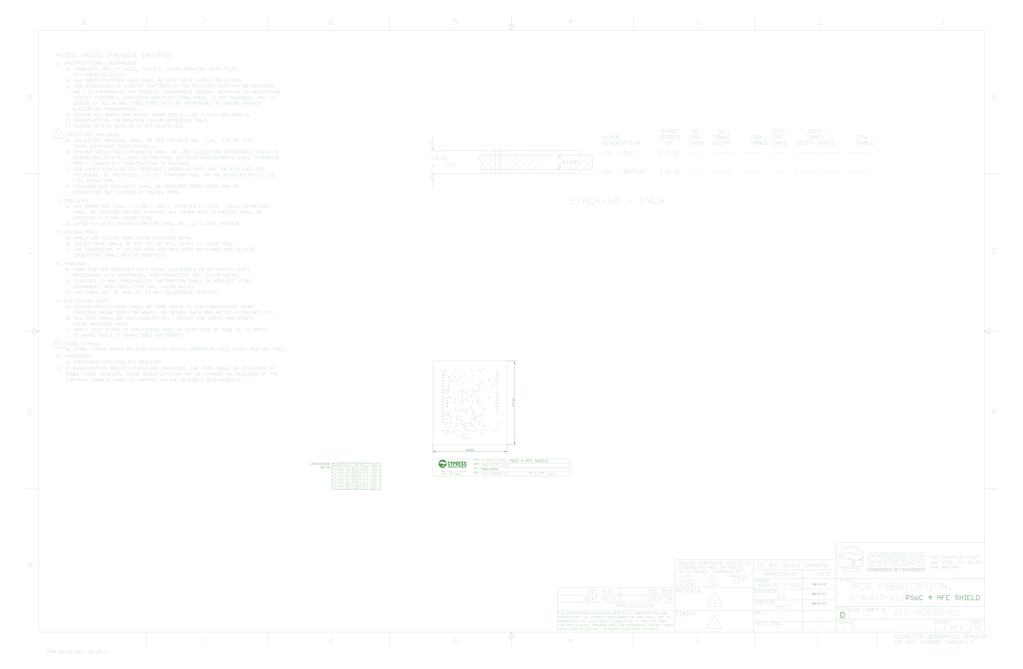
<source format=gbr>
G75*
%MOIN*%
%OFA0B0*%
%FSLAX25Y25*%
%IPPOS*%
%LPD*%
%AMOC8*
5,1,8,0,0,1.08239X$1,22.5*
%
%ADD10C,0.00000*%
%ADD11C,0.00098*%
%ADD12C,0.00600*%
%ADD13C,0.00512*%
%ADD14C,0.00400*%
%ADD15C,0.01400*%
%ADD16C,0.00200*%
%ADD17C,0.00300*%
%ADD18C,0.00700*%
%ADD19C,0.00800*%
D10*
X1426731Y0728034D02*
X1426731Y1020634D01*
X1685831Y1020634D01*
X1685831Y0728034D01*
X1426731Y0728034D01*
X1471134Y0835425D02*
X1471136Y0835575D01*
X1471142Y0835725D01*
X1471152Y0835875D01*
X1471166Y0836025D01*
X1471184Y0836174D01*
X1471206Y0836323D01*
X1471231Y0836471D01*
X1471261Y0836618D01*
X1471295Y0836765D01*
X1471332Y0836910D01*
X1471373Y0837055D01*
X1471418Y0837198D01*
X1471467Y0837340D01*
X1471520Y0837481D01*
X1471576Y0837620D01*
X1471636Y0837758D01*
X1471700Y0837894D01*
X1471767Y0838029D01*
X1471838Y0838161D01*
X1471912Y0838292D01*
X1471990Y0838421D01*
X1472071Y0838547D01*
X1472156Y0838671D01*
X1472243Y0838794D01*
X1472334Y0838913D01*
X1472428Y0839030D01*
X1472525Y0839145D01*
X1472625Y0839257D01*
X1472729Y0839367D01*
X1472834Y0839473D01*
X1472943Y0839577D01*
X1473055Y0839678D01*
X1473169Y0839776D01*
X1473285Y0839871D01*
X1473404Y0839962D01*
X1473526Y0840051D01*
X1473650Y0840136D01*
X1473776Y0840218D01*
X1473904Y0840296D01*
X1474034Y0840372D01*
X1474166Y0840443D01*
X1474300Y0840511D01*
X1474436Y0840576D01*
X1474573Y0840637D01*
X1474712Y0840694D01*
X1474852Y0840748D01*
X1474994Y0840798D01*
X1475137Y0840844D01*
X1475281Y0840886D01*
X1475427Y0840924D01*
X1475573Y0840959D01*
X1475720Y0840990D01*
X1475868Y0841016D01*
X1476017Y0841039D01*
X1476166Y0841058D01*
X1476315Y0841073D01*
X1476465Y0841084D01*
X1476615Y0841091D01*
X1476765Y0841094D01*
X1476916Y0841093D01*
X1477066Y0841088D01*
X1477216Y0841079D01*
X1477366Y0841066D01*
X1477515Y0841049D01*
X1477664Y0841028D01*
X1477812Y0841003D01*
X1477960Y0840975D01*
X1478106Y0840942D01*
X1478252Y0840906D01*
X1478397Y0840865D01*
X1478541Y0840821D01*
X1478683Y0840773D01*
X1478824Y0840721D01*
X1478964Y0840666D01*
X1479102Y0840607D01*
X1479238Y0840544D01*
X1479373Y0840478D01*
X1479506Y0840408D01*
X1479637Y0840334D01*
X1479767Y0840258D01*
X1479894Y0840177D01*
X1480019Y0840094D01*
X1480141Y0840007D01*
X1480262Y0839917D01*
X1480379Y0839824D01*
X1480495Y0839727D01*
X1480607Y0839628D01*
X1480718Y0839525D01*
X1480825Y0839420D01*
X1480929Y0839312D01*
X1481031Y0839202D01*
X1481130Y0839088D01*
X1481225Y0838972D01*
X1481318Y0838854D01*
X1481407Y0838733D01*
X1481493Y0838610D01*
X1481576Y0838484D01*
X1481655Y0838357D01*
X1481731Y0838227D01*
X1481804Y0838095D01*
X1481873Y0837962D01*
X1481938Y0837826D01*
X1482000Y0837690D01*
X1482058Y0837551D01*
X1482113Y0837411D01*
X1482164Y0837269D01*
X1482211Y0837127D01*
X1482254Y0836983D01*
X1482293Y0836838D01*
X1482329Y0836692D01*
X1482360Y0836545D01*
X1482388Y0836397D01*
X1482412Y0836249D01*
X1482432Y0836100D01*
X1482448Y0835950D01*
X1482460Y0835800D01*
X1482468Y0835650D01*
X1482472Y0835500D01*
X1482472Y0835350D01*
X1482468Y0835200D01*
X1482460Y0835050D01*
X1482448Y0834900D01*
X1482432Y0834750D01*
X1482412Y0834601D01*
X1482388Y0834453D01*
X1482360Y0834305D01*
X1482329Y0834158D01*
X1482293Y0834012D01*
X1482254Y0833867D01*
X1482211Y0833723D01*
X1482164Y0833581D01*
X1482113Y0833439D01*
X1482058Y0833299D01*
X1482000Y0833160D01*
X1481938Y0833024D01*
X1481873Y0832888D01*
X1481804Y0832755D01*
X1481731Y0832623D01*
X1481655Y0832493D01*
X1481576Y0832366D01*
X1481493Y0832240D01*
X1481407Y0832117D01*
X1481318Y0831996D01*
X1481225Y0831878D01*
X1481130Y0831762D01*
X1481031Y0831648D01*
X1480929Y0831538D01*
X1480825Y0831430D01*
X1480718Y0831325D01*
X1480607Y0831222D01*
X1480495Y0831123D01*
X1480379Y0831026D01*
X1480262Y0830933D01*
X1480141Y0830843D01*
X1480019Y0830756D01*
X1479894Y0830673D01*
X1479767Y0830592D01*
X1479638Y0830516D01*
X1479506Y0830442D01*
X1479373Y0830372D01*
X1479238Y0830306D01*
X1479102Y0830243D01*
X1478964Y0830184D01*
X1478824Y0830129D01*
X1478683Y0830077D01*
X1478541Y0830029D01*
X1478397Y0829985D01*
X1478252Y0829944D01*
X1478106Y0829908D01*
X1477960Y0829875D01*
X1477812Y0829847D01*
X1477664Y0829822D01*
X1477515Y0829801D01*
X1477366Y0829784D01*
X1477216Y0829771D01*
X1477066Y0829762D01*
X1476916Y0829757D01*
X1476765Y0829756D01*
X1476615Y0829759D01*
X1476465Y0829766D01*
X1476315Y0829777D01*
X1476166Y0829792D01*
X1476017Y0829811D01*
X1475868Y0829834D01*
X1475720Y0829860D01*
X1475573Y0829891D01*
X1475427Y0829926D01*
X1475281Y0829964D01*
X1475137Y0830006D01*
X1474994Y0830052D01*
X1474852Y0830102D01*
X1474712Y0830156D01*
X1474573Y0830213D01*
X1474436Y0830274D01*
X1474300Y0830339D01*
X1474166Y0830407D01*
X1474034Y0830478D01*
X1473904Y0830554D01*
X1473776Y0830632D01*
X1473650Y0830714D01*
X1473526Y0830799D01*
X1473404Y0830888D01*
X1473285Y0830979D01*
X1473169Y0831074D01*
X1473055Y0831172D01*
X1472943Y0831273D01*
X1472834Y0831377D01*
X1472729Y0831483D01*
X1472625Y0831593D01*
X1472525Y0831705D01*
X1472428Y0831820D01*
X1472334Y0831937D01*
X1472243Y0832056D01*
X1472156Y0832179D01*
X1472071Y0832303D01*
X1471990Y0832429D01*
X1471912Y0832558D01*
X1471838Y0832689D01*
X1471767Y0832821D01*
X1471700Y0832956D01*
X1471636Y0833092D01*
X1471576Y0833230D01*
X1471520Y0833369D01*
X1471467Y0833510D01*
X1471418Y0833652D01*
X1471373Y0833795D01*
X1471332Y0833940D01*
X1471295Y0834085D01*
X1471261Y0834232D01*
X1471231Y0834379D01*
X1471206Y0834527D01*
X1471184Y0834676D01*
X1471166Y0834825D01*
X1471152Y0834975D01*
X1471142Y0835125D01*
X1471136Y0835275D01*
X1471134Y0835425D01*
X1562473Y0835425D02*
X1562475Y0835575D01*
X1562481Y0835725D01*
X1562491Y0835875D01*
X1562505Y0836025D01*
X1562523Y0836174D01*
X1562545Y0836323D01*
X1562570Y0836471D01*
X1562600Y0836618D01*
X1562634Y0836765D01*
X1562671Y0836910D01*
X1562712Y0837055D01*
X1562757Y0837198D01*
X1562806Y0837340D01*
X1562859Y0837481D01*
X1562915Y0837620D01*
X1562975Y0837758D01*
X1563039Y0837894D01*
X1563106Y0838029D01*
X1563177Y0838161D01*
X1563251Y0838292D01*
X1563329Y0838421D01*
X1563410Y0838547D01*
X1563495Y0838671D01*
X1563582Y0838794D01*
X1563673Y0838913D01*
X1563767Y0839030D01*
X1563864Y0839145D01*
X1563964Y0839257D01*
X1564068Y0839367D01*
X1564173Y0839473D01*
X1564282Y0839577D01*
X1564394Y0839678D01*
X1564508Y0839776D01*
X1564624Y0839871D01*
X1564743Y0839962D01*
X1564865Y0840051D01*
X1564989Y0840136D01*
X1565115Y0840218D01*
X1565243Y0840296D01*
X1565373Y0840372D01*
X1565505Y0840443D01*
X1565639Y0840511D01*
X1565775Y0840576D01*
X1565912Y0840637D01*
X1566051Y0840694D01*
X1566191Y0840748D01*
X1566333Y0840798D01*
X1566476Y0840844D01*
X1566620Y0840886D01*
X1566766Y0840924D01*
X1566912Y0840959D01*
X1567059Y0840990D01*
X1567207Y0841016D01*
X1567356Y0841039D01*
X1567505Y0841058D01*
X1567654Y0841073D01*
X1567804Y0841084D01*
X1567954Y0841091D01*
X1568104Y0841094D01*
X1568255Y0841093D01*
X1568405Y0841088D01*
X1568555Y0841079D01*
X1568705Y0841066D01*
X1568854Y0841049D01*
X1569003Y0841028D01*
X1569151Y0841003D01*
X1569299Y0840975D01*
X1569445Y0840942D01*
X1569591Y0840906D01*
X1569736Y0840865D01*
X1569880Y0840821D01*
X1570022Y0840773D01*
X1570163Y0840721D01*
X1570303Y0840666D01*
X1570441Y0840607D01*
X1570577Y0840544D01*
X1570712Y0840478D01*
X1570845Y0840408D01*
X1570976Y0840334D01*
X1571106Y0840258D01*
X1571233Y0840177D01*
X1571358Y0840094D01*
X1571480Y0840007D01*
X1571601Y0839917D01*
X1571718Y0839824D01*
X1571834Y0839727D01*
X1571946Y0839628D01*
X1572057Y0839525D01*
X1572164Y0839420D01*
X1572268Y0839312D01*
X1572370Y0839202D01*
X1572469Y0839088D01*
X1572564Y0838972D01*
X1572657Y0838854D01*
X1572746Y0838733D01*
X1572832Y0838610D01*
X1572915Y0838484D01*
X1572994Y0838357D01*
X1573070Y0838227D01*
X1573143Y0838095D01*
X1573212Y0837962D01*
X1573277Y0837826D01*
X1573339Y0837690D01*
X1573397Y0837551D01*
X1573452Y0837411D01*
X1573503Y0837269D01*
X1573550Y0837127D01*
X1573593Y0836983D01*
X1573632Y0836838D01*
X1573668Y0836692D01*
X1573699Y0836545D01*
X1573727Y0836397D01*
X1573751Y0836249D01*
X1573771Y0836100D01*
X1573787Y0835950D01*
X1573799Y0835800D01*
X1573807Y0835650D01*
X1573811Y0835500D01*
X1573811Y0835350D01*
X1573807Y0835200D01*
X1573799Y0835050D01*
X1573787Y0834900D01*
X1573771Y0834750D01*
X1573751Y0834601D01*
X1573727Y0834453D01*
X1573699Y0834305D01*
X1573668Y0834158D01*
X1573632Y0834012D01*
X1573593Y0833867D01*
X1573550Y0833723D01*
X1573503Y0833581D01*
X1573452Y0833439D01*
X1573397Y0833299D01*
X1573339Y0833160D01*
X1573277Y0833024D01*
X1573212Y0832888D01*
X1573143Y0832755D01*
X1573070Y0832623D01*
X1572994Y0832493D01*
X1572915Y0832366D01*
X1572832Y0832240D01*
X1572746Y0832117D01*
X1572657Y0831996D01*
X1572564Y0831878D01*
X1572469Y0831762D01*
X1572370Y0831648D01*
X1572268Y0831538D01*
X1572164Y0831430D01*
X1572057Y0831325D01*
X1571946Y0831222D01*
X1571834Y0831123D01*
X1571718Y0831026D01*
X1571601Y0830933D01*
X1571480Y0830843D01*
X1571358Y0830756D01*
X1571233Y0830673D01*
X1571106Y0830592D01*
X1570977Y0830516D01*
X1570845Y0830442D01*
X1570712Y0830372D01*
X1570577Y0830306D01*
X1570441Y0830243D01*
X1570303Y0830184D01*
X1570163Y0830129D01*
X1570022Y0830077D01*
X1569880Y0830029D01*
X1569736Y0829985D01*
X1569591Y0829944D01*
X1569445Y0829908D01*
X1569299Y0829875D01*
X1569151Y0829847D01*
X1569003Y0829822D01*
X1568854Y0829801D01*
X1568705Y0829784D01*
X1568555Y0829771D01*
X1568405Y0829762D01*
X1568255Y0829757D01*
X1568104Y0829756D01*
X1567954Y0829759D01*
X1567804Y0829766D01*
X1567654Y0829777D01*
X1567505Y0829792D01*
X1567356Y0829811D01*
X1567207Y0829834D01*
X1567059Y0829860D01*
X1566912Y0829891D01*
X1566766Y0829926D01*
X1566620Y0829964D01*
X1566476Y0830006D01*
X1566333Y0830052D01*
X1566191Y0830102D01*
X1566051Y0830156D01*
X1565912Y0830213D01*
X1565775Y0830274D01*
X1565639Y0830339D01*
X1565505Y0830407D01*
X1565373Y0830478D01*
X1565243Y0830554D01*
X1565115Y0830632D01*
X1564989Y0830714D01*
X1564865Y0830799D01*
X1564743Y0830888D01*
X1564624Y0830979D01*
X1564508Y0831074D01*
X1564394Y0831172D01*
X1564282Y0831273D01*
X1564173Y0831377D01*
X1564068Y0831483D01*
X1563964Y0831593D01*
X1563864Y0831705D01*
X1563767Y0831820D01*
X1563673Y0831937D01*
X1563582Y0832056D01*
X1563495Y0832179D01*
X1563410Y0832303D01*
X1563329Y0832429D01*
X1563251Y0832558D01*
X1563177Y0832689D01*
X1563106Y0832821D01*
X1563039Y0832956D01*
X1562975Y0833092D01*
X1562915Y0833230D01*
X1562859Y0833369D01*
X1562806Y0833510D01*
X1562757Y0833652D01*
X1562712Y0833795D01*
X1562671Y0833940D01*
X1562634Y0834085D01*
X1562600Y0834232D01*
X1562570Y0834379D01*
X1562545Y0834527D01*
X1562523Y0834676D01*
X1562505Y0834825D01*
X1562491Y0834975D01*
X1562481Y0835125D01*
X1562475Y0835275D01*
X1562473Y0835425D01*
X1562473Y0916921D02*
X1562475Y0917071D01*
X1562481Y0917221D01*
X1562491Y0917371D01*
X1562505Y0917521D01*
X1562523Y0917670D01*
X1562545Y0917819D01*
X1562570Y0917967D01*
X1562600Y0918114D01*
X1562634Y0918261D01*
X1562671Y0918406D01*
X1562712Y0918551D01*
X1562757Y0918694D01*
X1562806Y0918836D01*
X1562859Y0918977D01*
X1562915Y0919116D01*
X1562975Y0919254D01*
X1563039Y0919390D01*
X1563106Y0919525D01*
X1563177Y0919657D01*
X1563251Y0919788D01*
X1563329Y0919917D01*
X1563410Y0920043D01*
X1563495Y0920167D01*
X1563582Y0920290D01*
X1563673Y0920409D01*
X1563767Y0920526D01*
X1563864Y0920641D01*
X1563964Y0920753D01*
X1564068Y0920863D01*
X1564173Y0920969D01*
X1564282Y0921073D01*
X1564394Y0921174D01*
X1564508Y0921272D01*
X1564624Y0921367D01*
X1564743Y0921458D01*
X1564865Y0921547D01*
X1564989Y0921632D01*
X1565115Y0921714D01*
X1565243Y0921792D01*
X1565373Y0921868D01*
X1565505Y0921939D01*
X1565639Y0922007D01*
X1565775Y0922072D01*
X1565912Y0922133D01*
X1566051Y0922190D01*
X1566191Y0922244D01*
X1566333Y0922294D01*
X1566476Y0922340D01*
X1566620Y0922382D01*
X1566766Y0922420D01*
X1566912Y0922455D01*
X1567059Y0922486D01*
X1567207Y0922512D01*
X1567356Y0922535D01*
X1567505Y0922554D01*
X1567654Y0922569D01*
X1567804Y0922580D01*
X1567954Y0922587D01*
X1568104Y0922590D01*
X1568255Y0922589D01*
X1568405Y0922584D01*
X1568555Y0922575D01*
X1568705Y0922562D01*
X1568854Y0922545D01*
X1569003Y0922524D01*
X1569151Y0922499D01*
X1569299Y0922471D01*
X1569445Y0922438D01*
X1569591Y0922402D01*
X1569736Y0922361D01*
X1569880Y0922317D01*
X1570022Y0922269D01*
X1570163Y0922217D01*
X1570303Y0922162D01*
X1570441Y0922103D01*
X1570577Y0922040D01*
X1570712Y0921974D01*
X1570845Y0921904D01*
X1570976Y0921830D01*
X1571106Y0921754D01*
X1571233Y0921673D01*
X1571358Y0921590D01*
X1571480Y0921503D01*
X1571601Y0921413D01*
X1571718Y0921320D01*
X1571834Y0921223D01*
X1571946Y0921124D01*
X1572057Y0921021D01*
X1572164Y0920916D01*
X1572268Y0920808D01*
X1572370Y0920698D01*
X1572469Y0920584D01*
X1572564Y0920468D01*
X1572657Y0920350D01*
X1572746Y0920229D01*
X1572832Y0920106D01*
X1572915Y0919980D01*
X1572994Y0919853D01*
X1573070Y0919723D01*
X1573143Y0919591D01*
X1573212Y0919458D01*
X1573277Y0919322D01*
X1573339Y0919186D01*
X1573397Y0919047D01*
X1573452Y0918907D01*
X1573503Y0918765D01*
X1573550Y0918623D01*
X1573593Y0918479D01*
X1573632Y0918334D01*
X1573668Y0918188D01*
X1573699Y0918041D01*
X1573727Y0917893D01*
X1573751Y0917745D01*
X1573771Y0917596D01*
X1573787Y0917446D01*
X1573799Y0917296D01*
X1573807Y0917146D01*
X1573811Y0916996D01*
X1573811Y0916846D01*
X1573807Y0916696D01*
X1573799Y0916546D01*
X1573787Y0916396D01*
X1573771Y0916246D01*
X1573751Y0916097D01*
X1573727Y0915949D01*
X1573699Y0915801D01*
X1573668Y0915654D01*
X1573632Y0915508D01*
X1573593Y0915363D01*
X1573550Y0915219D01*
X1573503Y0915077D01*
X1573452Y0914935D01*
X1573397Y0914795D01*
X1573339Y0914656D01*
X1573277Y0914520D01*
X1573212Y0914384D01*
X1573143Y0914251D01*
X1573070Y0914119D01*
X1572994Y0913989D01*
X1572915Y0913862D01*
X1572832Y0913736D01*
X1572746Y0913613D01*
X1572657Y0913492D01*
X1572564Y0913374D01*
X1572469Y0913258D01*
X1572370Y0913144D01*
X1572268Y0913034D01*
X1572164Y0912926D01*
X1572057Y0912821D01*
X1571946Y0912718D01*
X1571834Y0912619D01*
X1571718Y0912522D01*
X1571601Y0912429D01*
X1571480Y0912339D01*
X1571358Y0912252D01*
X1571233Y0912169D01*
X1571106Y0912088D01*
X1570977Y0912012D01*
X1570845Y0911938D01*
X1570712Y0911868D01*
X1570577Y0911802D01*
X1570441Y0911739D01*
X1570303Y0911680D01*
X1570163Y0911625D01*
X1570022Y0911573D01*
X1569880Y0911525D01*
X1569736Y0911481D01*
X1569591Y0911440D01*
X1569445Y0911404D01*
X1569299Y0911371D01*
X1569151Y0911343D01*
X1569003Y0911318D01*
X1568854Y0911297D01*
X1568705Y0911280D01*
X1568555Y0911267D01*
X1568405Y0911258D01*
X1568255Y0911253D01*
X1568104Y0911252D01*
X1567954Y0911255D01*
X1567804Y0911262D01*
X1567654Y0911273D01*
X1567505Y0911288D01*
X1567356Y0911307D01*
X1567207Y0911330D01*
X1567059Y0911356D01*
X1566912Y0911387D01*
X1566766Y0911422D01*
X1566620Y0911460D01*
X1566476Y0911502D01*
X1566333Y0911548D01*
X1566191Y0911598D01*
X1566051Y0911652D01*
X1565912Y0911709D01*
X1565775Y0911770D01*
X1565639Y0911835D01*
X1565505Y0911903D01*
X1565373Y0911974D01*
X1565243Y0912050D01*
X1565115Y0912128D01*
X1564989Y0912210D01*
X1564865Y0912295D01*
X1564743Y0912384D01*
X1564624Y0912475D01*
X1564508Y0912570D01*
X1564394Y0912668D01*
X1564282Y0912769D01*
X1564173Y0912873D01*
X1564068Y0912979D01*
X1563964Y0913089D01*
X1563864Y0913201D01*
X1563767Y0913316D01*
X1563673Y0913433D01*
X1563582Y0913552D01*
X1563495Y0913675D01*
X1563410Y0913799D01*
X1563329Y0913925D01*
X1563251Y0914054D01*
X1563177Y0914185D01*
X1563106Y0914317D01*
X1563039Y0914452D01*
X1562975Y0914588D01*
X1562915Y0914726D01*
X1562859Y0914865D01*
X1562806Y0915006D01*
X1562757Y0915148D01*
X1562712Y0915291D01*
X1562671Y0915436D01*
X1562634Y0915581D01*
X1562600Y0915728D01*
X1562570Y0915875D01*
X1562545Y0916023D01*
X1562523Y0916172D01*
X1562505Y0916321D01*
X1562491Y0916471D01*
X1562481Y0916621D01*
X1562475Y0916771D01*
X1562473Y0916921D01*
X1471134Y0916921D02*
X1471136Y0917071D01*
X1471142Y0917221D01*
X1471152Y0917371D01*
X1471166Y0917521D01*
X1471184Y0917670D01*
X1471206Y0917819D01*
X1471231Y0917967D01*
X1471261Y0918114D01*
X1471295Y0918261D01*
X1471332Y0918406D01*
X1471373Y0918551D01*
X1471418Y0918694D01*
X1471467Y0918836D01*
X1471520Y0918977D01*
X1471576Y0919116D01*
X1471636Y0919254D01*
X1471700Y0919390D01*
X1471767Y0919525D01*
X1471838Y0919657D01*
X1471912Y0919788D01*
X1471990Y0919917D01*
X1472071Y0920043D01*
X1472156Y0920167D01*
X1472243Y0920290D01*
X1472334Y0920409D01*
X1472428Y0920526D01*
X1472525Y0920641D01*
X1472625Y0920753D01*
X1472729Y0920863D01*
X1472834Y0920969D01*
X1472943Y0921073D01*
X1473055Y0921174D01*
X1473169Y0921272D01*
X1473285Y0921367D01*
X1473404Y0921458D01*
X1473526Y0921547D01*
X1473650Y0921632D01*
X1473776Y0921714D01*
X1473904Y0921792D01*
X1474034Y0921868D01*
X1474166Y0921939D01*
X1474300Y0922007D01*
X1474436Y0922072D01*
X1474573Y0922133D01*
X1474712Y0922190D01*
X1474852Y0922244D01*
X1474994Y0922294D01*
X1475137Y0922340D01*
X1475281Y0922382D01*
X1475427Y0922420D01*
X1475573Y0922455D01*
X1475720Y0922486D01*
X1475868Y0922512D01*
X1476017Y0922535D01*
X1476166Y0922554D01*
X1476315Y0922569D01*
X1476465Y0922580D01*
X1476615Y0922587D01*
X1476765Y0922590D01*
X1476916Y0922589D01*
X1477066Y0922584D01*
X1477216Y0922575D01*
X1477366Y0922562D01*
X1477515Y0922545D01*
X1477664Y0922524D01*
X1477812Y0922499D01*
X1477960Y0922471D01*
X1478106Y0922438D01*
X1478252Y0922402D01*
X1478397Y0922361D01*
X1478541Y0922317D01*
X1478683Y0922269D01*
X1478824Y0922217D01*
X1478964Y0922162D01*
X1479102Y0922103D01*
X1479238Y0922040D01*
X1479373Y0921974D01*
X1479506Y0921904D01*
X1479637Y0921830D01*
X1479767Y0921754D01*
X1479894Y0921673D01*
X1480019Y0921590D01*
X1480141Y0921503D01*
X1480262Y0921413D01*
X1480379Y0921320D01*
X1480495Y0921223D01*
X1480607Y0921124D01*
X1480718Y0921021D01*
X1480825Y0920916D01*
X1480929Y0920808D01*
X1481031Y0920698D01*
X1481130Y0920584D01*
X1481225Y0920468D01*
X1481318Y0920350D01*
X1481407Y0920229D01*
X1481493Y0920106D01*
X1481576Y0919980D01*
X1481655Y0919853D01*
X1481731Y0919723D01*
X1481804Y0919591D01*
X1481873Y0919458D01*
X1481938Y0919322D01*
X1482000Y0919186D01*
X1482058Y0919047D01*
X1482113Y0918907D01*
X1482164Y0918765D01*
X1482211Y0918623D01*
X1482254Y0918479D01*
X1482293Y0918334D01*
X1482329Y0918188D01*
X1482360Y0918041D01*
X1482388Y0917893D01*
X1482412Y0917745D01*
X1482432Y0917596D01*
X1482448Y0917446D01*
X1482460Y0917296D01*
X1482468Y0917146D01*
X1482472Y0916996D01*
X1482472Y0916846D01*
X1482468Y0916696D01*
X1482460Y0916546D01*
X1482448Y0916396D01*
X1482432Y0916246D01*
X1482412Y0916097D01*
X1482388Y0915949D01*
X1482360Y0915801D01*
X1482329Y0915654D01*
X1482293Y0915508D01*
X1482254Y0915363D01*
X1482211Y0915219D01*
X1482164Y0915077D01*
X1482113Y0914935D01*
X1482058Y0914795D01*
X1482000Y0914656D01*
X1481938Y0914520D01*
X1481873Y0914384D01*
X1481804Y0914251D01*
X1481731Y0914119D01*
X1481655Y0913989D01*
X1481576Y0913862D01*
X1481493Y0913736D01*
X1481407Y0913613D01*
X1481318Y0913492D01*
X1481225Y0913374D01*
X1481130Y0913258D01*
X1481031Y0913144D01*
X1480929Y0913034D01*
X1480825Y0912926D01*
X1480718Y0912821D01*
X1480607Y0912718D01*
X1480495Y0912619D01*
X1480379Y0912522D01*
X1480262Y0912429D01*
X1480141Y0912339D01*
X1480019Y0912252D01*
X1479894Y0912169D01*
X1479767Y0912088D01*
X1479638Y0912012D01*
X1479506Y0911938D01*
X1479373Y0911868D01*
X1479238Y0911802D01*
X1479102Y0911739D01*
X1478964Y0911680D01*
X1478824Y0911625D01*
X1478683Y0911573D01*
X1478541Y0911525D01*
X1478397Y0911481D01*
X1478252Y0911440D01*
X1478106Y0911404D01*
X1477960Y0911371D01*
X1477812Y0911343D01*
X1477664Y0911318D01*
X1477515Y0911297D01*
X1477366Y0911280D01*
X1477216Y0911267D01*
X1477066Y0911258D01*
X1476916Y0911253D01*
X1476765Y0911252D01*
X1476615Y0911255D01*
X1476465Y0911262D01*
X1476315Y0911273D01*
X1476166Y0911288D01*
X1476017Y0911307D01*
X1475868Y0911330D01*
X1475720Y0911356D01*
X1475573Y0911387D01*
X1475427Y0911422D01*
X1475281Y0911460D01*
X1475137Y0911502D01*
X1474994Y0911548D01*
X1474852Y0911598D01*
X1474712Y0911652D01*
X1474573Y0911709D01*
X1474436Y0911770D01*
X1474300Y0911835D01*
X1474166Y0911903D01*
X1474034Y0911974D01*
X1473904Y0912050D01*
X1473776Y0912128D01*
X1473650Y0912210D01*
X1473526Y0912295D01*
X1473404Y0912384D01*
X1473285Y0912475D01*
X1473169Y0912570D01*
X1473055Y0912668D01*
X1472943Y0912769D01*
X1472834Y0912873D01*
X1472729Y0912979D01*
X1472625Y0913089D01*
X1472525Y0913201D01*
X1472428Y0913316D01*
X1472334Y0913433D01*
X1472243Y0913552D01*
X1472156Y0913675D01*
X1472071Y0913799D01*
X1471990Y0913925D01*
X1471912Y0914054D01*
X1471838Y0914185D01*
X1471767Y0914317D01*
X1471700Y0914452D01*
X1471636Y0914588D01*
X1471576Y0914726D01*
X1471520Y0914865D01*
X1471467Y0915006D01*
X1471418Y0915148D01*
X1471373Y0915291D01*
X1471332Y0915436D01*
X1471295Y0915581D01*
X1471261Y0915728D01*
X1471231Y0915875D01*
X1471206Y0916023D01*
X1471184Y0916172D01*
X1471166Y0916321D01*
X1471152Y0916471D01*
X1471142Y0916621D01*
X1471136Y0916771D01*
X1471134Y0916921D01*
D11*
X0082553Y0006048D02*
X0082553Y0001049D01*
X0082553Y0006048D02*
X0085886Y0006048D01*
X0082553Y0006048D02*
X0082553Y0011046D01*
X0089218Y0011046D01*
X0092550Y0007714D02*
X0095882Y0011046D01*
X0099215Y0007714D01*
X0099215Y0006048D01*
X0092550Y0006048D01*
X0092550Y0007714D01*
X0092550Y0006048D02*
X0092550Y0001049D01*
X0099215Y0001049D02*
X0099215Y0006048D01*
X0102547Y0006048D02*
X0107545Y0006048D01*
X0109211Y0007714D01*
X0109211Y0009380D01*
X0107545Y0011046D01*
X0102547Y0011046D01*
X0102547Y0006048D01*
X0102547Y0001049D01*
X0107545Y0001049D01*
X0109211Y0002715D01*
X0109211Y0004381D01*
X0107545Y0006048D01*
X0122540Y0011046D02*
X0129205Y0001049D01*
X0129205Y0011046D01*
X0132537Y0009380D02*
X0132537Y0002715D01*
X0134203Y0001049D01*
X0137536Y0001049D01*
X0139202Y0002715D01*
X0139202Y0009380D01*
X0137536Y0011046D01*
X0134203Y0011046D01*
X0132537Y0009380D01*
X0122540Y0011046D02*
X0122540Y0001049D01*
X0142534Y0011046D02*
X0145866Y0011046D01*
X0145866Y0001049D01*
X0152531Y0001049D02*
X0159195Y0001049D01*
X0162528Y0002715D02*
X0164194Y0001049D01*
X0167526Y0001049D01*
X0169192Y0002715D01*
X0169192Y0004381D01*
X0167526Y0006048D01*
X0164194Y0006048D01*
X0162528Y0007714D01*
X0162528Y0009380D01*
X0164194Y0011046D01*
X0167526Y0011046D01*
X0169192Y0009380D01*
X0159195Y0011046D02*
X0152531Y0011046D01*
X0152531Y0006048D01*
X0155863Y0006048D01*
X0152531Y0006048D02*
X0152531Y0001049D01*
X0149198Y0011046D02*
X0145866Y0011046D01*
X0182521Y0011046D02*
X0187519Y0011046D01*
X0189186Y0009380D01*
X0189186Y0006048D01*
X0187519Y0004381D01*
X0185853Y0004381D01*
X0189186Y0001049D01*
X0192518Y0001049D02*
X0199182Y0001049D01*
X0202515Y0004381D02*
X0205847Y0001049D01*
X0209179Y0004381D01*
X0209179Y0011046D01*
X0202515Y0011046D02*
X0202515Y0004381D01*
X0195850Y0006048D02*
X0192518Y0006048D01*
X0192518Y0001049D01*
X0192518Y0006048D02*
X0192518Y0011046D01*
X0199182Y0011046D01*
X0185853Y0004381D02*
X0182521Y0004381D01*
X0182521Y0011046D01*
X0182521Y0004381D02*
X0182521Y0001049D01*
X0222508Y0002715D02*
X0222508Y0009380D01*
X0224174Y0011046D01*
X0227506Y0011046D01*
X0229173Y0009380D01*
X0229173Y0002715D01*
X0227506Y0001049D01*
X0224174Y0001049D01*
X0222508Y0002715D01*
X0232505Y0006048D02*
X0239169Y0006048D01*
X0237503Y0011046D02*
X0232505Y0006048D01*
X0237503Y0001049D02*
X0237503Y0011046D01*
X0242502Y0001049D02*
X0249166Y0007714D01*
X0252498Y0009380D02*
X0252498Y0002715D01*
X0254165Y0001049D01*
X0257497Y0001049D01*
X0259163Y0002715D01*
X0259163Y0009380D01*
X0257497Y0011046D01*
X0254165Y0011046D01*
X0252498Y0009380D01*
X0262495Y0011046D02*
X0262495Y0006048D01*
X0265827Y0007714D01*
X0267494Y0007714D01*
X0269160Y0006048D01*
X0269160Y0002715D01*
X0267494Y0001049D01*
X0264161Y0001049D01*
X0262495Y0002715D01*
X0262495Y0011046D02*
X0269160Y0011046D01*
X0279156Y0007714D02*
X0272492Y0001049D01*
X0282489Y0001049D02*
X0284155Y0001049D01*
X0284155Y0011046D01*
X0282489Y0009380D01*
X0290819Y0011046D02*
X0297484Y0011046D01*
X0297484Y0009380D01*
X0290819Y0002715D01*
X0290819Y0001049D01*
X0285821Y0001049D02*
X0284155Y0001049D01*
X0426053Y0024149D02*
X0426053Y0074149D01*
X0851053Y0074149D01*
X0851053Y0024149D01*
X0851053Y0074149D02*
X1276053Y0074149D01*
X1276053Y0024149D01*
X1276053Y0074149D02*
X1701053Y0074149D01*
X1691053Y0054149D01*
X1701053Y0054149D01*
X1711053Y0054149D01*
X1701053Y0074149D01*
X1861053Y0074149D01*
X1861053Y0149149D01*
X2833553Y0149149D01*
X2833553Y0164149D01*
X2833553Y0326649D01*
X2833553Y0386649D01*
X2833553Y0386647D02*
X3350853Y0386449D01*
X3336171Y0340153D02*
X3332839Y0340153D01*
X3332839Y0330156D01*
X3326175Y0330156D02*
X3322842Y0333489D01*
X3319510Y0333489D01*
X3319510Y0340153D01*
X3324509Y0340153D01*
X3326175Y0338487D01*
X3326175Y0335155D01*
X3324509Y0333489D01*
X3322842Y0333489D01*
X3319510Y0333489D02*
X3319510Y0330156D01*
X3316178Y0331822D02*
X3316178Y0340153D01*
X3309513Y0340153D02*
X3309513Y0331822D01*
X3311179Y0330156D01*
X3314512Y0330156D01*
X3316178Y0331822D01*
X3314386Y0322153D02*
X3312720Y0320487D01*
X3314386Y0322153D02*
X3314386Y0312156D01*
X3316052Y0312156D01*
X3314386Y0312156D02*
X3312720Y0312156D01*
X3309387Y0313822D02*
X3307721Y0312156D01*
X3304389Y0312156D01*
X3302723Y0313822D01*
X3299391Y0313822D02*
X3299391Y0317155D01*
X3294392Y0317155D01*
X3292726Y0318821D01*
X3292726Y0320487D01*
X3294392Y0322153D01*
X3297724Y0322153D01*
X3299391Y0320487D01*
X3299391Y0317155D01*
X3302723Y0317155D02*
X3306055Y0318821D01*
X3307721Y0318821D01*
X3309387Y0317155D01*
X3309387Y0313822D01*
X3302723Y0317155D02*
X3302723Y0322153D01*
X3309387Y0322153D01*
X3304515Y0330156D02*
X3306181Y0331822D01*
X3306181Y0338487D01*
X3304515Y0340153D01*
X3301183Y0340153D01*
X3299517Y0338487D01*
X3299517Y0331822D01*
X3301183Y0330156D01*
X3304515Y0330156D01*
X3296184Y0331822D02*
X3294518Y0330156D01*
X3291186Y0330156D01*
X3289520Y0331822D01*
X3289520Y0338487D01*
X3291186Y0340153D01*
X3294518Y0340153D01*
X3296184Y0338487D01*
X3276191Y0340153D02*
X3276191Y0330156D01*
X3269526Y0340153D01*
X3269526Y0330156D01*
X3266194Y0331822D02*
X3266194Y0338487D01*
X3264528Y0340153D01*
X3261196Y0340153D01*
X3259529Y0338487D01*
X3259529Y0331822D01*
X3261196Y0330156D01*
X3264528Y0330156D01*
X3266194Y0331822D01*
X3267734Y0322153D02*
X3264402Y0322153D01*
X3262736Y0320487D01*
X3262736Y0313822D01*
X3264402Y0312156D01*
X3267734Y0312156D01*
X3269400Y0313822D01*
X3272733Y0312156D02*
X3272733Y0317155D01*
X3279397Y0317155D01*
X3279397Y0312156D01*
X3279397Y0317155D02*
X3279397Y0318821D01*
X3276065Y0322153D01*
X3272733Y0318821D01*
X3272733Y0317155D01*
X3269400Y0320487D02*
X3267734Y0322153D01*
X3254531Y0330156D02*
X3252865Y0330156D01*
X3251199Y0330156D01*
X3252865Y0330156D02*
X3252865Y0340153D01*
X3254531Y0340153D01*
X3252865Y0340153D02*
X3251199Y0340153D01*
X3247867Y0338487D02*
X3247867Y0335155D01*
X3246200Y0333489D01*
X3241202Y0333489D01*
X3241202Y0340153D01*
X3246200Y0340153D01*
X3247867Y0338487D01*
X3241202Y0333489D02*
X3241202Y0330156D01*
X3237870Y0330156D02*
X3237870Y0340153D01*
X3234538Y0336821D01*
X3231205Y0340153D01*
X3231205Y0330156D01*
X3227873Y0330156D02*
X3227873Y0335155D01*
X3221209Y0335155D01*
X3221209Y0336821D01*
X3224541Y0340153D01*
X3227873Y0336821D01*
X3227873Y0335155D01*
X3221209Y0335155D02*
X3221209Y0330156D01*
X3217876Y0330156D02*
X3217876Y0335155D01*
X3217876Y0340153D01*
X3217876Y0335155D02*
X3211212Y0335155D01*
X3211212Y0330156D01*
X3207880Y0331822D02*
X3206213Y0330156D01*
X3202881Y0330156D01*
X3201215Y0331822D01*
X3201215Y0338487D01*
X3202881Y0340153D01*
X3206213Y0340153D01*
X3207880Y0338487D01*
X3211212Y0340153D02*
X3211212Y0335155D01*
X3209420Y0322153D02*
X3207754Y0322153D01*
X3207754Y0313822D01*
X3206087Y0312156D01*
X3204421Y0312156D01*
X3202755Y0313822D01*
X3206087Y0322153D02*
X3207754Y0322153D01*
X3212752Y0320487D02*
X3212752Y0313822D01*
X3214418Y0312156D01*
X3217750Y0312156D01*
X3219416Y0313822D01*
X3219416Y0320487D01*
X3217750Y0322153D01*
X3214418Y0322153D01*
X3212752Y0320487D01*
X3222749Y0320487D02*
X3222749Y0318821D01*
X3224415Y0317155D01*
X3227747Y0317155D01*
X3229413Y0315489D01*
X3229413Y0313822D01*
X3227747Y0312156D01*
X3224415Y0312156D01*
X3222749Y0313822D01*
X3222749Y0320487D02*
X3224415Y0322153D01*
X3227747Y0322153D01*
X3229413Y0320487D01*
X3232745Y0322153D02*
X3232745Y0317155D01*
X3236078Y0317155D01*
X3232745Y0317155D02*
X3232745Y0312156D01*
X3239410Y0312156D01*
X3242742Y0308824D02*
X3244408Y0310490D01*
X3246074Y0312156D01*
X3244408Y0312156D01*
X3244408Y0313822D01*
X3246074Y0313822D01*
X3246074Y0312156D01*
X3246574Y0304654D02*
X3244075Y0303404D01*
X3241576Y0300905D01*
X3245324Y0300905D01*
X3246574Y0299655D01*
X3246574Y0298406D01*
X3245324Y0297156D01*
X3242825Y0297156D01*
X3241576Y0298406D01*
X3241576Y0300905D01*
X3239076Y0302155D02*
X3239076Y0303404D01*
X3237827Y0304654D01*
X3235328Y0304654D01*
X3234078Y0303404D01*
X3231579Y0300905D02*
X3226580Y0300905D01*
X3224081Y0299655D02*
X3224081Y0298406D01*
X3222832Y0297156D01*
X3220332Y0297156D01*
X3219083Y0298406D01*
X3221582Y0300905D02*
X3222832Y0300905D01*
X3224081Y0299655D01*
X3222832Y0300905D02*
X3224081Y0302155D01*
X3224081Y0303404D01*
X3222832Y0304654D01*
X3220332Y0304654D01*
X3219083Y0303404D01*
X3216584Y0300905D02*
X3211585Y0300905D01*
X3215334Y0304654D01*
X3215334Y0297156D01*
X3209086Y0298406D02*
X3209086Y0300905D01*
X3205337Y0300905D01*
X3204088Y0302155D01*
X3204088Y0303404D01*
X3205337Y0304654D01*
X3207836Y0304654D01*
X3209086Y0303404D01*
X3209086Y0300905D01*
X3209086Y0298406D02*
X3207836Y0297156D01*
X3205337Y0297156D01*
X3204088Y0298406D01*
X3192841Y0299655D02*
X3192841Y0302155D01*
X3190342Y0304654D01*
X3187843Y0303404D02*
X3187843Y0302155D01*
X3186593Y0300905D01*
X3184094Y0300905D01*
X3182845Y0302155D01*
X3182845Y0303404D01*
X3184094Y0304654D01*
X3186593Y0304654D01*
X3187843Y0303404D01*
X3186593Y0300905D02*
X3187843Y0299655D01*
X3187843Y0298406D01*
X3186593Y0297156D01*
X3184094Y0297156D01*
X3182845Y0298406D01*
X3182845Y0299655D01*
X3184094Y0300905D01*
X3180345Y0298406D02*
X3179096Y0297156D01*
X3176597Y0297156D01*
X3175347Y0298406D01*
X3175347Y0303404D01*
X3176597Y0304654D01*
X3179096Y0304654D01*
X3180345Y0303404D01*
X3180345Y0298406D01*
X3172848Y0300905D02*
X3167849Y0300905D01*
X3171598Y0304654D01*
X3171598Y0297156D01*
X3164101Y0297156D02*
X3161601Y0299655D01*
X3161601Y0302155D01*
X3164101Y0304654D01*
X3164434Y0312156D02*
X3162768Y0313822D01*
X3164434Y0312156D02*
X3167766Y0312156D01*
X3169433Y0313822D01*
X3169433Y0315489D01*
X3167766Y0317155D01*
X3164434Y0317155D01*
X3162768Y0318821D01*
X3162768Y0320487D01*
X3164434Y0322153D01*
X3167766Y0322153D01*
X3169433Y0320487D01*
X3172765Y0318821D02*
X3176097Y0322153D01*
X3179429Y0318821D01*
X3179429Y0317155D01*
X3172765Y0317155D01*
X3172765Y0318821D01*
X3172765Y0317155D02*
X3172765Y0312156D01*
X3179429Y0312156D02*
X3179429Y0317155D01*
X3182762Y0322153D02*
X3189426Y0312156D01*
X3189426Y0322153D01*
X3182762Y0322153D02*
X3182762Y0312156D01*
X3192841Y0299655D02*
X3190342Y0297156D01*
X3186220Y0330156D02*
X3182888Y0330156D01*
X3181221Y0331822D01*
X3181221Y0333489D01*
X3182888Y0335155D01*
X3186220Y0335155D01*
X3187886Y0333489D01*
X3187886Y0331822D01*
X3186220Y0330156D01*
X3186220Y0335155D02*
X3187886Y0336821D01*
X3187886Y0338487D01*
X3186220Y0340153D01*
X3182888Y0340153D01*
X3181221Y0338487D01*
X3181221Y0336821D01*
X3182888Y0335155D01*
X3177889Y0335155D02*
X3172891Y0335155D01*
X3171225Y0336821D01*
X3171225Y0338487D01*
X3172891Y0340153D01*
X3176223Y0340153D01*
X3177889Y0338487D01*
X3177889Y0335155D01*
X3177889Y0331822D01*
X3176223Y0330156D01*
X3172891Y0330156D01*
X3171225Y0331822D01*
X3166226Y0330156D02*
X3164560Y0330156D01*
X3164560Y0340153D01*
X3162894Y0338487D01*
X3162894Y0330156D02*
X3164560Y0330156D01*
X3143766Y0336436D02*
X3143716Y0336386D01*
X3143716Y0336349D01*
X3143617Y0336249D01*
X3143617Y0336199D01*
X3143566Y0336149D01*
X3143529Y0336149D01*
X3143529Y0336099D01*
X3143479Y0336099D01*
X3143428Y0336048D01*
X3143329Y0336048D01*
X3143279Y0335999D01*
X3137079Y0335999D01*
X3137029Y0336048D01*
X3136928Y0336048D01*
X3136878Y0336099D01*
X3136829Y0336099D01*
X3136678Y0336249D01*
X3136678Y0336298D01*
X3136628Y0336298D01*
X3136628Y0336349D01*
X3136579Y0336386D01*
X3136579Y0336537D01*
X3136529Y0336636D01*
X3136529Y0340574D01*
X3136491Y0340724D01*
X3136491Y0340974D01*
X3136391Y0341261D01*
X3136391Y0341412D01*
X3136341Y0341561D01*
X3136291Y0341662D01*
X3136241Y0341811D01*
X3136191Y0341899D01*
X3136141Y0342048D01*
X3136041Y0342149D01*
X3135991Y0342298D01*
X3135891Y0342399D01*
X3135841Y0342548D01*
X3135741Y0342636D01*
X3135704Y0342737D01*
X3135604Y0342886D01*
X3135204Y0343287D01*
X3135054Y0343386D01*
X3134766Y0343674D01*
X3134617Y0343724D01*
X3134516Y0343824D01*
X3134416Y0343874D01*
X3134266Y0343974D01*
X3134178Y0344024D01*
X3134029Y0344074D01*
X3133928Y0344124D01*
X3133628Y0344212D01*
X3133529Y0344261D01*
X3133391Y0344311D01*
X3133241Y0344311D01*
X3133091Y0344361D01*
X3132941Y0344361D01*
X3132792Y0344412D01*
X3130628Y0344412D01*
X3130479Y0344361D01*
X3130329Y0344361D01*
X3130241Y0344311D01*
X3130091Y0344311D01*
X3129791Y0344212D01*
X3129691Y0344174D01*
X3129541Y0344124D01*
X3129454Y0344074D01*
X3129304Y0344024D01*
X3129204Y0343974D01*
X3129054Y0343874D01*
X3128954Y0343824D01*
X3128804Y0343724D01*
X3128716Y0343674D01*
X3128617Y0343574D01*
X3128466Y0343474D01*
X3127878Y0342886D01*
X3127779Y0342737D01*
X3127678Y0342636D01*
X3127628Y0342548D01*
X3127529Y0342399D01*
X3127479Y0342298D01*
X3127378Y0342149D01*
X3127329Y0342048D01*
X3127279Y0341899D01*
X3127229Y0341811D01*
X3127178Y0341662D01*
X3127141Y0341561D01*
X3127042Y0341261D01*
X3127042Y0341111D01*
X3126991Y0340974D01*
X3126991Y0340874D01*
X3126941Y0340724D01*
X3126941Y0339399D01*
X3126991Y0339199D01*
X3126991Y0338949D01*
X3127042Y0338749D01*
X3127091Y0338511D01*
X3127178Y0338111D01*
X3127229Y0337874D01*
X3127329Y0337674D01*
X3127378Y0337474D01*
X3127479Y0337324D01*
X3127779Y0336737D01*
X3127878Y0336587D01*
X3128016Y0336436D01*
X3128117Y0336249D01*
X3129054Y0335311D01*
X3129304Y0335111D01*
X3129641Y0334811D01*
X3130041Y0334474D01*
X3130479Y0334074D01*
X3131029Y0333636D01*
X3131566Y0333149D01*
X3132154Y0332599D01*
X3133428Y0331524D01*
X3134128Y0330924D01*
X3134766Y0330337D01*
X3136041Y0329261D01*
X3136628Y0328712D01*
X3137178Y0328224D01*
X3137716Y0327774D01*
X3138154Y0327386D01*
X3138604Y0327037D01*
X3138891Y0326749D01*
X3139141Y0326548D01*
X3139341Y0326349D01*
X3139729Y0326061D01*
X3140079Y0325712D01*
X3140378Y0325374D01*
X3140716Y0325024D01*
X3141016Y0324636D01*
X3141304Y0324287D01*
X3142291Y0322712D01*
X3142491Y0322311D01*
X3142878Y0321436D01*
X3143029Y0321037D01*
X3143178Y0320548D01*
X3143329Y0320099D01*
X3143428Y0319662D01*
X3143529Y0319174D01*
X3143617Y0318724D01*
X3143716Y0317737D01*
X3143766Y0317199D01*
X3143766Y0316712D01*
X3143816Y0316162D01*
X3143766Y0315774D01*
X3143766Y0315374D01*
X3143716Y0314987D01*
X3143716Y0314586D01*
X3143666Y0314249D01*
X3143566Y0313849D01*
X3143529Y0313511D01*
X3143428Y0313111D01*
X3143229Y0312424D01*
X3142491Y0310699D01*
X3142291Y0310412D01*
X3142091Y0310061D01*
X3141704Y0309474D01*
X3141454Y0309124D01*
X3140966Y0308537D01*
X3140128Y0307699D01*
X3138941Y0306712D01*
X3138654Y0306524D01*
X3138304Y0306324D01*
X3138016Y0306124D01*
X3137666Y0305924D01*
X3137367Y0305787D01*
X3137029Y0305586D01*
X3136678Y0305436D01*
X3136341Y0305336D01*
X3135991Y0305186D01*
X3135654Y0305099D01*
X3135253Y0304999D01*
X3134566Y0304798D01*
X3133779Y0304699D01*
X3133428Y0304649D01*
X3133042Y0304649D01*
X3132641Y0304599D01*
X3130829Y0304599D01*
X3130428Y0304649D01*
X3130041Y0304649D01*
X3129641Y0304699D01*
X3129304Y0304749D01*
X3128904Y0304798D01*
X3128566Y0304899D01*
X3128166Y0304999D01*
X3127479Y0305186D01*
X3127141Y0305336D01*
X3126792Y0305436D01*
X3126441Y0305586D01*
X3126104Y0305787D01*
X3125753Y0305924D01*
X3125466Y0306124D01*
X3125117Y0306324D01*
X3124529Y0306712D01*
X3124178Y0306962D01*
X3123591Y0307462D01*
X3122503Y0308537D01*
X3122016Y0309124D01*
X3121766Y0309474D01*
X3121378Y0310061D01*
X3121178Y0310412D01*
X3120979Y0310699D01*
X3120792Y0311048D01*
X3120491Y0311737D01*
X3120391Y0312086D01*
X3120241Y0312424D01*
X3120054Y0313111D01*
X3119954Y0313511D01*
X3119854Y0313849D01*
X3119804Y0314249D01*
X3119753Y0314586D01*
X3119704Y0314987D01*
X3119704Y0315374D01*
X3119654Y0315774D01*
X3119654Y0319561D01*
X3119704Y0319611D01*
X3119704Y0319761D01*
X3119753Y0319811D01*
X3119753Y0319861D01*
X3119804Y0319912D01*
X3119804Y0319962D01*
X3119854Y0319962D01*
X3119904Y0319999D01*
X3119904Y0320048D01*
X3119954Y0320048D01*
X3120003Y0320099D01*
X3120054Y0320099D01*
X3120104Y0320149D01*
X3120292Y0320149D01*
X3120341Y0320199D01*
X3126253Y0320199D01*
X3126304Y0320149D01*
X3126491Y0320149D01*
X3126542Y0320099D01*
X3126591Y0320099D01*
X3126792Y0319912D01*
X3126792Y0319861D01*
X3126841Y0319811D01*
X3126841Y0319761D01*
X3126891Y0319712D01*
X3126891Y0319511D01*
X3126941Y0319412D01*
X3126941Y0315624D01*
X3126991Y0315474D01*
X3126991Y0315324D01*
X3127042Y0315186D01*
X3127042Y0315086D01*
X3127141Y0314787D01*
X3127178Y0314686D01*
X3127279Y0314399D01*
X3127329Y0314298D01*
X3127428Y0314149D01*
X3127479Y0314048D01*
X3127579Y0313949D01*
X3127628Y0313798D01*
X3127829Y0313611D01*
X3127878Y0313462D01*
X3128066Y0313261D01*
X3128216Y0313162D01*
X3128316Y0313011D01*
X3128516Y0312824D01*
X3128666Y0312774D01*
X3128854Y0312574D01*
X3129003Y0312524D01*
X3129104Y0312424D01*
X3129204Y0312374D01*
X3129354Y0312274D01*
X3129454Y0312224D01*
X3129741Y0312136D01*
X3129841Y0312086D01*
X3130141Y0311987D01*
X3130241Y0311987D01*
X3130378Y0311936D01*
X3130529Y0311936D01*
X3130678Y0311886D01*
X3132792Y0311886D01*
X3132941Y0311936D01*
X3133091Y0311936D01*
X3133241Y0311987D01*
X3133391Y0311987D01*
X3133529Y0312037D01*
X3133628Y0312086D01*
X3133928Y0312174D01*
X3134029Y0312224D01*
X3134178Y0312274D01*
X3134266Y0312374D01*
X3134416Y0312424D01*
X3134516Y0312474D01*
X3134617Y0312574D01*
X3134766Y0312674D01*
X3134867Y0312724D01*
X3135054Y0312924D01*
X3135204Y0313011D01*
X3135503Y0313311D01*
X3135604Y0313462D01*
X3135704Y0313561D01*
X3135741Y0313662D01*
X3135841Y0313798D01*
X3135891Y0313899D01*
X3135991Y0313999D01*
X3136041Y0314149D01*
X3136141Y0314249D01*
X3136241Y0314537D01*
X3136291Y0314636D01*
X3136391Y0314936D01*
X3136391Y0315037D01*
X3136491Y0315324D01*
X3136491Y0315624D01*
X3136529Y0315774D01*
X3136529Y0316949D01*
X3136491Y0317199D01*
X3136491Y0317449D01*
X3136441Y0317636D01*
X3136391Y0317886D01*
X3136341Y0318086D01*
X3136291Y0318336D01*
X3136241Y0318524D01*
X3136141Y0318724D01*
X3136091Y0318924D01*
X3135791Y0319511D01*
X3135704Y0319662D01*
X3135604Y0319861D01*
X3135503Y0319999D01*
X3135354Y0320199D01*
X3135253Y0320349D01*
X3134666Y0320936D01*
X3134416Y0321136D01*
X3133529Y0321874D01*
X3133241Y0322174D01*
X3132891Y0322412D01*
X3132554Y0322712D01*
X3132154Y0323061D01*
X3131816Y0323399D01*
X3131367Y0323749D01*
X3130979Y0324087D01*
X3130529Y0324436D01*
X3129641Y0325224D01*
X3128666Y0326111D01*
X3128117Y0326548D01*
X3127628Y0326987D01*
X3127042Y0327436D01*
X3126491Y0327924D01*
X3125904Y0328474D01*
X3125316Y0328962D01*
X3124729Y0329499D01*
X3124079Y0330048D01*
X3123741Y0330337D01*
X3122704Y0331374D01*
X3122416Y0331761D01*
X3122166Y0332111D01*
X3121867Y0332499D01*
X3121378Y0333287D01*
X3121178Y0333686D01*
X3120928Y0334074D01*
X3120792Y0334524D01*
X3120591Y0334912D01*
X3120141Y0336249D01*
X3120054Y0336686D01*
X3119854Y0337674D01*
X3119804Y0338111D01*
X3119753Y0338611D01*
X3119704Y0339149D01*
X3119654Y0339636D01*
X3119654Y0340524D01*
X3119704Y0340924D01*
X3119704Y0341311D01*
X3119804Y0342099D01*
X3119854Y0342449D01*
X3119954Y0342836D01*
X3120141Y0343524D01*
X3120241Y0343924D01*
X3120391Y0344261D01*
X3120491Y0344611D01*
X3120641Y0344912D01*
X3120792Y0345249D01*
X3120979Y0345599D01*
X3121178Y0345886D01*
X3121378Y0346237D01*
X3121579Y0346524D01*
X3121766Y0346874D01*
X3122753Y0348061D01*
X3123054Y0348298D01*
X3123591Y0348849D01*
X3124178Y0349336D01*
X3124529Y0349586D01*
X3125117Y0349974D01*
X3125466Y0350174D01*
X3125753Y0350374D01*
X3126104Y0350561D01*
X3126792Y0350861D01*
X3127141Y0350962D01*
X3127479Y0351111D01*
X3128166Y0351298D01*
X3128566Y0351399D01*
X3128904Y0351499D01*
X3129304Y0351548D01*
X3129641Y0351599D01*
X3130041Y0351649D01*
X3130428Y0351649D01*
X3130829Y0351699D01*
X3132641Y0351699D01*
X3133042Y0351649D01*
X3133428Y0351649D01*
X3133829Y0351599D01*
X3134178Y0351548D01*
X3134566Y0351499D01*
X3134966Y0351399D01*
X3135654Y0351212D01*
X3136041Y0351111D01*
X3136391Y0351011D01*
X3137416Y0350561D01*
X3137716Y0350374D01*
X3138066Y0350224D01*
X3138354Y0350024D01*
X3138704Y0349824D01*
X3138991Y0349586D01*
X3139292Y0349386D01*
X3139878Y0348886D01*
X3140178Y0348599D01*
X3140466Y0348349D01*
X3140966Y0347761D01*
X3141253Y0347462D01*
X3141454Y0347174D01*
X3141704Y0346874D01*
X3142091Y0346287D01*
X3142491Y0345599D01*
X3142641Y0345298D01*
X3142829Y0344962D01*
X3142979Y0344611D01*
X3143079Y0344261D01*
X3143229Y0343924D01*
X3143329Y0343574D01*
X3143428Y0343186D01*
X3143529Y0342836D01*
X3143566Y0342449D01*
X3143666Y0342099D01*
X3143716Y0341712D01*
X3143716Y0341311D01*
X3143766Y0340924D01*
X3143766Y0340524D01*
X3143816Y0340136D01*
X3143816Y0336737D01*
X3143766Y0336686D01*
X3143766Y0336436D01*
X3113854Y0336787D02*
X3113804Y0336737D01*
X3113804Y0336436D01*
X3113753Y0336386D01*
X3113753Y0336349D01*
X3113654Y0336249D01*
X3113654Y0336199D01*
X3113604Y0336149D01*
X3113554Y0336149D01*
X3113554Y0336099D01*
X3113503Y0336099D01*
X3113454Y0336048D01*
X3113354Y0336048D01*
X3113304Y0335999D01*
X3107104Y0335999D01*
X3107054Y0336048D01*
X3106954Y0336048D01*
X3106904Y0336099D01*
X3106854Y0336099D01*
X3106716Y0336249D01*
X3106716Y0336298D01*
X3106666Y0336298D01*
X3106666Y0336349D01*
X3106617Y0336386D01*
X3106617Y0336537D01*
X3106566Y0336636D01*
X3106566Y0340574D01*
X3106516Y0340724D01*
X3106516Y0340974D01*
X3106416Y0341261D01*
X3106416Y0341412D01*
X3106367Y0341561D01*
X3106316Y0341662D01*
X3106266Y0341811D01*
X3106216Y0341899D01*
X3106117Y0342048D01*
X3106066Y0342149D01*
X3106029Y0342298D01*
X3105928Y0342399D01*
X3105878Y0342548D01*
X3105678Y0342737D01*
X3105628Y0342886D01*
X3105241Y0343287D01*
X3105091Y0343386D01*
X3104791Y0343674D01*
X3104641Y0343724D01*
X3104541Y0343824D01*
X3104454Y0343874D01*
X3104304Y0343974D01*
X3104204Y0344024D01*
X3103904Y0344124D01*
X3103804Y0344174D01*
X3103516Y0344261D01*
X3103416Y0344311D01*
X3103266Y0344311D01*
X3103117Y0344361D01*
X3102966Y0344361D01*
X3102829Y0344412D01*
X3100654Y0344412D01*
X3100516Y0344361D01*
X3100367Y0344361D01*
X3100266Y0344311D01*
X3100117Y0344311D01*
X3099816Y0344212D01*
X3099729Y0344174D01*
X3099579Y0344124D01*
X3099479Y0344074D01*
X3099329Y0344024D01*
X3099229Y0343974D01*
X3099079Y0343874D01*
X3098991Y0343824D01*
X3098841Y0343724D01*
X3098741Y0343674D01*
X3098641Y0343574D01*
X3098491Y0343474D01*
X3097904Y0342886D01*
X3097804Y0342737D01*
X3097704Y0342636D01*
X3097654Y0342548D01*
X3097554Y0342399D01*
X3097503Y0342298D01*
X3097416Y0342149D01*
X3097367Y0342048D01*
X3097316Y0341899D01*
X3097266Y0341811D01*
X3097216Y0341662D01*
X3097166Y0341561D01*
X3097066Y0341261D01*
X3097066Y0341111D01*
X3097016Y0340974D01*
X3097016Y0340874D01*
X3096966Y0340724D01*
X3096966Y0340274D01*
X3096916Y0340136D01*
X3096966Y0339886D01*
X3096966Y0339399D01*
X3097016Y0339199D01*
X3097016Y0338949D01*
X3097066Y0338749D01*
X3097117Y0338511D01*
X3097216Y0338111D01*
X3097266Y0337874D01*
X3097367Y0337674D01*
X3097416Y0337474D01*
X3097503Y0337324D01*
X3097804Y0336737D01*
X3097904Y0336587D01*
X3098054Y0336436D01*
X3098154Y0336249D01*
X3099079Y0335311D01*
X3099329Y0335111D01*
X3099678Y0334811D01*
X3100066Y0334474D01*
X3100516Y0334074D01*
X3101054Y0333636D01*
X3101591Y0333149D01*
X3102178Y0332599D01*
X3103466Y0331524D01*
X3104154Y0330924D01*
X3104791Y0330337D01*
X3106066Y0329261D01*
X3106666Y0328712D01*
X3107204Y0328224D01*
X3107741Y0327774D01*
X3108191Y0327386D01*
X3108579Y0327037D01*
X3108928Y0326749D01*
X3109178Y0326548D01*
X3109367Y0326349D01*
X3109766Y0326061D01*
X3110104Y0325712D01*
X3110404Y0325374D01*
X3110741Y0325024D01*
X3111041Y0324636D01*
X3111341Y0324287D01*
X3112316Y0322712D01*
X3112516Y0322311D01*
X3112916Y0321436D01*
X3113066Y0321037D01*
X3113204Y0320548D01*
X3113304Y0320099D01*
X3113454Y0319662D01*
X3113554Y0319174D01*
X3113654Y0318724D01*
X3113753Y0317737D01*
X3113804Y0317199D01*
X3113804Y0316712D01*
X3113854Y0316162D01*
X3113804Y0315774D01*
X3113804Y0315374D01*
X3113753Y0314987D01*
X3113753Y0314586D01*
X3113704Y0314249D01*
X3113604Y0313849D01*
X3113554Y0313511D01*
X3113454Y0313111D01*
X3113253Y0312424D01*
X3112516Y0310699D01*
X3112316Y0310412D01*
X3112128Y0310061D01*
X3111729Y0309474D01*
X3111491Y0309124D01*
X3110991Y0308537D01*
X3110154Y0307699D01*
X3108979Y0306712D01*
X3108678Y0306524D01*
X3108341Y0306324D01*
X3108042Y0306124D01*
X3107691Y0305924D01*
X3107404Y0305787D01*
X3107054Y0305586D01*
X3106716Y0305436D01*
X3106367Y0305336D01*
X3106029Y0305186D01*
X3105279Y0304999D01*
X3104591Y0304798D01*
X3103416Y0304649D01*
X3103066Y0304649D01*
X3102678Y0304599D01*
X3100854Y0304599D01*
X3100466Y0304649D01*
X3100066Y0304649D01*
X3099678Y0304699D01*
X3099329Y0304749D01*
X3098941Y0304798D01*
X3098591Y0304899D01*
X3098204Y0304999D01*
X3097503Y0305186D01*
X3097166Y0305336D01*
X3096816Y0305436D01*
X3096479Y0305586D01*
X3096128Y0305787D01*
X3095792Y0305924D01*
X3095491Y0306124D01*
X3095141Y0306324D01*
X3094554Y0306712D01*
X3094216Y0306962D01*
X3093329Y0307699D01*
X3093079Y0307999D01*
X3092541Y0308537D01*
X3092041Y0309124D01*
X3091804Y0309474D01*
X3091404Y0310061D01*
X3091216Y0310412D01*
X3091016Y0310699D01*
X3090816Y0311048D01*
X3090516Y0311737D01*
X3090428Y0312086D01*
X3090279Y0312424D01*
X3090079Y0313111D01*
X3089979Y0313511D01*
X3089878Y0313849D01*
X3089829Y0314249D01*
X3089779Y0314586D01*
X3089729Y0314987D01*
X3089729Y0315374D01*
X3089678Y0315774D01*
X3089678Y0319561D01*
X3089729Y0319611D01*
X3089729Y0319761D01*
X3089779Y0319811D01*
X3089779Y0319861D01*
X3089829Y0319912D01*
X3089829Y0319962D01*
X3089878Y0319962D01*
X3089928Y0319999D01*
X3089928Y0320048D01*
X3089979Y0320048D01*
X3090029Y0320099D01*
X3090079Y0320099D01*
X3090128Y0320149D01*
X3090329Y0320149D01*
X3090378Y0320199D01*
X3096229Y0320199D01*
X3096329Y0320149D01*
X3096529Y0320149D01*
X3096579Y0320099D01*
X3096628Y0320099D01*
X3096816Y0319912D01*
X3096816Y0319861D01*
X3096867Y0319811D01*
X3096867Y0319761D01*
X3096916Y0319712D01*
X3096916Y0316162D01*
X3096966Y0316024D01*
X3096966Y0315624D01*
X3097016Y0315474D01*
X3097016Y0315324D01*
X3097066Y0315186D01*
X3097066Y0315086D01*
X3097166Y0314787D01*
X3097216Y0314686D01*
X3097316Y0314399D01*
X3097367Y0314298D01*
X3097466Y0314149D01*
X3097503Y0314048D01*
X3097604Y0313949D01*
X3097654Y0313798D01*
X3097854Y0313611D01*
X3097904Y0313462D01*
X3098104Y0313261D01*
X3098241Y0313162D01*
X3098341Y0313011D01*
X3098541Y0312824D01*
X3098641Y0312774D01*
X3098791Y0312674D01*
X3098891Y0312574D01*
X3099029Y0312524D01*
X3099128Y0312424D01*
X3099229Y0312374D01*
X3099378Y0312274D01*
X3099479Y0312224D01*
X3099779Y0312136D01*
X3099867Y0312086D01*
X3100016Y0312037D01*
X3100117Y0311987D01*
X3100266Y0311987D01*
X3100416Y0311936D01*
X3100566Y0311936D01*
X3100704Y0311886D01*
X3102829Y0311886D01*
X3102966Y0311936D01*
X3103117Y0311936D01*
X3103266Y0311987D01*
X3103416Y0311987D01*
X3103516Y0312037D01*
X3103804Y0312136D01*
X3103904Y0312174D01*
X3104204Y0312274D01*
X3104304Y0312374D01*
X3104454Y0312424D01*
X3104541Y0312474D01*
X3104641Y0312574D01*
X3104791Y0312674D01*
X3104891Y0312724D01*
X3105091Y0312924D01*
X3105241Y0313011D01*
X3105529Y0313311D01*
X3105628Y0313462D01*
X3105678Y0313561D01*
X3105779Y0313662D01*
X3105878Y0313798D01*
X3105928Y0313899D01*
X3106029Y0313999D01*
X3106066Y0314149D01*
X3106117Y0314249D01*
X3106216Y0314399D01*
X3106266Y0314537D01*
X3106316Y0314636D01*
X3106416Y0314936D01*
X3106416Y0315037D01*
X3106516Y0315324D01*
X3106516Y0315624D01*
X3106566Y0315774D01*
X3106566Y0316949D01*
X3106466Y0317449D01*
X3106466Y0317636D01*
X3106416Y0317886D01*
X3106367Y0318086D01*
X3106316Y0318336D01*
X3106216Y0318524D01*
X3106117Y0318924D01*
X3105829Y0319511D01*
X3105729Y0319662D01*
X3105628Y0319861D01*
X3105529Y0319999D01*
X3105378Y0320199D01*
X3105279Y0320349D01*
X3104691Y0320936D01*
X3104454Y0321136D01*
X3103566Y0321874D01*
X3103266Y0322174D01*
X3102928Y0322412D01*
X3102579Y0322712D01*
X3102178Y0323061D01*
X3101841Y0323399D01*
X3101391Y0323749D01*
X3101003Y0324087D01*
X3100566Y0324436D01*
X3099678Y0325224D01*
X3098691Y0326111D01*
X3097066Y0327436D01*
X3096529Y0327924D01*
X3095928Y0328474D01*
X3095341Y0328962D01*
X3094753Y0329499D01*
X3094117Y0330048D01*
X3093716Y0330337D01*
X3093378Y0330686D01*
X3093079Y0331024D01*
X3092741Y0331374D01*
X3092441Y0331761D01*
X3092191Y0332111D01*
X3091904Y0332499D01*
X3091404Y0333287D01*
X3091216Y0333686D01*
X3090966Y0334074D01*
X3090816Y0334524D01*
X3090617Y0334912D01*
X3090178Y0336249D01*
X3090079Y0336686D01*
X3089878Y0337674D01*
X3089829Y0338111D01*
X3089729Y0338611D01*
X3089729Y0339149D01*
X3089678Y0339636D01*
X3089678Y0340524D01*
X3089729Y0340924D01*
X3089729Y0341311D01*
X3089829Y0342099D01*
X3089878Y0342449D01*
X3089979Y0342836D01*
X3090178Y0343524D01*
X3090279Y0343924D01*
X3090428Y0344261D01*
X3090516Y0344611D01*
X3090666Y0344912D01*
X3090816Y0345249D01*
X3091016Y0345599D01*
X3091216Y0345886D01*
X3091404Y0346237D01*
X3091604Y0346524D01*
X3091804Y0346874D01*
X3092779Y0348061D01*
X3093079Y0348298D01*
X3093329Y0348599D01*
X3094216Y0349336D01*
X3094554Y0349586D01*
X3095141Y0349974D01*
X3095491Y0350174D01*
X3095792Y0350374D01*
X3096128Y0350561D01*
X3096816Y0350861D01*
X3097166Y0350962D01*
X3097503Y0351111D01*
X3098204Y0351298D01*
X3098591Y0351399D01*
X3098941Y0351499D01*
X3099329Y0351548D01*
X3099678Y0351599D01*
X3100066Y0351649D01*
X3100466Y0351649D01*
X3100854Y0351699D01*
X3102678Y0351699D01*
X3103066Y0351649D01*
X3103466Y0351649D01*
X3103854Y0351599D01*
X3104204Y0351548D01*
X3104591Y0351499D01*
X3104991Y0351399D01*
X3105678Y0351212D01*
X3106066Y0351111D01*
X3106416Y0351011D01*
X3107104Y0350712D01*
X3107404Y0350561D01*
X3107741Y0350374D01*
X3108091Y0350224D01*
X3108391Y0350024D01*
X3108729Y0349824D01*
X3109029Y0349586D01*
X3109316Y0349386D01*
X3109916Y0348886D01*
X3110204Y0348599D01*
X3110503Y0348349D01*
X3111729Y0346874D01*
X3112128Y0346287D01*
X3112516Y0345599D01*
X3112666Y0345298D01*
X3112867Y0344962D01*
X3113016Y0344611D01*
X3113104Y0344261D01*
X3113253Y0343924D01*
X3113354Y0343574D01*
X3113454Y0343186D01*
X3113554Y0342836D01*
X3113604Y0342449D01*
X3113704Y0342099D01*
X3113753Y0341712D01*
X3113753Y0341311D01*
X3113804Y0340924D01*
X3113804Y0340524D01*
X3113854Y0340136D01*
X3113854Y0336787D01*
X3084029Y0344412D02*
X3083979Y0344412D01*
X3083979Y0344311D01*
X3083928Y0344311D01*
X3083928Y0344261D01*
X3083779Y0344124D01*
X3083729Y0344124D01*
X3083729Y0344074D01*
X3083628Y0344074D01*
X3083579Y0344024D01*
X3069016Y0344024D01*
X3069016Y0343974D01*
X3068716Y0343974D01*
X3068716Y0343924D01*
X3068617Y0343924D01*
X3068617Y0343874D01*
X3068529Y0343874D01*
X3068529Y0343824D01*
X3068479Y0343824D01*
X3068479Y0343774D01*
X3068428Y0343774D01*
X3068428Y0343724D01*
X3068378Y0343674D01*
X3068378Y0343624D01*
X3068329Y0343574D01*
X3068329Y0343424D01*
X3068279Y0343424D01*
X3068279Y0332311D01*
X3068329Y0332311D01*
X3068329Y0332162D01*
X3068378Y0332162D01*
X3068378Y0332061D01*
X3068479Y0331962D01*
X3068479Y0331912D01*
X3068529Y0331912D01*
X3068566Y0331861D01*
X3068617Y0331861D01*
X3068617Y0331811D01*
X3068716Y0331811D01*
X3068766Y0331761D01*
X3080378Y0331761D01*
X3080378Y0331712D01*
X3080628Y0331712D01*
X3080628Y0331674D01*
X3080729Y0331674D01*
X3080729Y0331624D01*
X3080779Y0331624D01*
X3080878Y0331524D01*
X3080878Y0331474D01*
X3080928Y0331474D01*
X3080928Y0331424D01*
X3080979Y0331424D01*
X3080979Y0331324D01*
X3081029Y0331274D01*
X3081029Y0324974D01*
X3080979Y0324924D01*
X3080979Y0324824D01*
X3080928Y0324824D01*
X3080928Y0324774D01*
X3080829Y0324674D01*
X3080829Y0324636D01*
X3080779Y0324636D01*
X3080729Y0324586D01*
X3080678Y0324586D01*
X3080628Y0324537D01*
X3080479Y0324537D01*
X3080479Y0324487D01*
X3068816Y0324487D01*
X3068816Y0324436D01*
X3068666Y0324436D01*
X3068617Y0324386D01*
X3068566Y0324386D01*
X3068566Y0324336D01*
X3068529Y0324336D01*
X3068428Y0324237D01*
X3068428Y0324186D01*
X3068378Y0324186D01*
X3068378Y0324087D01*
X3068329Y0324087D01*
X3068329Y0323936D01*
X3068279Y0323936D01*
X3068279Y0312874D01*
X3068329Y0312874D01*
X3068329Y0312724D01*
X3068378Y0312674D01*
X3068378Y0312574D01*
X3068428Y0312574D01*
X3068428Y0312524D01*
X3068479Y0312524D01*
X3068479Y0312474D01*
X3068529Y0312474D01*
X3068529Y0312424D01*
X3068617Y0312424D01*
X3068617Y0312374D01*
X3068716Y0312374D01*
X3068716Y0312324D01*
X3069016Y0312324D01*
X3069016Y0312274D01*
X3083628Y0312274D01*
X3083628Y0312224D01*
X3083729Y0312224D01*
X3083729Y0312174D01*
X3083779Y0312174D01*
X3083928Y0312037D01*
X3083928Y0311987D01*
X3083979Y0311987D01*
X3083979Y0311886D01*
X3084029Y0311836D01*
X3084029Y0305487D01*
X3083979Y0305436D01*
X3083979Y0305386D01*
X3083928Y0305336D01*
X3083928Y0305287D01*
X3083878Y0305287D01*
X3083878Y0305237D01*
X3083829Y0305237D01*
X3083829Y0305186D01*
X3083779Y0305186D01*
X3083779Y0305136D01*
X3083678Y0305136D01*
X3083678Y0305099D01*
X3083529Y0305099D01*
X3083529Y0305048D01*
X3061529Y0305048D01*
X3061529Y0305099D01*
X3061391Y0305099D01*
X3061391Y0305136D01*
X3061341Y0305136D01*
X3061291Y0305186D01*
X3061241Y0305186D01*
X3061241Y0305237D01*
X3061191Y0305237D01*
X3061191Y0305287D01*
X3061141Y0305287D01*
X3061141Y0305386D01*
X3061091Y0305386D01*
X3061091Y0305487D01*
X3061041Y0305537D01*
X3061041Y0350761D01*
X3061091Y0350761D01*
X3061091Y0350912D01*
X3061141Y0350912D01*
X3061141Y0350962D01*
X3061191Y0351011D01*
X3061191Y0351061D01*
X3061241Y0351061D01*
X3061241Y0351111D01*
X3061291Y0351111D01*
X3061291Y0351162D01*
X3061391Y0351162D01*
X3061441Y0351212D01*
X3061529Y0351212D01*
X3061529Y0351249D01*
X3083529Y0351249D01*
X3083529Y0351212D01*
X3083678Y0351212D01*
X3083678Y0351162D01*
X3083779Y0351162D01*
X3083779Y0351111D01*
X3083829Y0351111D01*
X3083829Y0351061D01*
X3083878Y0351061D01*
X3083878Y0351011D01*
X3083928Y0351011D01*
X3083928Y0350962D01*
X3083979Y0350962D01*
X3083979Y0350811D01*
X3084029Y0350811D01*
X3084029Y0344412D01*
X3054941Y0341111D02*
X3054941Y0340724D01*
X3054991Y0340624D01*
X3054991Y0333987D01*
X3054941Y0333886D01*
X3054941Y0333436D01*
X3054891Y0333336D01*
X3054891Y0333048D01*
X3054841Y0332949D01*
X3054841Y0332749D01*
X3054791Y0332649D01*
X3054791Y0332548D01*
X3054741Y0332462D01*
X3054741Y0332361D01*
X3054691Y0332261D01*
X3054691Y0332162D01*
X3054641Y0332061D01*
X3054641Y0331962D01*
X3054591Y0331861D01*
X3054591Y0331761D01*
X3054541Y0331674D01*
X3054541Y0331574D01*
X3054491Y0331524D01*
X3054491Y0331424D01*
X3054404Y0331224D01*
X3054404Y0331124D01*
X3054253Y0330836D01*
X3054253Y0330737D01*
X3054104Y0330436D01*
X3054054Y0330386D01*
X3054054Y0330287D01*
X3053804Y0329798D01*
X3053753Y0329749D01*
X3053516Y0329261D01*
X3053466Y0329212D01*
X3053266Y0328811D01*
X3053166Y0328761D01*
X3052966Y0328374D01*
X3052878Y0328324D01*
X3052779Y0328124D01*
X3052628Y0327974D01*
X3052579Y0327874D01*
X3052479Y0327774D01*
X3052428Y0327686D01*
X3052279Y0327537D01*
X3052229Y0327436D01*
X3052141Y0327386D01*
X3052091Y0327287D01*
X3051841Y0327037D01*
X3051792Y0326949D01*
X3051054Y0326212D01*
X3050954Y0326162D01*
X3050904Y0326061D01*
X3050804Y0325962D01*
X3050704Y0325912D01*
X3050516Y0325712D01*
X3050416Y0325662D01*
X3050416Y0325611D01*
X3050367Y0325611D01*
X3050266Y0325511D01*
X3050216Y0325511D01*
X3050216Y0325462D01*
X3050166Y0325462D01*
X3050166Y0325374D01*
X3050117Y0325374D01*
X3050117Y0325274D01*
X3050066Y0325274D01*
X3050066Y0325174D01*
X3050016Y0325124D01*
X3050016Y0324537D01*
X3050066Y0324487D01*
X3050066Y0324336D01*
X3050117Y0324287D01*
X3050117Y0324087D01*
X3050166Y0324037D01*
X3050166Y0323849D01*
X3050216Y0323798D01*
X3050216Y0323699D01*
X3050266Y0323649D01*
X3050266Y0323499D01*
X3050316Y0323449D01*
X3050316Y0323298D01*
X3050367Y0323199D01*
X3050367Y0323061D01*
X3050416Y0323011D01*
X3050416Y0322912D01*
X3050466Y0322811D01*
X3050466Y0322662D01*
X3050516Y0322561D01*
X3050516Y0322462D01*
X3050566Y0322412D01*
X3050566Y0322311D01*
X3050604Y0322224D01*
X3050604Y0322124D01*
X3050654Y0322024D01*
X3050654Y0321924D01*
X3050704Y0321824D01*
X3050704Y0321724D01*
X3050753Y0321624D01*
X3050753Y0321524D01*
X3050804Y0321436D01*
X3050804Y0321336D01*
X3050854Y0321237D01*
X3050904Y0321086D01*
X3050904Y0320987D01*
X3050954Y0320886D01*
X3050954Y0320787D01*
X3051003Y0320649D01*
X3051054Y0320548D01*
X3051054Y0320449D01*
X3051104Y0320298D01*
X3051154Y0320199D01*
X3051154Y0320048D01*
X3051204Y0319962D01*
X3051253Y0319811D01*
X3051253Y0319712D01*
X3051354Y0319412D01*
X3051354Y0319311D01*
X3051441Y0319024D01*
X3051491Y0318924D01*
X3051491Y0318774D01*
X3051591Y0318474D01*
X3051641Y0318386D01*
X3051691Y0318237D01*
X3051691Y0318086D01*
X3051991Y0317199D01*
X3051991Y0317048D01*
X3052141Y0316611D01*
X3052178Y0316412D01*
X3052378Y0315824D01*
X3052378Y0315674D01*
X3052428Y0315674D01*
X3052428Y0315524D01*
X3052479Y0315474D01*
X3052479Y0315324D01*
X3052529Y0315274D01*
X3052529Y0315136D01*
X3052579Y0315037D01*
X3052579Y0314936D01*
X3052628Y0314836D01*
X3052628Y0314737D01*
X3052678Y0314636D01*
X3052678Y0314537D01*
X3052729Y0314449D01*
X3052729Y0314349D01*
X3052829Y0314149D01*
X3052829Y0313999D01*
X3052878Y0313899D01*
X3052928Y0313749D01*
X3052928Y0313662D01*
X3053016Y0313361D01*
X3053016Y0313261D01*
X3053117Y0312962D01*
X3053117Y0312874D01*
X3053266Y0312424D01*
X3053266Y0312274D01*
X3053416Y0311836D01*
X3053416Y0311686D01*
X3053566Y0311249D01*
X3053566Y0311099D01*
X3053753Y0310511D01*
X3053753Y0310361D01*
X3053954Y0309774D01*
X3053954Y0309624D01*
X3054104Y0309174D01*
X3054104Y0309024D01*
X3054204Y0308737D01*
X3054204Y0308636D01*
X3054354Y0308199D01*
X3054354Y0308099D01*
X3054404Y0307949D01*
X3054454Y0307849D01*
X3054454Y0307699D01*
X3054491Y0307599D01*
X3054491Y0307462D01*
X3054591Y0307261D01*
X3054591Y0307162D01*
X3054641Y0307061D01*
X3054641Y0306962D01*
X3054691Y0306861D01*
X3054691Y0306761D01*
X3054741Y0306674D01*
X3054741Y0306574D01*
X3054791Y0306474D01*
X3054791Y0306324D01*
X3054841Y0306274D01*
X3054841Y0306124D01*
X3054891Y0306074D01*
X3054891Y0305924D01*
X3054941Y0305924D01*
X3054941Y0305737D01*
X3054991Y0305737D01*
X3054991Y0305386D01*
X3054941Y0305386D01*
X3054941Y0305287D01*
X3054841Y0305186D01*
X3054841Y0305136D01*
X3054741Y0305136D01*
X3054741Y0305099D01*
X3054641Y0305099D01*
X3054641Y0305048D01*
X3048441Y0305048D01*
X3048441Y0305099D01*
X3048291Y0305099D01*
X3048291Y0305136D01*
X3048204Y0305136D01*
X3048204Y0305186D01*
X3048154Y0305186D01*
X3048104Y0305237D01*
X3048054Y0305237D01*
X3048054Y0305287D01*
X3048003Y0305287D01*
X3048003Y0305336D01*
X3047954Y0305386D01*
X3047954Y0305436D01*
X3047904Y0305436D01*
X3047904Y0305487D01*
X3047854Y0305537D01*
X3047854Y0305586D01*
X3047804Y0305586D01*
X3047804Y0305686D01*
X3047753Y0305737D01*
X3047753Y0305836D01*
X3047704Y0305886D01*
X3047704Y0306024D01*
X3047654Y0306124D01*
X3047654Y0306174D01*
X3047604Y0306274D01*
X3047604Y0306374D01*
X3047554Y0306474D01*
X3047503Y0306624D01*
X3047503Y0306712D01*
X3047466Y0306861D01*
X3047416Y0306962D01*
X3047416Y0307111D01*
X3047367Y0307261D01*
X3047316Y0307462D01*
X3047216Y0307749D01*
X3047166Y0307949D01*
X3047117Y0308099D01*
X3046867Y0309074D01*
X3046816Y0309324D01*
X3046716Y0309524D01*
X3046678Y0309774D01*
X3046628Y0309962D01*
X3046579Y0310212D01*
X3046529Y0310412D01*
X3046428Y0310649D01*
X3046329Y0311149D01*
X3046229Y0311386D01*
X3046128Y0311886D01*
X3046029Y0312136D01*
X3045928Y0312624D01*
X3045841Y0312874D01*
X3045792Y0313111D01*
X3045691Y0313412D01*
X3045591Y0313899D01*
X3045491Y0314149D01*
X3045441Y0314449D01*
X3045341Y0314686D01*
X3045241Y0315186D01*
X3045141Y0315474D01*
X3045104Y0315724D01*
X3045003Y0315974D01*
X3044904Y0316462D01*
X3044804Y0316712D01*
X3044753Y0316949D01*
X3044654Y0317199D01*
X3044554Y0317686D01*
X3044454Y0317936D01*
X3044316Y0318674D01*
X3044216Y0318874D01*
X3044166Y0319124D01*
X3044066Y0319511D01*
X3044016Y0319761D01*
X3043966Y0319962D01*
X3043867Y0320149D01*
X3043716Y0320737D01*
X3043666Y0320886D01*
X3043617Y0321086D01*
X3043566Y0321237D01*
X3043566Y0321436D01*
X3043378Y0322024D01*
X3043378Y0322124D01*
X3043329Y0322274D01*
X3043279Y0322361D01*
X3043279Y0322462D01*
X3043229Y0322561D01*
X3043229Y0322662D01*
X3043178Y0322712D01*
X3043178Y0322861D01*
X3043128Y0322912D01*
X3043128Y0323061D01*
X3043079Y0323061D01*
X3043079Y0323199D01*
X3043029Y0323199D01*
X3043029Y0323249D01*
X3042979Y0323298D01*
X3042979Y0323349D01*
X3042928Y0323349D01*
X3042928Y0323399D01*
X3042829Y0323499D01*
X3042829Y0323548D01*
X3042779Y0323548D01*
X3042779Y0323599D01*
X3042691Y0323599D01*
X3042691Y0323649D01*
X3042641Y0323649D01*
X3042591Y0323699D01*
X3042491Y0323699D01*
X3042491Y0323749D01*
X3042291Y0323749D01*
X3042291Y0323798D01*
X3038753Y0323798D01*
X3038753Y0323749D01*
X3038554Y0323749D01*
X3038503Y0323699D01*
X3038454Y0323699D01*
X3038404Y0323649D01*
X3038354Y0323649D01*
X3038354Y0323599D01*
X3038304Y0323599D01*
X3038304Y0323548D01*
X3038253Y0323548D01*
X3038253Y0323499D01*
X3038204Y0323499D01*
X3038204Y0323399D01*
X3038154Y0323349D01*
X3038154Y0323199D01*
X3038104Y0323199D01*
X3038104Y0305537D01*
X3038066Y0305487D01*
X3038066Y0305386D01*
X3038016Y0305386D01*
X3038016Y0305287D01*
X3037966Y0305287D01*
X3037966Y0305237D01*
X3037916Y0305237D01*
X3037916Y0305186D01*
X3037867Y0305186D01*
X3037867Y0305136D01*
X3037766Y0305136D01*
X3037766Y0305099D01*
X3037617Y0305099D01*
X3037617Y0305048D01*
X3031367Y0305048D01*
X3031367Y0305099D01*
X3031216Y0305099D01*
X3031216Y0305136D01*
X3031117Y0305136D01*
X3031117Y0305186D01*
X3031066Y0305186D01*
X3031066Y0305237D01*
X3031029Y0305237D01*
X3031029Y0305287D01*
X3030979Y0305287D01*
X3030979Y0305386D01*
X3030928Y0305386D01*
X3030928Y0305487D01*
X3030878Y0305537D01*
X3030878Y0350861D01*
X3030928Y0350861D01*
X3030928Y0350962D01*
X3030979Y0350962D01*
X3030979Y0351061D01*
X3031029Y0351061D01*
X3031029Y0351111D01*
X3031066Y0351111D01*
X3031066Y0351162D01*
X3031117Y0351162D01*
X3031117Y0351212D01*
X3031216Y0351212D01*
X3031216Y0351249D01*
X3031316Y0351249D01*
X3031367Y0351298D01*
X3044354Y0351298D01*
X3044454Y0351249D01*
X3044854Y0351249D01*
X3044954Y0351212D01*
X3045191Y0351212D01*
X3045292Y0351162D01*
X3045591Y0351162D01*
X3045641Y0351111D01*
X3045841Y0351111D01*
X3045928Y0351061D01*
X3046029Y0351061D01*
X3046079Y0351011D01*
X3046279Y0351011D01*
X3046378Y0350962D01*
X3046479Y0350962D01*
X3046529Y0350912D01*
X3046628Y0350912D01*
X3046716Y0350861D01*
X3046816Y0350861D01*
X3046867Y0350811D01*
X3046966Y0350811D01*
X3047066Y0350761D01*
X3047117Y0350761D01*
X3047316Y0350662D01*
X3047416Y0350662D01*
X3047466Y0350611D01*
X3047554Y0350611D01*
X3047654Y0350561D01*
X3047704Y0350511D01*
X3047804Y0350511D01*
X3047904Y0350462D01*
X3047954Y0350424D01*
X3048054Y0350374D01*
X3048154Y0350374D01*
X3048204Y0350324D01*
X3048391Y0350224D01*
X3048441Y0350224D01*
X3048541Y0350174D01*
X3048591Y0350124D01*
X3048791Y0350024D01*
X3048841Y0350024D01*
X3048941Y0349974D01*
X3048991Y0349924D01*
X3049178Y0349824D01*
X3049229Y0349774D01*
X3049329Y0349724D01*
X3049378Y0349674D01*
X3049479Y0349636D01*
X3049529Y0349586D01*
X3049628Y0349537D01*
X3049678Y0349487D01*
X3049779Y0349436D01*
X3049816Y0349386D01*
X3050016Y0349287D01*
X3050066Y0349237D01*
X3050166Y0349186D01*
X3050266Y0349086D01*
X3050367Y0349037D01*
X3050566Y0348849D01*
X3050654Y0348798D01*
X3050704Y0348749D01*
X3050804Y0348699D01*
X3050854Y0348599D01*
X3050954Y0348548D01*
X3051204Y0348298D01*
X3051304Y0348249D01*
X3051354Y0348149D01*
X3051391Y0348099D01*
X3051491Y0348061D01*
X3051542Y0347962D01*
X3051641Y0347912D01*
X3051691Y0347861D01*
X3051741Y0347761D01*
X3051841Y0347712D01*
X3051891Y0347611D01*
X3051941Y0347561D01*
X3052042Y0347511D01*
X3052091Y0347412D01*
X3052141Y0347361D01*
X3052178Y0347274D01*
X3052279Y0347224D01*
X3052329Y0347124D01*
X3052378Y0347074D01*
X3052428Y0346974D01*
X3052479Y0346924D01*
X3052579Y0346874D01*
X3052628Y0346774D01*
X3052678Y0346724D01*
X3052729Y0346624D01*
X3052779Y0346574D01*
X3052829Y0346487D01*
X3052878Y0346436D01*
X3052928Y0346336D01*
X3053016Y0346287D01*
X3053066Y0346186D01*
X3053117Y0346136D01*
X3053216Y0345936D01*
X3053266Y0345886D01*
X3053316Y0345787D01*
X3053367Y0345737D01*
X3053416Y0345649D01*
X3053466Y0345599D01*
X3053466Y0345499D01*
X3053516Y0345449D01*
X3053617Y0345249D01*
X3053666Y0345199D01*
X3053716Y0345099D01*
X3053753Y0345048D01*
X3053804Y0344962D01*
X3053804Y0344861D01*
X3053854Y0344811D01*
X3053904Y0344712D01*
X3053954Y0344662D01*
X3053954Y0344561D01*
X3054003Y0344462D01*
X3054054Y0344412D01*
X3054104Y0344311D01*
X3054104Y0344212D01*
X3054154Y0344174D01*
X3054204Y0344074D01*
X3054204Y0343974D01*
X3054253Y0343924D01*
X3054304Y0343824D01*
X3054304Y0343724D01*
X3054354Y0343624D01*
X3054404Y0343574D01*
X3054404Y0343474D01*
X3054454Y0343386D01*
X3054454Y0343336D01*
X3054491Y0343237D01*
X3054491Y0343136D01*
X3054541Y0343037D01*
X3054541Y0342987D01*
X3054591Y0342886D01*
X3054591Y0342787D01*
X3054641Y0342686D01*
X3054641Y0342636D01*
X3054691Y0342548D01*
X3054691Y0342349D01*
X3054741Y0342249D01*
X3054741Y0342199D01*
X3054791Y0342099D01*
X3054791Y0341899D01*
X3054841Y0341811D01*
X3054841Y0341561D01*
X3054891Y0341462D01*
X3054891Y0341162D01*
X3054941Y0341111D01*
X3047854Y0340324D02*
X3047804Y0340474D01*
X3047804Y0340774D01*
X3047704Y0341061D01*
X3047704Y0341162D01*
X3047604Y0341462D01*
X3047554Y0341561D01*
X3047466Y0341849D01*
X3047367Y0341949D01*
X3047316Y0342099D01*
X3047216Y0342199D01*
X3047166Y0342298D01*
X3047066Y0342449D01*
X3046966Y0342548D01*
X3046916Y0342636D01*
X3046816Y0342737D01*
X3046716Y0342886D01*
X3046529Y0343086D01*
X3046378Y0343186D01*
X3046178Y0343386D01*
X3046079Y0343424D01*
X3045928Y0343524D01*
X3045841Y0343624D01*
X3045741Y0343674D01*
X3045591Y0343724D01*
X3045491Y0343824D01*
X3045191Y0343924D01*
X3045104Y0343974D01*
X3044954Y0344024D01*
X3044854Y0344074D01*
X3044704Y0344124D01*
X3044554Y0344124D01*
X3044404Y0344174D01*
X3044266Y0344174D01*
X3044117Y0344212D01*
X3038654Y0344212D01*
X3038554Y0344174D01*
X3038503Y0344174D01*
X3038454Y0344124D01*
X3038404Y0344124D01*
X3038354Y0344074D01*
X3038304Y0344074D01*
X3038304Y0344024D01*
X3038253Y0343974D01*
X3038253Y0343924D01*
X3038204Y0343924D01*
X3038204Y0343874D01*
X3038154Y0343824D01*
X3038154Y0343724D01*
X3038104Y0343674D01*
X3038104Y0331074D01*
X3038154Y0331024D01*
X3038154Y0330924D01*
X3038204Y0330886D01*
X3038204Y0330836D01*
X3038253Y0330787D01*
X3038253Y0330737D01*
X3038304Y0330737D01*
X3038304Y0330686D01*
X3038354Y0330636D01*
X3038404Y0330636D01*
X3038454Y0330586D01*
X3038503Y0330586D01*
X3038503Y0330537D01*
X3038554Y0330537D01*
X3038654Y0330487D01*
X3044117Y0330487D01*
X3044266Y0330537D01*
X3044404Y0330537D01*
X3044704Y0330636D01*
X3044854Y0330636D01*
X3044954Y0330686D01*
X3045104Y0330737D01*
X3045191Y0330787D01*
X3045491Y0330886D01*
X3045591Y0330974D01*
X3045741Y0331024D01*
X3045841Y0331124D01*
X3045928Y0331174D01*
X3046079Y0331274D01*
X3046178Y0331324D01*
X3046378Y0331524D01*
X3046529Y0331624D01*
X3046716Y0331811D01*
X3046816Y0331962D01*
X3046916Y0332061D01*
X3046966Y0332162D01*
X3047066Y0332261D01*
X3047166Y0332412D01*
X3047216Y0332499D01*
X3047316Y0332649D01*
X3047367Y0332749D01*
X3047466Y0332849D01*
X3047554Y0333149D01*
X3047604Y0333237D01*
X3047704Y0333537D01*
X3047704Y0333636D01*
X3047804Y0333936D01*
X3047804Y0334224D01*
X3047854Y0334374D01*
X3047854Y0340324D01*
X3025016Y0340524D02*
X3025016Y0332999D01*
X3024867Y0331811D01*
X3024816Y0331474D01*
X3024729Y0331074D01*
X3024678Y0330737D01*
X3024579Y0330386D01*
X3024428Y0329999D01*
X3024329Y0329649D01*
X3024029Y0328962D01*
X3023891Y0328662D01*
X3023691Y0328324D01*
X3023541Y0327974D01*
X3023341Y0327686D01*
X3023154Y0327336D01*
X3022904Y0327037D01*
X3022704Y0326749D01*
X3022216Y0326162D01*
X3021916Y0325861D01*
X3021678Y0325561D01*
X3021378Y0325324D01*
X3021079Y0325024D01*
X3020491Y0324537D01*
X3020191Y0324336D01*
X3019854Y0324087D01*
X3019266Y0323699D01*
X3018916Y0323548D01*
X3018566Y0323349D01*
X3018279Y0323199D01*
X3017591Y0322912D01*
X3017241Y0322811D01*
X3016854Y0322662D01*
X3016503Y0322561D01*
X3016166Y0322511D01*
X3015766Y0322412D01*
X3015428Y0322361D01*
X3014241Y0322224D01*
X3008729Y0322224D01*
X3008678Y0322174D01*
X3008579Y0322174D01*
X3008529Y0322124D01*
X3008428Y0322124D01*
X3008241Y0321924D01*
X3008241Y0321874D01*
X3008191Y0321824D01*
X3008191Y0321674D01*
X3008141Y0321624D01*
X3008141Y0305586D01*
X3008091Y0305537D01*
X3008091Y0305436D01*
X3008042Y0305386D01*
X3008042Y0305336D01*
X3007941Y0305237D01*
X3007941Y0305186D01*
X3007891Y0305186D01*
X3007841Y0305136D01*
X3007792Y0305136D01*
X3007741Y0305099D01*
X3007691Y0305099D01*
X3007641Y0305048D01*
X3001391Y0305048D01*
X3001354Y0305099D01*
X3001253Y0305099D01*
X3001253Y0305136D01*
X3001204Y0305136D01*
X3001154Y0305186D01*
X3001104Y0305186D01*
X3001104Y0305237D01*
X3001054Y0305287D01*
X3001003Y0305287D01*
X3001003Y0305336D01*
X3000954Y0305386D01*
X3000954Y0305487D01*
X3000904Y0305537D01*
X3000904Y0350861D01*
X3000954Y0350912D01*
X3000954Y0350962D01*
X3001003Y0351011D01*
X3001003Y0351061D01*
X3001054Y0351111D01*
X3001104Y0351111D01*
X3001104Y0351162D01*
X3001154Y0351212D01*
X3001204Y0351212D01*
X3001253Y0351249D01*
X3001304Y0351249D01*
X3001354Y0351298D01*
X3014241Y0351298D01*
X3015816Y0351111D01*
X3016166Y0351011D01*
X3016554Y0350962D01*
X3016904Y0350861D01*
X3017241Y0350712D01*
X3017591Y0350611D01*
X3018966Y0350024D01*
X3019266Y0349824D01*
X3019604Y0349636D01*
X3019904Y0349436D01*
X3020241Y0349237D01*
X3021128Y0348499D01*
X3021678Y0347962D01*
X3021966Y0347712D01*
X3022954Y0346524D01*
X3023154Y0346186D01*
X3023341Y0345886D01*
X3023541Y0345548D01*
X3023741Y0345249D01*
X3024329Y0343874D01*
X3024428Y0343524D01*
X3024579Y0343186D01*
X3024678Y0342836D01*
X3024729Y0342449D01*
X3024816Y0342099D01*
X3025016Y0340524D01*
X3017779Y0340037D02*
X3017741Y0340186D01*
X3017741Y0340474D01*
X3017691Y0340624D01*
X3017691Y0340774D01*
X3017641Y0340874D01*
X3017491Y0341311D01*
X3017441Y0341412D01*
X3017391Y0341561D01*
X3017341Y0341662D01*
X3017291Y0341811D01*
X3017241Y0341899D01*
X3017141Y0342048D01*
X3017091Y0342149D01*
X3016991Y0342249D01*
X3016904Y0342399D01*
X3016117Y0343186D01*
X3015966Y0343287D01*
X3015867Y0343386D01*
X3015766Y0343424D01*
X3015617Y0343524D01*
X3015516Y0343574D01*
X3015378Y0343624D01*
X3015279Y0343674D01*
X3015128Y0343774D01*
X3015029Y0343824D01*
X3014878Y0343824D01*
X3014591Y0343924D01*
X3014491Y0343974D01*
X3014341Y0343974D01*
X3014191Y0344024D01*
X3013891Y0344024D01*
X3013753Y0344074D01*
X3008729Y0344074D01*
X3008678Y0344024D01*
X3008579Y0344024D01*
X3008529Y0343974D01*
X3008428Y0343974D01*
X3008391Y0343924D01*
X3008391Y0343874D01*
X3008341Y0343874D01*
X3008292Y0343824D01*
X3008292Y0343774D01*
X3008241Y0343724D01*
X3008241Y0343674D01*
X3008191Y0343674D01*
X3008191Y0343474D01*
X3008141Y0343424D01*
X3008141Y0330099D01*
X3008191Y0330048D01*
X3008191Y0329849D01*
X3008292Y0329749D01*
X3008292Y0329699D01*
X3008341Y0329649D01*
X3008391Y0329649D01*
X3008391Y0329599D01*
X3008428Y0329548D01*
X3008529Y0329548D01*
X3008579Y0329499D01*
X3008678Y0329499D01*
X3008729Y0329449D01*
X3013753Y0329449D01*
X3013891Y0329499D01*
X3014191Y0329499D01*
X3014341Y0329548D01*
X3014491Y0329548D01*
X3014591Y0329599D01*
X3014878Y0329699D01*
X3015029Y0329699D01*
X3015128Y0329749D01*
X3015279Y0329849D01*
X3015378Y0329899D01*
X3015516Y0329949D01*
X3015617Y0329999D01*
X3015766Y0330099D01*
X3015867Y0330136D01*
X3015966Y0330237D01*
X3016117Y0330337D01*
X3016216Y0330436D01*
X3016304Y0330487D01*
X3016404Y0330586D01*
X3016503Y0330737D01*
X3016904Y0331124D01*
X3016991Y0331274D01*
X3017091Y0331374D01*
X3017141Y0331474D01*
X3017241Y0331624D01*
X3017291Y0331712D01*
X3017341Y0331861D01*
X3017391Y0331962D01*
X3017441Y0332111D01*
X3017491Y0332212D01*
X3017591Y0332499D01*
X3017641Y0332599D01*
X3017691Y0332749D01*
X3017691Y0332899D01*
X3017741Y0333048D01*
X3017741Y0333336D01*
X3017779Y0333487D01*
X3017779Y0340037D01*
X2995441Y0348249D02*
X2995292Y0347962D01*
X2995292Y0347861D01*
X2995241Y0347712D01*
X2995141Y0347511D01*
X2995104Y0347361D01*
X2995054Y0347274D01*
X2995054Y0347124D01*
X2995003Y0347024D01*
X2994954Y0346874D01*
X2994904Y0346774D01*
X2994854Y0346624D01*
X2994804Y0346524D01*
X2994554Y0345787D01*
X2994503Y0345699D01*
X2994404Y0345399D01*
X2994354Y0345199D01*
X2994266Y0345048D01*
X2994066Y0344462D01*
X2994016Y0344261D01*
X2993916Y0344124D01*
X2993867Y0343924D01*
X2993816Y0343774D01*
X2993766Y0343574D01*
X2993666Y0343424D01*
X2993617Y0343237D01*
X2993566Y0343086D01*
X2993479Y0342886D01*
X2993428Y0342686D01*
X2993378Y0342548D01*
X2993279Y0342349D01*
X2993229Y0342149D01*
X2993128Y0341949D01*
X2993079Y0341761D01*
X2992979Y0341561D01*
X2992928Y0341361D01*
X2992829Y0341162D01*
X2992779Y0340974D01*
X2992691Y0340774D01*
X2992641Y0340574D01*
X2992541Y0340374D01*
X2992491Y0340136D01*
X2992391Y0339936D01*
X2992341Y0339737D01*
X2992241Y0339487D01*
X2992191Y0339449D01*
X2992191Y0339298D01*
X2992141Y0339249D01*
X2992141Y0339199D01*
X2992091Y0339149D01*
X2992091Y0339048D01*
X2992041Y0338949D01*
X2992041Y0338899D01*
X2991954Y0338712D01*
X2991954Y0338561D01*
X2991854Y0338361D01*
X2991804Y0338212D01*
X2991753Y0338111D01*
X2991704Y0337962D01*
X2991704Y0337824D01*
X2991454Y0337086D01*
X2991354Y0336936D01*
X2991304Y0336737D01*
X2991253Y0336587D01*
X2991216Y0336386D01*
X2991166Y0336249D01*
X2991117Y0336048D01*
X2991016Y0335849D01*
X2990966Y0335699D01*
X2990867Y0335311D01*
X2990766Y0335111D01*
X2990666Y0334724D01*
X2990566Y0334524D01*
X2990466Y0334124D01*
X2990378Y0333936D01*
X2990279Y0333537D01*
X2990178Y0333336D01*
X2990079Y0332949D01*
X2989979Y0332699D01*
X2989878Y0332311D01*
X2989779Y0332111D01*
X2989729Y0331912D01*
X2989641Y0331712D01*
X2989542Y0331324D01*
X2989441Y0331124D01*
X2989341Y0330737D01*
X2989241Y0330537D01*
X2989091Y0329949D01*
X2988991Y0329749D01*
X2988941Y0329599D01*
X2988854Y0329212D01*
X2988753Y0329061D01*
X2988704Y0328861D01*
X2988654Y0328712D01*
X2988604Y0328524D01*
X2988204Y0327336D01*
X2988154Y0327237D01*
X2988104Y0327086D01*
X2988104Y0326987D01*
X2988066Y0326899D01*
X2988016Y0326749D01*
X2987966Y0326649D01*
X2987966Y0326548D01*
X2987916Y0326499D01*
X2987916Y0326399D01*
X2987867Y0326298D01*
X2987867Y0326249D01*
X2987816Y0326212D01*
X2987816Y0326061D01*
X2987766Y0326061D01*
X2987766Y0325962D01*
X2987716Y0325912D01*
X2987716Y0325811D01*
X2987666Y0325811D01*
X2987666Y0305737D01*
X2987617Y0305737D01*
X2987617Y0305436D01*
X2987566Y0305436D01*
X2987566Y0305386D01*
X2987516Y0305336D01*
X2987516Y0305287D01*
X2987466Y0305237D01*
X2987416Y0305237D01*
X2987416Y0305186D01*
X2987367Y0305186D01*
X2987367Y0305136D01*
X2987279Y0305136D01*
X2987279Y0305099D01*
X2987128Y0305099D01*
X2987128Y0305048D01*
X2980928Y0305048D01*
X2980878Y0305099D01*
X2980779Y0305099D01*
X2980729Y0305136D01*
X2980678Y0305136D01*
X2980529Y0305287D01*
X2980529Y0305336D01*
X2980479Y0305336D01*
X2980479Y0305386D01*
X2980428Y0305436D01*
X2980428Y0305586D01*
X2980378Y0305586D01*
X2980378Y0325561D01*
X2980329Y0325561D01*
X2980329Y0325811D01*
X2980279Y0325811D01*
X2980279Y0326011D01*
X2980241Y0326011D01*
X2980241Y0326162D01*
X2980191Y0326162D01*
X2980191Y0326249D01*
X2980141Y0326298D01*
X2980141Y0326399D01*
X2980091Y0326499D01*
X2980091Y0326599D01*
X2980041Y0326649D01*
X2980041Y0326749D01*
X2979991Y0326798D01*
X2979991Y0326899D01*
X2979941Y0326949D01*
X2979941Y0327037D01*
X2979891Y0327086D01*
X2979891Y0327186D01*
X2979841Y0327287D01*
X2979841Y0327336D01*
X2979791Y0327436D01*
X2979791Y0327537D01*
X2979691Y0327737D01*
X2979691Y0327824D01*
X2979641Y0327924D01*
X2979641Y0328024D01*
X2979541Y0328224D01*
X2979541Y0328324D01*
X2979491Y0328474D01*
X2979404Y0328662D01*
X2979404Y0328811D01*
X2979304Y0329011D01*
X2979253Y0329162D01*
X2979253Y0329261D01*
X2979154Y0329548D01*
X2979104Y0329649D01*
X2979054Y0329798D01*
X2979054Y0329949D01*
X2979003Y0330048D01*
X2978516Y0331524D01*
X2978466Y0331712D01*
X2978316Y0332162D01*
X2978266Y0332361D01*
X2978166Y0332649D01*
X2978117Y0332849D01*
X2978016Y0332999D01*
X2977966Y0333199D01*
X2977928Y0333336D01*
X2977878Y0333537D01*
X2977829Y0333686D01*
X2977779Y0333886D01*
X2977678Y0334024D01*
X2977529Y0334624D01*
X2977428Y0334774D01*
X2977329Y0335162D01*
X2977229Y0335361D01*
X2977178Y0335561D01*
X2977141Y0335699D01*
X2977042Y0335899D01*
X2976941Y0336298D01*
X2976841Y0336487D01*
X2976792Y0336686D01*
X2976691Y0336886D01*
X2976591Y0337274D01*
X2976491Y0337474D01*
X2976441Y0337724D01*
X2976354Y0337924D01*
X2976304Y0338111D01*
X2976204Y0338311D01*
X2976154Y0338511D01*
X2976054Y0338749D01*
X2975954Y0338949D01*
X2975904Y0339149D01*
X2975804Y0339349D01*
X2975753Y0339586D01*
X2975704Y0339586D01*
X2975704Y0339737D01*
X2975654Y0339787D01*
X2975654Y0339836D01*
X2975604Y0339886D01*
X2975604Y0339936D01*
X2975566Y0340037D01*
X2975566Y0340086D01*
X2975516Y0340186D01*
X2975516Y0340237D01*
X2975416Y0340424D01*
X2975416Y0340524D01*
X2975316Y0340724D01*
X2975316Y0340824D01*
X2975266Y0340924D01*
X2975216Y0341061D01*
X2975166Y0341162D01*
X2975117Y0341311D01*
X2975066Y0341412D01*
X2975016Y0341561D01*
X2974966Y0341662D01*
X2974479Y0343136D01*
X2974378Y0343287D01*
X2974329Y0343424D01*
X2974279Y0343624D01*
X2974128Y0344074D01*
X2974029Y0344261D01*
X2973941Y0344561D01*
X2973891Y0344761D01*
X2973841Y0344912D01*
X2973741Y0345048D01*
X2973691Y0345249D01*
X2973591Y0345548D01*
X2973491Y0345737D01*
X2973391Y0346037D01*
X2973341Y0346237D01*
X2973241Y0346524D01*
X2973154Y0346674D01*
X2973104Y0346874D01*
X2972854Y0347611D01*
X2972753Y0347761D01*
X2972554Y0348349D01*
X2972503Y0348449D01*
X2972416Y0348749D01*
X2972416Y0348849D01*
X2972367Y0348987D01*
X2972266Y0349186D01*
X2972216Y0349336D01*
X2972166Y0349436D01*
X2972166Y0349537D01*
X2972016Y0349824D01*
X2972016Y0349874D01*
X2971966Y0349974D01*
X2971966Y0350074D01*
X2971916Y0350124D01*
X2971916Y0350174D01*
X2971867Y0350274D01*
X2971867Y0350324D01*
X2971816Y0350374D01*
X2971816Y0350462D01*
X2971766Y0350462D01*
X2971766Y0350611D01*
X2971716Y0350662D01*
X2971716Y0350912D01*
X2971766Y0350912D01*
X2971766Y0351011D01*
X2971816Y0351011D01*
X2971816Y0351061D01*
X2971916Y0351162D01*
X2971966Y0351162D01*
X2971966Y0351212D01*
X2972066Y0351212D01*
X2972117Y0351249D01*
X2978716Y0351249D01*
X2978716Y0351212D01*
X2978904Y0351212D01*
X2978904Y0351162D01*
X2979003Y0351162D01*
X2979054Y0351111D01*
X2979104Y0351111D01*
X2979104Y0351061D01*
X2979204Y0351061D01*
X2979204Y0351011D01*
X2979253Y0351011D01*
X2979253Y0350962D01*
X2979304Y0350962D01*
X2979304Y0350912D01*
X2979354Y0350912D01*
X2979354Y0350861D01*
X2979404Y0350811D01*
X2979404Y0350761D01*
X2979454Y0350761D01*
X2979454Y0350662D01*
X2979491Y0350662D01*
X2979491Y0350561D01*
X2979541Y0350511D01*
X2979541Y0350424D01*
X2979591Y0350374D01*
X2979591Y0350274D01*
X2979641Y0350224D01*
X2979641Y0350124D01*
X2979691Y0350074D01*
X2979691Y0349974D01*
X2979741Y0349874D01*
X2979741Y0349774D01*
X2979891Y0349487D01*
X2979891Y0349386D01*
X2979941Y0349237D01*
X2979991Y0349136D01*
X2980091Y0348849D01*
X2980141Y0348749D01*
X2980141Y0348599D01*
X2980329Y0348011D01*
X2980428Y0347811D01*
X2980529Y0347511D01*
X2980579Y0347311D01*
X2980628Y0347174D01*
X2980678Y0346974D01*
X2980729Y0346824D01*
X2980779Y0346624D01*
X2980878Y0346487D01*
X2980979Y0346086D01*
X2981029Y0345936D01*
X2981066Y0345737D01*
X2981166Y0345548D01*
X2981266Y0345149D01*
X2981316Y0344999D01*
X2981416Y0344811D01*
X2981566Y0344212D01*
X2981666Y0344024D01*
X2981716Y0343824D01*
X2981766Y0343674D01*
X2981816Y0343474D01*
X2981904Y0343287D01*
X2982003Y0342886D01*
X2982054Y0342737D01*
X2982154Y0342548D01*
X2982253Y0342149D01*
X2982304Y0341999D01*
X2982354Y0341811D01*
X2982454Y0341611D01*
X2982503Y0341462D01*
X2982554Y0341261D01*
X2982641Y0340974D01*
X2982691Y0340774D01*
X2983141Y0339449D01*
X2983191Y0339349D01*
X2983241Y0339199D01*
X2983292Y0339099D01*
X2983292Y0338949D01*
X2983391Y0338749D01*
X2983391Y0338662D01*
X2983479Y0338462D01*
X2983479Y0338412D01*
X2983529Y0338311D01*
X2983529Y0338261D01*
X2983579Y0338162D01*
X2983579Y0338061D01*
X2983628Y0338011D01*
X2983628Y0337874D01*
X2983678Y0337874D01*
X2983678Y0337824D01*
X2983829Y0337674D01*
X2983878Y0337674D01*
X2983878Y0337624D01*
X2984128Y0337624D01*
X2984128Y0337674D01*
X2984178Y0337674D01*
X2984266Y0337774D01*
X2984266Y0337824D01*
X2984316Y0337824D01*
X2984316Y0337924D01*
X2984367Y0337962D01*
X2984367Y0338061D01*
X2984416Y0338111D01*
X2984416Y0338162D01*
X2984466Y0338261D01*
X2984466Y0338311D01*
X2984516Y0338412D01*
X2984516Y0338462D01*
X2984566Y0338561D01*
X2984566Y0338662D01*
X2984666Y0338849D01*
X2984666Y0338949D01*
X2984716Y0339099D01*
X2984766Y0339199D01*
X2984816Y0339349D01*
X2984867Y0339449D01*
X2984966Y0339737D01*
X2984966Y0339886D01*
X2985154Y0340474D01*
X2985253Y0340624D01*
X2985304Y0340774D01*
X2985354Y0340974D01*
X2985454Y0341261D01*
X2985503Y0341462D01*
X2985554Y0341611D01*
X2985604Y0341811D01*
X2985704Y0341999D01*
X2985841Y0342548D01*
X2985941Y0342737D01*
X2985991Y0342886D01*
X2986091Y0343287D01*
X2986191Y0343474D01*
X2986241Y0343674D01*
X2986291Y0343824D01*
X2986341Y0344024D01*
X2986441Y0344212D01*
X2986529Y0344611D01*
X2986628Y0344811D01*
X2986678Y0344999D01*
X2986729Y0345149D01*
X2986779Y0345349D01*
X2986878Y0345548D01*
X2986979Y0345936D01*
X2987029Y0346086D01*
X2987128Y0346287D01*
X2987178Y0346487D01*
X2987229Y0346624D01*
X2987367Y0347174D01*
X2987466Y0347311D01*
X2987516Y0347511D01*
X2987617Y0347811D01*
X2987666Y0348011D01*
X2987916Y0348749D01*
X2987966Y0348849D01*
X2988066Y0349136D01*
X2988066Y0349237D01*
X2988104Y0349386D01*
X2988204Y0349586D01*
X2988204Y0349674D01*
X2988304Y0349874D01*
X2988304Y0349974D01*
X2988354Y0350074D01*
X2988354Y0350124D01*
X2988404Y0350224D01*
X2988404Y0350274D01*
X2988454Y0350324D01*
X2988454Y0350424D01*
X2988503Y0350462D01*
X2988503Y0350561D01*
X2988554Y0350611D01*
X2988554Y0350712D01*
X2988604Y0350712D01*
X2988604Y0350811D01*
X2988654Y0350811D01*
X2988654Y0350861D01*
X2988804Y0351011D01*
X2988854Y0351011D01*
X2988854Y0351061D01*
X2988891Y0351061D01*
X2988891Y0351111D01*
X2988991Y0351111D01*
X2988991Y0351162D01*
X2989091Y0351162D01*
X2989091Y0351212D01*
X2989241Y0351212D01*
X2989292Y0351249D01*
X2995891Y0351249D01*
X2995928Y0351212D01*
X2995979Y0351212D01*
X2996029Y0351162D01*
X2996079Y0351162D01*
X2996079Y0351111D01*
X2996128Y0351111D01*
X2996128Y0351061D01*
X2996178Y0351061D01*
X2996178Y0351011D01*
X2996229Y0350962D01*
X2996229Y0350511D01*
X2996178Y0350511D01*
X2996178Y0350374D01*
X2996128Y0350374D01*
X2996128Y0350274D01*
X2996079Y0350224D01*
X2996079Y0350074D01*
X2996029Y0350024D01*
X2996029Y0349974D01*
X2995979Y0349924D01*
X2995979Y0349824D01*
X2995928Y0349774D01*
X2995928Y0349724D01*
X2995891Y0349636D01*
X2995891Y0349537D01*
X2995841Y0349436D01*
X2995841Y0349386D01*
X2995792Y0349287D01*
X2995741Y0349237D01*
X2995741Y0349136D01*
X2995691Y0349086D01*
X2995691Y0348987D01*
X2995641Y0348886D01*
X2995641Y0348849D01*
X2995542Y0348649D01*
X2995542Y0348548D01*
X2995441Y0348349D01*
X2995441Y0348249D01*
X2968279Y0342449D02*
X2968329Y0342099D01*
X2968479Y0340924D01*
X2968479Y0335749D01*
X2968428Y0335699D01*
X2968428Y0335599D01*
X2968378Y0335561D01*
X2968378Y0335511D01*
X2968329Y0335462D01*
X2968279Y0335462D01*
X2968279Y0335412D01*
X2968229Y0335361D01*
X2968178Y0335361D01*
X2968128Y0335311D01*
X2968079Y0335311D01*
X2968029Y0335261D01*
X2961678Y0335261D01*
X2961628Y0335311D01*
X2961579Y0335311D01*
X2961529Y0335361D01*
X2961491Y0335361D01*
X2961441Y0335412D01*
X2961441Y0335462D01*
X2961391Y0335462D01*
X2961341Y0335511D01*
X2961341Y0335561D01*
X2961292Y0335561D01*
X2961292Y0335649D01*
X2961241Y0335699D01*
X2961241Y0340424D01*
X2961191Y0340574D01*
X2961191Y0340874D01*
X2961141Y0340974D01*
X2961141Y0341111D01*
X2960991Y0341561D01*
X2960941Y0341662D01*
X2960891Y0341811D01*
X2960841Y0341899D01*
X2960792Y0342048D01*
X2960741Y0342149D01*
X2960654Y0342298D01*
X2960604Y0342399D01*
X2960503Y0342548D01*
X2960454Y0342636D01*
X2960354Y0342737D01*
X2960253Y0342886D01*
X2959566Y0343574D01*
X2959416Y0343674D01*
X2959316Y0343724D01*
X2959216Y0343824D01*
X2959079Y0343874D01*
X2958979Y0343974D01*
X2958829Y0344024D01*
X2958729Y0344074D01*
X2958428Y0344174D01*
X2958341Y0344212D01*
X2958042Y0344311D01*
X2957941Y0344311D01*
X2957792Y0344361D01*
X2957641Y0344361D01*
X2957503Y0344412D01*
X2955329Y0344412D01*
X2955191Y0344361D01*
X2955042Y0344361D01*
X2954891Y0344311D01*
X2954741Y0344311D01*
X2954641Y0344261D01*
X2954354Y0344174D01*
X2954253Y0344124D01*
X2954104Y0344074D01*
X2954003Y0344024D01*
X2953854Y0343974D01*
X2953753Y0343874D01*
X2953617Y0343824D01*
X2953516Y0343724D01*
X2953416Y0343674D01*
X2953266Y0343574D01*
X2952878Y0343186D01*
X2952729Y0343086D01*
X2952628Y0342987D01*
X2952579Y0342886D01*
X2952479Y0342737D01*
X2952279Y0342548D01*
X2952229Y0342399D01*
X2952141Y0342298D01*
X2952091Y0342149D01*
X2952042Y0342048D01*
X2951991Y0341899D01*
X2951891Y0341811D01*
X2951841Y0341662D01*
X2951841Y0341561D01*
X2951691Y0341111D01*
X2951691Y0340974D01*
X2951641Y0340874D01*
X2951641Y0340574D01*
X2951591Y0340424D01*
X2951591Y0315874D01*
X2951641Y0315724D01*
X2951641Y0315474D01*
X2951691Y0315324D01*
X2951691Y0315186D01*
X2951741Y0315086D01*
X2951841Y0314787D01*
X2951891Y0314686D01*
X2951991Y0314399D01*
X2952042Y0314298D01*
X2952091Y0314149D01*
X2952178Y0314048D01*
X2952229Y0313949D01*
X2952329Y0313798D01*
X2952378Y0313712D01*
X2952479Y0313611D01*
X2952579Y0313462D01*
X2952878Y0313162D01*
X2952966Y0313011D01*
X2953117Y0312924D01*
X2953216Y0312824D01*
X2953316Y0312774D01*
X2953416Y0312674D01*
X2953566Y0312574D01*
X2953666Y0312524D01*
X2953804Y0312424D01*
X2953904Y0312374D01*
X2954054Y0312274D01*
X2954154Y0312224D01*
X2954304Y0312174D01*
X2954404Y0312136D01*
X2954542Y0312086D01*
X2954641Y0312037D01*
X2954792Y0311987D01*
X2954941Y0311987D01*
X2955091Y0311936D01*
X2955191Y0311936D01*
X2955329Y0311886D01*
X2957503Y0311886D01*
X2957641Y0311936D01*
X2957792Y0311936D01*
X2957941Y0311987D01*
X2958042Y0311987D01*
X2958341Y0312086D01*
X2958428Y0312136D01*
X2958729Y0312224D01*
X2958829Y0312274D01*
X2958979Y0312324D01*
X2959079Y0312424D01*
X2959216Y0312474D01*
X2959316Y0312574D01*
X2959416Y0312624D01*
X2959566Y0312724D01*
X2960253Y0313412D01*
X2960354Y0313561D01*
X2960454Y0313662D01*
X2960503Y0313749D01*
X2960604Y0313899D01*
X2960654Y0313999D01*
X2960741Y0314149D01*
X2960792Y0314249D01*
X2960841Y0314399D01*
X2960891Y0314487D01*
X2960941Y0314636D01*
X2960991Y0314737D01*
X2961141Y0315186D01*
X2961141Y0315274D01*
X2961191Y0315424D01*
X2961191Y0315724D01*
X2961241Y0315874D01*
X2961241Y0320599D01*
X2961292Y0320649D01*
X2961292Y0320737D01*
X2961341Y0320787D01*
X2961341Y0320836D01*
X2961391Y0320886D01*
X2961441Y0320886D01*
X2961441Y0320936D01*
X2961491Y0320987D01*
X2961529Y0320987D01*
X2961628Y0321086D01*
X2961878Y0321086D01*
X2961928Y0321136D01*
X2967779Y0321136D01*
X2967829Y0321086D01*
X2968079Y0321086D01*
X2968178Y0320987D01*
X2968229Y0320987D01*
X2968279Y0320936D01*
X2968279Y0320886D01*
X2968329Y0320886D01*
X2968378Y0320836D01*
X2968378Y0320737D01*
X2968428Y0320699D01*
X2968428Y0320599D01*
X2968479Y0320548D01*
X2968479Y0315374D01*
X2968378Y0314586D01*
X2968329Y0314249D01*
X2968279Y0313849D01*
X2968178Y0313511D01*
X2968128Y0313111D01*
X2967979Y0312774D01*
X2967779Y0312086D01*
X2967341Y0311048D01*
X2967141Y0310699D01*
X2966991Y0310412D01*
X2966804Y0310061D01*
X2966604Y0309774D01*
X2966354Y0309474D01*
X2966166Y0309124D01*
X2965666Y0308537D01*
X2965378Y0308287D01*
X2965128Y0307999D01*
X2964829Y0307699D01*
X2963654Y0306712D01*
X2963304Y0306524D01*
X2962716Y0306124D01*
X2962367Y0305924D01*
X2962029Y0305787D01*
X2961729Y0305586D01*
X2961391Y0305436D01*
X2961042Y0305336D01*
X2960704Y0305186D01*
X2960304Y0305099D01*
X2959617Y0304899D01*
X2959216Y0304798D01*
X2958878Y0304749D01*
X2958091Y0304649D01*
X2957691Y0304649D01*
X2957304Y0304599D01*
X2955529Y0304599D01*
X2955141Y0304649D01*
X2954741Y0304649D01*
X2953954Y0304749D01*
X2953617Y0304798D01*
X2953216Y0304899D01*
X2952529Y0305099D01*
X2952141Y0305186D01*
X2951792Y0305336D01*
X2951441Y0305436D01*
X2951104Y0305586D01*
X2950804Y0305787D01*
X2950466Y0305924D01*
X2950117Y0306124D01*
X2949816Y0306324D01*
X2949479Y0306524D01*
X2949178Y0306712D01*
X2948003Y0307699D01*
X2947704Y0307999D01*
X2947466Y0308287D01*
X2947166Y0308537D01*
X2946678Y0309124D01*
X2946479Y0309474D01*
X2946229Y0309774D01*
X2946029Y0310061D01*
X2945841Y0310412D01*
X2945691Y0310699D01*
X2945491Y0311048D01*
X2945054Y0312086D01*
X2944954Y0312424D01*
X2944804Y0312774D01*
X2944704Y0313111D01*
X2944654Y0313511D01*
X2944554Y0313849D01*
X2944503Y0314249D01*
X2944454Y0314586D01*
X2944354Y0315374D01*
X2944354Y0340924D01*
X2944454Y0341712D01*
X2944503Y0342048D01*
X2944554Y0342449D01*
X2944654Y0342787D01*
X2944704Y0343186D01*
X2944804Y0343524D01*
X2944954Y0343874D01*
X2945054Y0344212D01*
X2945491Y0345249D01*
X2945691Y0345599D01*
X2945841Y0345886D01*
X2946029Y0346237D01*
X2946229Y0346524D01*
X2946479Y0346824D01*
X2946678Y0347174D01*
X2947166Y0347761D01*
X2947466Y0348011D01*
X2947704Y0348298D01*
X2948003Y0348599D01*
X2949178Y0349586D01*
X2949479Y0349774D01*
X2949816Y0349974D01*
X2950117Y0350174D01*
X2950804Y0350561D01*
X2951104Y0350712D01*
X2951441Y0350861D01*
X2951792Y0350962D01*
X2952141Y0351111D01*
X2952529Y0351212D01*
X2953216Y0351399D01*
X2953617Y0351499D01*
X2953954Y0351548D01*
X2954741Y0351649D01*
X2955141Y0351649D01*
X2955529Y0351699D01*
X2957304Y0351699D01*
X2957691Y0351649D01*
X2958091Y0351649D01*
X2959266Y0351499D01*
X2959617Y0351399D01*
X2960003Y0351298D01*
X2961042Y0351011D01*
X2962079Y0350561D01*
X2962416Y0350374D01*
X2962716Y0350224D01*
X2963066Y0350024D01*
X2963354Y0349824D01*
X2963704Y0349586D01*
X2963991Y0349386D01*
X2964591Y0348886D01*
X2964829Y0348599D01*
X2965128Y0348349D01*
X2965428Y0348061D01*
X2966404Y0346874D01*
X2966804Y0346287D01*
X2967191Y0345599D01*
X2967341Y0345298D01*
X2967779Y0344261D01*
X2967878Y0343924D01*
X2968029Y0343574D01*
X2968128Y0343186D01*
X2968178Y0342836D01*
X2968279Y0342449D01*
X2929204Y0335849D02*
X2929154Y0335949D01*
X2929154Y0336149D01*
X2929104Y0336249D01*
X2929104Y0336386D01*
X2929054Y0336487D01*
X2929054Y0336587D01*
X2929003Y0336636D01*
X2929003Y0336836D01*
X2928954Y0336936D01*
X2928954Y0337086D01*
X2928904Y0337174D01*
X2928904Y0337374D01*
X2928854Y0337474D01*
X2928854Y0337524D01*
X2928804Y0337624D01*
X2928804Y0337824D01*
X2928753Y0337874D01*
X2928753Y0337962D01*
X2928716Y0338061D01*
X2928716Y0338162D01*
X2923891Y0338162D01*
X2923891Y0335899D01*
X2925604Y0335899D01*
X2925604Y0333636D01*
X2922804Y0333636D01*
X2922804Y0331424D01*
X2915329Y0331424D01*
X2915329Y0329162D01*
X2911141Y0329162D01*
X2911141Y0326899D01*
X2918617Y0326899D01*
X2918617Y0329162D01*
X2929841Y0329162D01*
X2929841Y0329899D01*
X2929792Y0329999D01*
X2929792Y0330886D01*
X2929741Y0330974D01*
X2929741Y0331524D01*
X2929691Y0331624D01*
X2929691Y0332162D01*
X2929641Y0332261D01*
X2929641Y0332649D01*
X2929591Y0332749D01*
X2929591Y0333099D01*
X2929542Y0333199D01*
X2929542Y0333537D01*
X2929491Y0333636D01*
X2929491Y0333886D01*
X2929454Y0333987D01*
X2929454Y0334274D01*
X2929404Y0334374D01*
X2929404Y0334624D01*
X2929354Y0334724D01*
X2929354Y0334962D01*
X2929304Y0335061D01*
X2929304Y0335261D01*
X2929253Y0335311D01*
X2929253Y0335511D01*
X2929204Y0335599D01*
X2929204Y0335849D01*
X2927378Y0342636D02*
X2927229Y0343186D01*
X2926641Y0344662D01*
X2926441Y0345199D01*
X2926204Y0345699D01*
X2926003Y0346186D01*
X2925753Y0346674D01*
X2925566Y0347174D01*
X2925316Y0347611D01*
X2924816Y0348599D01*
X2924579Y0349037D01*
X2924279Y0349537D01*
X2924029Y0349974D01*
X2923792Y0350462D01*
X2923204Y0351349D01*
X2922904Y0351849D01*
X2922654Y0352287D01*
X2922367Y0352737D01*
X2922016Y0353174D01*
X2921716Y0353611D01*
X2921428Y0354011D01*
X2921079Y0354449D01*
X2920792Y0354899D01*
X2920441Y0355287D01*
X2920104Y0355737D01*
X2919753Y0356124D01*
X2919454Y0356524D01*
X2919066Y0356962D01*
X2918029Y0358149D01*
X2915766Y0360412D01*
X2914979Y0361099D01*
X2914542Y0361436D01*
X2913753Y0362136D01*
X2913304Y0362474D01*
X2912916Y0362824D01*
X2912466Y0363111D01*
X2912079Y0363462D01*
X2911191Y0364048D01*
X2910741Y0364399D01*
X2909867Y0364987D01*
X2909416Y0365237D01*
X2908979Y0365524D01*
X2908479Y0365824D01*
X2908042Y0366061D01*
X2907604Y0366361D01*
X2907104Y0366611D01*
X2906666Y0366849D01*
X2905191Y0367599D01*
X2904742Y0367836D01*
X2904254Y0368087D01*
X2903754Y0368287D01*
X2903266Y0368524D01*
X2902729Y0368724D01*
X2901254Y0369311D01*
X2900704Y0369511D01*
X2900216Y0369662D01*
X2899679Y0369861D01*
X2899179Y0369999D01*
X2898641Y0370149D01*
X2898154Y0370349D01*
X2897067Y0370649D01*
X2896529Y0370737D01*
X2895979Y0370886D01*
X2895441Y0370987D01*
X2894954Y0371136D01*
X2894354Y0371237D01*
X2892742Y0371524D01*
X2892191Y0371574D01*
X2891654Y0371674D01*
X2891067Y0371724D01*
X2890516Y0371824D01*
X2889979Y0371874D01*
X2889391Y0371924D01*
X2888854Y0371924D01*
X2888254Y0371974D01*
X2887716Y0372024D01*
X2884817Y0372024D01*
X2884179Y0371974D01*
X2883579Y0371974D01*
X2882404Y0371874D01*
X2881854Y0371824D01*
X2880679Y0371724D01*
X2880091Y0371624D01*
X2879492Y0371574D01*
X2878954Y0371487D01*
X2877779Y0371287D01*
X2877229Y0371136D01*
X2876691Y0371037D01*
X2876104Y0370936D01*
X2875567Y0370787D01*
X2874966Y0370649D01*
X2873341Y0370199D01*
X2872804Y0369999D01*
X2872266Y0369861D01*
X2870104Y0369074D01*
X2869604Y0368874D01*
X2869067Y0368674D01*
X2868567Y0368424D01*
X2868029Y0368186D01*
X2867542Y0367987D01*
X2866992Y0367737D01*
X2866016Y0367249D01*
X2865516Y0366949D01*
X2864542Y0366462D01*
X2863554Y0365874D01*
X2863104Y0365574D01*
X2862128Y0364987D01*
X2861242Y0364399D01*
X2860742Y0364048D01*
X2860304Y0363749D01*
X2858091Y0362037D01*
X2857691Y0361686D01*
X2857254Y0361298D01*
X2856854Y0360949D01*
X2856416Y0360561D01*
X2856029Y0360212D01*
X2853666Y0357849D01*
X2853317Y0357412D01*
X2852929Y0357011D01*
X2852579Y0356574D01*
X2852229Y0356174D01*
X2851841Y0355737D01*
X2851154Y0354849D01*
X2850854Y0354399D01*
X2850166Y0353524D01*
X2849867Y0353074D01*
X2849529Y0352586D01*
X2849229Y0352136D01*
X2848941Y0351649D01*
X2848641Y0351212D01*
X2848054Y0350224D01*
X2847804Y0349724D01*
X2847504Y0349237D01*
X2847266Y0348749D01*
X2846966Y0348249D01*
X2846229Y0346774D01*
X2845979Y0346237D01*
X2845792Y0345737D01*
X2845542Y0345199D01*
X2845341Y0344712D01*
X2845141Y0344174D01*
X2844904Y0343624D01*
X2844704Y0343086D01*
X2844554Y0342599D01*
X2844166Y0341511D01*
X2844016Y0340974D01*
X2843867Y0340374D01*
X2849229Y0340374D01*
X2849229Y0342636D01*
X2860154Y0342636D01*
X2860154Y0344912D01*
X2854254Y0344912D01*
X2854254Y0347174D01*
X2864191Y0347174D01*
X2864191Y0349386D01*
X2869404Y0349386D01*
X2869454Y0349436D01*
X2869454Y0351649D01*
X2883042Y0351649D01*
X2883042Y0349386D01*
X2895891Y0349386D01*
X2895891Y0347174D01*
X2893529Y0347174D01*
X2893529Y0344912D01*
X2921479Y0344912D01*
X2921479Y0342636D01*
X2927378Y0342636D01*
X2929691Y0324636D02*
X2906166Y0324636D01*
X2906067Y0324537D01*
X2906067Y0324487D01*
X2906029Y0324436D01*
X2905979Y0324436D01*
X2905979Y0324336D01*
X2905829Y0324186D01*
X2905729Y0323987D01*
X2905628Y0323936D01*
X2905529Y0323749D01*
X2905429Y0323649D01*
X2905378Y0323548D01*
X2905279Y0323449D01*
X2905242Y0323349D01*
X2905141Y0323249D01*
X2905042Y0323099D01*
X2904992Y0323011D01*
X2904891Y0322912D01*
X2904792Y0322761D01*
X2904691Y0322662D01*
X2904492Y0322361D01*
X2904404Y0322274D01*
X2903804Y0321386D01*
X2903666Y0321237D01*
X2903367Y0320787D01*
X2903216Y0320649D01*
X2903016Y0320349D01*
X2902878Y0320199D01*
X2902779Y0320048D01*
X2902679Y0319861D01*
X2902529Y0319712D01*
X2902329Y0319412D01*
X2902179Y0319261D01*
X2902091Y0319124D01*
X2901992Y0318924D01*
X2901841Y0318774D01*
X2901641Y0318474D01*
X2901492Y0318336D01*
X2901391Y0318186D01*
X2901304Y0317987D01*
X2901204Y0317836D01*
X2901054Y0317686D01*
X2900654Y0317099D01*
X2900516Y0316999D01*
X2900117Y0316412D01*
X2900016Y0316311D01*
X2899916Y0316162D01*
X2899867Y0316061D01*
X2899779Y0315924D01*
X2899679Y0315824D01*
X2899579Y0315674D01*
X2899479Y0315574D01*
X2899429Y0315474D01*
X2899329Y0315374D01*
X2899279Y0315274D01*
X2899179Y0315186D01*
X2899128Y0315086D01*
X2899029Y0314987D01*
X2898941Y0314787D01*
X2898891Y0314737D01*
X2898841Y0314636D01*
X2898742Y0314537D01*
X2898691Y0314449D01*
X2898591Y0314349D01*
X2898591Y0314298D01*
X2898542Y0314298D01*
X2898542Y0314249D01*
X2898441Y0314149D01*
X2896628Y0314149D01*
X2896628Y0314099D01*
X2896479Y0313949D01*
X2896479Y0313899D01*
X2896378Y0313798D01*
X2896329Y0313712D01*
X2896279Y0313662D01*
X2896229Y0313561D01*
X2896179Y0313511D01*
X2896128Y0313412D01*
X2895979Y0313261D01*
X2895929Y0313162D01*
X2895841Y0313061D01*
X2895792Y0312962D01*
X2895691Y0312874D01*
X2895641Y0312774D01*
X2895542Y0312624D01*
X2895441Y0312524D01*
X2895391Y0312424D01*
X2895292Y0312274D01*
X2895104Y0312086D01*
X2894904Y0311787D01*
X2894804Y0311686D01*
X2894604Y0311386D01*
X2894504Y0311298D01*
X2894216Y0310849D01*
X2894117Y0310749D01*
X2893716Y0310162D01*
X2893567Y0310011D01*
X2893179Y0309424D01*
X2893029Y0309274D01*
X2892641Y0308686D01*
X2892492Y0308537D01*
X2892191Y0308099D01*
X2892091Y0307999D01*
X2891804Y0307548D01*
X2891554Y0307311D01*
X2891254Y0306861D01*
X2891216Y0306761D01*
X2891117Y0306624D01*
X2891016Y0306524D01*
X2890916Y0306374D01*
X2890817Y0306274D01*
X2890716Y0306124D01*
X2890666Y0306024D01*
X2890466Y0305836D01*
X2890429Y0305686D01*
X2890329Y0305586D01*
X2890279Y0305487D01*
X2890128Y0305336D01*
X2890079Y0305237D01*
X2889979Y0305136D01*
X2889929Y0305048D01*
X2889878Y0304999D01*
X2889829Y0304899D01*
X2889729Y0304798D01*
X2889679Y0304699D01*
X2889591Y0304599D01*
X2889591Y0304548D01*
X2889542Y0304548D01*
X2889542Y0304499D01*
X2889441Y0304399D01*
X2922854Y0304399D01*
X2923003Y0304548D01*
X2923204Y0304949D01*
X2923341Y0305099D01*
X2923542Y0305487D01*
X2923641Y0305636D01*
X2923792Y0305836D01*
X2923991Y0306224D01*
X2924079Y0306374D01*
X2924378Y0306962D01*
X2924479Y0307111D01*
X2924628Y0307311D01*
X2924916Y0307899D01*
X2925016Y0308048D01*
X2925216Y0308436D01*
X2925266Y0308636D01*
X2925566Y0309224D01*
X2925654Y0309374D01*
X2925854Y0309774D01*
X2925904Y0309962D01*
X2926304Y0310749D01*
X2926354Y0310949D01*
X2926542Y0311349D01*
X2926591Y0311537D01*
X2926691Y0311737D01*
X2926741Y0311936D01*
X2926941Y0312324D01*
X2926991Y0312524D01*
X2927091Y0312724D01*
X2927141Y0312962D01*
X2927229Y0313162D01*
X2927279Y0313361D01*
X2927378Y0313561D01*
X2927428Y0313749D01*
X2927529Y0313949D01*
X2927628Y0314349D01*
X2927729Y0314586D01*
X2927829Y0314987D01*
X2927928Y0315186D01*
X2928016Y0315624D01*
X2928117Y0315824D01*
X2928266Y0316412D01*
X2928316Y0316662D01*
X2928367Y0316849D01*
X2928466Y0317048D01*
X2928516Y0317298D01*
X2928666Y0317886D01*
X2928716Y0318136D01*
X2928804Y0318524D01*
X2928854Y0318774D01*
X2928954Y0319174D01*
X2929003Y0319412D01*
X2929003Y0319611D01*
X2929054Y0319811D01*
X2929104Y0320048D01*
X2929154Y0320249D01*
X2929204Y0320499D01*
X2929204Y0320699D01*
X2929253Y0320886D01*
X2929304Y0321136D01*
X2929354Y0321336D01*
X2929354Y0321574D01*
X2929404Y0321774D01*
X2929454Y0322024D01*
X2929454Y0322224D01*
X2929491Y0322412D01*
X2929491Y0322662D01*
X2929542Y0322861D01*
X2929542Y0323099D01*
X2929591Y0323298D01*
X2929591Y0323548D01*
X2929641Y0323749D01*
X2929641Y0323987D01*
X2929691Y0324186D01*
X2929691Y0324636D01*
X2901742Y0326899D02*
X2890916Y0326899D01*
X2896479Y0320499D01*
X2896916Y0320499D01*
X2901742Y0326899D01*
X2893279Y0319074D02*
X2893229Y0319074D01*
X2893229Y0319124D01*
X2893179Y0319124D01*
X2893179Y0319174D01*
X2893128Y0319174D01*
X2893128Y0319212D01*
X2892779Y0319561D01*
X2892742Y0319662D01*
X2892691Y0319712D01*
X2892641Y0319811D01*
X2892542Y0319861D01*
X2892492Y0319962D01*
X2892391Y0319999D01*
X2892292Y0320199D01*
X2892191Y0320249D01*
X2892091Y0320349D01*
X2892042Y0320449D01*
X2891854Y0320649D01*
X2891804Y0320737D01*
X2891304Y0321237D01*
X2891254Y0321386D01*
X2890966Y0321674D01*
X2890867Y0321824D01*
X2890666Y0322024D01*
X2890567Y0322174D01*
X2890029Y0322712D01*
X2889929Y0322861D01*
X2889829Y0322962D01*
X2889729Y0323099D01*
X2889542Y0323298D01*
X2889441Y0323449D01*
X2889341Y0323548D01*
X2889242Y0323699D01*
X2889042Y0323886D01*
X2888941Y0324037D01*
X2888804Y0324136D01*
X2888704Y0324237D01*
X2888654Y0324336D01*
X2888554Y0324487D01*
X2888154Y0324874D01*
X2888067Y0325024D01*
X2887966Y0325124D01*
X2887916Y0325224D01*
X2887716Y0325424D01*
X2887617Y0325462D01*
X2887567Y0325561D01*
X2887466Y0325662D01*
X2887416Y0325761D01*
X2887128Y0326061D01*
X2887079Y0326162D01*
X2886979Y0326212D01*
X2886929Y0326298D01*
X2886829Y0326399D01*
X2886779Y0326499D01*
X2886441Y0326849D01*
X2886441Y0326899D01*
X2879992Y0326899D01*
X2879992Y0329162D01*
X2885841Y0329162D01*
X2885841Y0331424D01*
X2876354Y0331424D01*
X2876354Y0329162D01*
X2862516Y0329162D01*
X2862516Y0331424D01*
X2859367Y0331424D01*
X2859367Y0333636D01*
X2851542Y0333636D01*
X2851542Y0335899D01*
X2842779Y0335899D01*
X2842779Y0335749D01*
X2842742Y0335649D01*
X2842742Y0335462D01*
X2842691Y0335361D01*
X2842691Y0335162D01*
X2842641Y0335061D01*
X2842641Y0334811D01*
X2842591Y0334774D01*
X2842591Y0334524D01*
X2842542Y0334474D01*
X2842542Y0334124D01*
X2842492Y0334074D01*
X2842492Y0333787D01*
X2842441Y0333686D01*
X2842441Y0333386D01*
X2842391Y0333287D01*
X2842391Y0332999D01*
X2842341Y0332949D01*
X2842341Y0332548D01*
X2842292Y0332462D01*
X2842292Y0332011D01*
X2842242Y0331912D01*
X2842242Y0331374D01*
X2842191Y0331274D01*
X2842191Y0330586D01*
X2842141Y0330537D01*
X2842141Y0329499D01*
X2842091Y0329399D01*
X2842091Y0326849D01*
X2842141Y0326548D01*
X2842141Y0325912D01*
X2842191Y0325561D01*
X2842191Y0324924D01*
X2842242Y0324636D01*
X2842242Y0324336D01*
X2842292Y0323987D01*
X2842341Y0323699D01*
X2842341Y0323349D01*
X2842441Y0322761D01*
X2842492Y0322412D01*
X2842492Y0322124D01*
X2842542Y0321824D01*
X2842591Y0321487D01*
X2842742Y0320599D01*
X2842779Y0320249D01*
X2842878Y0319962D01*
X2842979Y0319361D01*
X2843029Y0319024D01*
X2843128Y0318724D01*
X2843229Y0318136D01*
X2843329Y0317836D01*
X2843378Y0317548D01*
X2843479Y0317249D01*
X2843529Y0316949D01*
X2843716Y0316361D01*
X2843766Y0316061D01*
X2844754Y0313111D01*
X2844854Y0312874D01*
X2845054Y0312274D01*
X2845191Y0311987D01*
X2845292Y0311686D01*
X2845391Y0311436D01*
X2845542Y0311149D01*
X2845641Y0310849D01*
X2845742Y0310599D01*
X2845891Y0310311D01*
X2845979Y0310011D01*
X2846128Y0309774D01*
X2846279Y0309474D01*
X2846378Y0309224D01*
X2846529Y0308936D01*
X2846679Y0308686D01*
X2846766Y0308386D01*
X2846916Y0308149D01*
X2847067Y0307849D01*
X2847216Y0307599D01*
X2847367Y0307311D01*
X2847654Y0306811D01*
X2847804Y0306524D01*
X2848104Y0306024D01*
X2848242Y0305737D01*
X2848691Y0304999D01*
X2848891Y0304749D01*
X2849029Y0304449D01*
X2849179Y0304212D01*
X2849378Y0303962D01*
X2849679Y0303474D01*
X2849867Y0303224D01*
X2850016Y0302974D01*
X2850216Y0302737D01*
X2850367Y0302487D01*
X2850754Y0301987D01*
X2850904Y0301750D01*
X2851104Y0301549D01*
X2851492Y0301061D01*
X2851641Y0300811D01*
X2851841Y0300561D01*
X2852042Y0300374D01*
X2852429Y0299874D01*
X2871378Y0299874D01*
X2871378Y0302136D01*
X2878466Y0302136D01*
X2878466Y0304399D01*
X2882454Y0304399D01*
X2882454Y0304449D01*
X2882504Y0304449D01*
X2882504Y0304499D01*
X2882641Y0304649D01*
X2882691Y0304749D01*
X2882742Y0304798D01*
X2882792Y0304899D01*
X2882891Y0304999D01*
X2882941Y0305099D01*
X2883042Y0305186D01*
X2883091Y0305287D01*
X2883191Y0305386D01*
X2883292Y0305537D01*
X2883391Y0305636D01*
X2883878Y0306374D01*
X2884029Y0306524D01*
X2884128Y0306674D01*
X2884266Y0306861D01*
X2884367Y0307011D01*
X2884516Y0307212D01*
X2884666Y0307361D01*
X2884766Y0307548D01*
X2886091Y0309324D01*
X2886242Y0309574D01*
X2886391Y0309774D01*
X2886579Y0309962D01*
X2886729Y0310212D01*
X2887029Y0310599D01*
X2887229Y0310849D01*
X2887367Y0311048D01*
X2887516Y0311298D01*
X2887716Y0311487D01*
X2887867Y0311737D01*
X2888016Y0311936D01*
X2888154Y0312174D01*
X2888354Y0312374D01*
X2888504Y0312574D01*
X2888654Y0312824D01*
X2888854Y0313011D01*
X2888992Y0313261D01*
X2889292Y0313662D01*
X2889441Y0313899D01*
X2889641Y0314099D01*
X2889929Y0314487D01*
X2890079Y0314737D01*
X2890666Y0315524D01*
X2890766Y0315674D01*
X2891216Y0316261D01*
X2891304Y0316412D01*
X2891454Y0316611D01*
X2891554Y0316761D01*
X2891704Y0316899D01*
X2891804Y0317048D01*
X2891904Y0317249D01*
X2892042Y0317399D01*
X2892141Y0317548D01*
X2892242Y0317636D01*
X2892441Y0317936D01*
X2892542Y0318037D01*
X2892591Y0318136D01*
X2892691Y0318287D01*
X2892779Y0318386D01*
X2892829Y0318474D01*
X2892979Y0318624D01*
X2893029Y0318724D01*
X2893128Y0318824D01*
X2893128Y0318874D01*
X2893229Y0318974D01*
X2893229Y0319024D01*
X2893279Y0319024D01*
X2893279Y0319074D01*
X2913704Y0294174D02*
X2913991Y0294362D01*
X2914241Y0294612D01*
X2914491Y0294811D01*
X2914779Y0295049D01*
X2915029Y0295250D01*
X2915516Y0295737D01*
X2915816Y0295937D01*
X2917542Y0297662D01*
X2854454Y0297662D01*
X2856166Y0295937D01*
X2856416Y0295737D01*
X2856666Y0295500D01*
X2856954Y0295250D01*
X2857204Y0295049D01*
X2857454Y0294811D01*
X2857742Y0294612D01*
X2857992Y0294362D01*
X2858242Y0294174D01*
X2858529Y0293924D01*
X2858779Y0293724D01*
X2859079Y0293524D01*
X2859317Y0293287D01*
X2859617Y0293086D01*
X2859867Y0292886D01*
X2860454Y0292500D01*
X2860704Y0292250D01*
X2861292Y0291849D01*
X2861579Y0291712D01*
X2862179Y0291311D01*
X2862416Y0291112D01*
X2862716Y0290924D01*
X2863016Y0290774D01*
X2863604Y0290374D01*
X2863891Y0290237D01*
X2864242Y0290037D01*
X2864542Y0289886D01*
X2864829Y0289687D01*
X2865429Y0289399D01*
X2865716Y0289199D01*
X2866067Y0289049D01*
X2866654Y0288750D01*
X2866992Y0288612D01*
X2867292Y0288462D01*
X2867641Y0288311D01*
X2868229Y0288011D01*
X2868567Y0287874D01*
X2868867Y0287724D01*
X2869216Y0287574D01*
X2869554Y0287474D01*
X2869854Y0287324D01*
X2870191Y0287174D01*
X2870492Y0287086D01*
X2870841Y0286937D01*
X2871529Y0286737D01*
X2871817Y0286586D01*
X2872854Y0286299D01*
X2873204Y0286149D01*
X2873492Y0286049D01*
X2874529Y0285750D01*
X2874867Y0285699D01*
X2875904Y0285412D01*
X2876254Y0285362D01*
X2876591Y0285261D01*
X2876941Y0285212D01*
X2877279Y0285112D01*
X2877679Y0285061D01*
X2878016Y0284962D01*
X2879054Y0284811D01*
X2879454Y0284774D01*
X2880479Y0284624D01*
X2880878Y0284574D01*
X2881567Y0284474D01*
X2881954Y0284474D01*
X2882304Y0284424D01*
X2882691Y0284374D01*
X2883042Y0284374D01*
X2883391Y0284324D01*
X2884128Y0284324D01*
X2884516Y0284274D01*
X2887466Y0284274D01*
X2887817Y0284324D01*
X2888554Y0284324D01*
X2888941Y0284374D01*
X2889292Y0284374D01*
X2889679Y0284424D01*
X2890029Y0284474D01*
X2890378Y0284474D01*
X2890766Y0284524D01*
X2891454Y0284624D01*
X2891854Y0284674D01*
X2893229Y0284862D01*
X2893617Y0284912D01*
X2893966Y0284962D01*
X2894317Y0285061D01*
X2894654Y0285112D01*
X2895004Y0285212D01*
X2895341Y0285261D01*
X2895691Y0285362D01*
X2896029Y0285412D01*
X2897067Y0285699D01*
X2897416Y0285750D01*
X2898792Y0286149D01*
X2899128Y0286299D01*
X2899817Y0286487D01*
X2900117Y0286586D01*
X2900466Y0286737D01*
X2901154Y0286937D01*
X2901441Y0287086D01*
X2901792Y0287174D01*
X2902091Y0287324D01*
X2902429Y0287474D01*
X2902779Y0287574D01*
X2903067Y0287724D01*
X2903416Y0287874D01*
X2903716Y0288011D01*
X2904054Y0288162D01*
X2904354Y0288311D01*
X2904691Y0288462D01*
X2905279Y0288750D01*
X2905628Y0288899D01*
X2906216Y0289199D01*
X2906516Y0289399D01*
X2906854Y0289537D01*
X2907154Y0289687D01*
X2907454Y0289886D01*
X2907742Y0290037D01*
X2908042Y0290237D01*
X2908341Y0290374D01*
X2908929Y0290774D01*
X2909216Y0290924D01*
X2910404Y0291712D01*
X2910704Y0291849D01*
X2910941Y0292049D01*
X2911241Y0292250D01*
X2911529Y0292500D01*
X2911829Y0292687D01*
X2912079Y0292886D01*
X2912367Y0293086D01*
X2912617Y0293287D01*
X2912916Y0293524D01*
X2913154Y0293724D01*
X2913454Y0293924D01*
X2913704Y0294174D01*
X2944804Y0297761D02*
X2944804Y0286886D01*
X2951991Y0286886D01*
X2951991Y0288750D01*
X2946966Y0288750D01*
X2946966Y0291412D01*
X2951253Y0291412D01*
X2951253Y0293336D01*
X2946966Y0293336D01*
X2946966Y0295886D01*
X2951991Y0295886D01*
X2951991Y0297761D01*
X2944804Y0297761D01*
X2954691Y0297761D02*
X2956816Y0297761D01*
X2959666Y0291849D01*
X2962466Y0297761D01*
X2964591Y0297761D01*
X2964591Y0286886D01*
X2962466Y0286886D01*
X2962466Y0293237D01*
X2960354Y0289099D01*
X2958928Y0289099D01*
X2956816Y0293237D01*
X2956816Y0286886D01*
X2954691Y0286886D01*
X2954691Y0297761D01*
X2967741Y0297761D02*
X2967741Y0286886D01*
X2972954Y0286886D01*
X2973003Y0286937D01*
X2973241Y0286937D01*
X2973291Y0286987D01*
X2973441Y0286987D01*
X2973491Y0287037D01*
X2973591Y0287037D01*
X2973641Y0287086D01*
X2973741Y0287086D01*
X2973791Y0287136D01*
X2973891Y0287136D01*
X2973941Y0287174D01*
X2973991Y0287174D01*
X2973991Y0287224D01*
X2974029Y0287224D01*
X2974079Y0287274D01*
X2974128Y0287274D01*
X2974178Y0287324D01*
X2974229Y0287324D01*
X2974279Y0287374D01*
X2974329Y0287374D01*
X2974329Y0287424D01*
X2974378Y0287424D01*
X2974428Y0287474D01*
X2974479Y0287474D01*
X2974628Y0287624D01*
X2974678Y0287624D01*
X2974678Y0287674D01*
X2974729Y0287724D01*
X2974779Y0287724D01*
X2974779Y0287774D01*
X2974816Y0287824D01*
X2974867Y0287824D01*
X2974867Y0287874D01*
X2975066Y0288061D01*
X2975066Y0288112D01*
X2975117Y0288112D01*
X2975117Y0288162D01*
X2975166Y0288212D01*
X2975166Y0288261D01*
X2975216Y0288311D01*
X2975216Y0288362D01*
X2975266Y0288362D01*
X2975266Y0288412D01*
X2975316Y0288462D01*
X2975316Y0288511D01*
X2975367Y0288561D01*
X2975367Y0288662D01*
X2975416Y0288712D01*
X2975416Y0288750D01*
X2975466Y0288799D01*
X2975466Y0288899D01*
X2975516Y0288949D01*
X2975516Y0289099D01*
X2975566Y0289149D01*
X2975566Y0289349D01*
X2975604Y0289449D01*
X2975604Y0290574D01*
X2975566Y0290624D01*
X2975566Y0290774D01*
X2975516Y0290824D01*
X2975516Y0290974D01*
X2975466Y0290974D01*
X2975466Y0291061D01*
X2975416Y0291112D01*
X2975416Y0291212D01*
X2975367Y0291212D01*
X2975367Y0291311D01*
X2975316Y0291311D01*
X2975316Y0291412D01*
X2975266Y0291412D01*
X2975266Y0291511D01*
X2975216Y0291511D01*
X2975216Y0291561D01*
X2975166Y0291612D01*
X2975166Y0291662D01*
X2975117Y0291662D01*
X2975117Y0291712D01*
X2975066Y0291712D01*
X2975066Y0291761D01*
X2975016Y0291761D01*
X2975016Y0291811D01*
X2974779Y0292049D01*
X2974729Y0292049D01*
X2974729Y0292099D01*
X2974678Y0292099D01*
X2974678Y0292149D01*
X2974628Y0292149D01*
X2974628Y0292199D01*
X2974579Y0292199D01*
X2974529Y0292250D01*
X2974479Y0292250D01*
X2974479Y0292299D01*
X2974378Y0292299D01*
X2974378Y0292349D01*
X2974329Y0292349D01*
X2974279Y0292399D01*
X2974229Y0292399D01*
X2974178Y0292449D01*
X2974128Y0292449D01*
X2974178Y0292500D01*
X2974229Y0292500D01*
X2974229Y0292549D01*
X2974329Y0292549D01*
X2974329Y0292599D01*
X2974378Y0292599D01*
X2974428Y0292636D01*
X2974479Y0292636D01*
X2974479Y0292687D01*
X2974529Y0292687D01*
X2974529Y0292737D01*
X2974579Y0292737D01*
X2974816Y0292987D01*
X2974816Y0293037D01*
X2974867Y0293037D01*
X2974867Y0293086D01*
X2974916Y0293086D01*
X2974916Y0293136D01*
X2974966Y0293136D01*
X2974966Y0293187D01*
X2975016Y0293187D01*
X2975016Y0293287D01*
X2975066Y0293287D01*
X2975066Y0293336D01*
X2975117Y0293386D01*
X2975117Y0293424D01*
X2975166Y0293424D01*
X2975166Y0293524D01*
X2975216Y0293524D01*
X2975216Y0293574D01*
X2975266Y0293624D01*
X2975266Y0293724D01*
X2975316Y0293724D01*
X2975316Y0293874D01*
X2975367Y0293874D01*
X2975367Y0294024D01*
X2975416Y0294024D01*
X2975416Y0294212D01*
X2975466Y0294261D01*
X2975466Y0295250D01*
X2975416Y0295299D01*
X2975416Y0295500D01*
X2975367Y0295549D01*
X2975367Y0295699D01*
X2975316Y0295737D01*
X2975316Y0295836D01*
X2975266Y0295886D01*
X2975266Y0295987D01*
X2975216Y0296037D01*
X2975216Y0296136D01*
X2975166Y0296136D01*
X2975166Y0296187D01*
X2975117Y0296237D01*
X2975117Y0296287D01*
X2975066Y0296336D01*
X2975066Y0296386D01*
X2975016Y0296386D01*
X2975016Y0296437D01*
X2974966Y0296487D01*
X2974966Y0296524D01*
X2974867Y0296624D01*
X2974867Y0296674D01*
X2974816Y0296724D01*
X2974779Y0296724D01*
X2974779Y0296774D01*
X2974729Y0296824D01*
X2974678Y0296824D01*
X2974678Y0296874D01*
X2974628Y0296924D01*
X2974579Y0296924D01*
X2974579Y0296974D01*
X2974529Y0297024D01*
X2974479Y0297024D01*
X2974428Y0297074D01*
X2974428Y0297124D01*
X2974378Y0297124D01*
X2974329Y0297174D01*
X2974279Y0297174D01*
X2974178Y0297274D01*
X2974128Y0297274D01*
X2974079Y0297311D01*
X2974029Y0297311D01*
X2973991Y0297362D01*
X2973941Y0297362D01*
X2973941Y0297412D01*
X2973891Y0297412D01*
X2973841Y0297462D01*
X2973741Y0297462D01*
X2973691Y0297511D01*
X2973641Y0297511D01*
X2973591Y0297561D01*
X2973491Y0297561D01*
X2973441Y0297612D01*
X2973341Y0297612D01*
X2973291Y0297662D01*
X2973104Y0297662D01*
X2973054Y0297712D01*
X2972753Y0297712D01*
X2972704Y0297761D01*
X2967741Y0297761D01*
X2969854Y0295886D02*
X2969854Y0293386D01*
X2972367Y0293386D01*
X2972416Y0293424D01*
X2972554Y0293424D01*
X2972554Y0293474D01*
X2972654Y0293474D01*
X2972654Y0293524D01*
X2972753Y0293524D01*
X2972753Y0293574D01*
X2972854Y0293574D01*
X2972854Y0293624D01*
X2972904Y0293624D01*
X2972904Y0293674D01*
X2972954Y0293674D01*
X2973003Y0293724D01*
X2973003Y0293774D01*
X2973054Y0293774D01*
X2973104Y0293824D01*
X2973104Y0293874D01*
X2973154Y0293874D01*
X2973154Y0293924D01*
X2973204Y0293974D01*
X2973204Y0294024D01*
X2973241Y0294024D01*
X2973241Y0294124D01*
X2973291Y0294174D01*
X2973291Y0294311D01*
X2973341Y0294311D01*
X2973341Y0294912D01*
X2973291Y0294912D01*
X2973291Y0295049D01*
X2973241Y0295099D01*
X2973241Y0295199D01*
X2973204Y0295199D01*
X2973204Y0295299D01*
X2973154Y0295299D01*
X2973154Y0295349D01*
X2973104Y0295349D01*
X2973104Y0295449D01*
X2973054Y0295449D01*
X2973054Y0295500D01*
X2973003Y0295500D01*
X2973003Y0295549D01*
X2972954Y0295549D01*
X2972904Y0295599D01*
X2972854Y0295599D01*
X2972854Y0295649D01*
X2972804Y0295649D01*
X2972804Y0295699D01*
X2972704Y0295699D01*
X2972704Y0295737D01*
X2972604Y0295737D01*
X2972554Y0295787D01*
X2972466Y0295787D01*
X2972416Y0295836D01*
X2972166Y0295836D01*
X2972166Y0295886D01*
X2969854Y0295886D01*
X2969854Y0291462D02*
X2969854Y0288750D01*
X2972316Y0288750D01*
X2972367Y0288799D01*
X2972554Y0288799D01*
X2972604Y0288849D01*
X2972704Y0288849D01*
X2972704Y0288899D01*
X2972854Y0288899D01*
X2972854Y0288949D01*
X2972904Y0288949D01*
X2972904Y0289000D01*
X2973003Y0289000D01*
X2973003Y0289049D01*
X2973054Y0289049D01*
X2973054Y0289099D01*
X2973104Y0289099D01*
X2973104Y0289149D01*
X2973154Y0289149D01*
X2973154Y0289199D01*
X2973204Y0289199D01*
X2973204Y0289250D01*
X2973241Y0289250D01*
X2973241Y0289299D01*
X2973291Y0289299D01*
X2973291Y0289399D01*
X2973341Y0289399D01*
X2973341Y0289487D01*
X2973391Y0289487D01*
X2973391Y0289586D01*
X2973441Y0289586D01*
X2973441Y0289787D01*
X2973491Y0289787D01*
X2973491Y0290424D01*
X2973441Y0290474D01*
X2973441Y0290624D01*
X2973391Y0290624D01*
X2973391Y0290724D01*
X2973341Y0290724D01*
X2973341Y0290824D01*
X2973291Y0290824D01*
X2973291Y0290924D01*
X2973241Y0290924D01*
X2973241Y0290974D01*
X2973204Y0290974D01*
X2973204Y0291024D01*
X2973154Y0291024D01*
X2973154Y0291061D01*
X2973104Y0291061D01*
X2973104Y0291112D01*
X2973054Y0291112D01*
X2973054Y0291162D01*
X2973003Y0291162D01*
X2973003Y0291212D01*
X2972904Y0291212D01*
X2972904Y0291261D01*
X2972854Y0291261D01*
X2972804Y0291311D01*
X2972704Y0291311D01*
X2972704Y0291362D01*
X2972554Y0291362D01*
X2972554Y0291412D01*
X2972316Y0291412D01*
X2972266Y0291462D01*
X2969854Y0291462D01*
X2978367Y0286886D02*
X2978367Y0297761D01*
X2985554Y0297761D01*
X2985554Y0295886D01*
X2980529Y0295886D01*
X2980529Y0293336D01*
X2984816Y0293336D01*
X2984816Y0291412D01*
X2980529Y0291412D01*
X2980529Y0288750D01*
X2985554Y0288750D01*
X2985554Y0286886D01*
X2978367Y0286886D01*
X2988253Y0286886D02*
X2988253Y0297761D01*
X2992878Y0297761D01*
X2992878Y0297712D01*
X2993178Y0297712D01*
X2993229Y0297662D01*
X2993428Y0297662D01*
X2993428Y0297612D01*
X2993566Y0297612D01*
X2993617Y0297561D01*
X2993716Y0297561D01*
X2993766Y0297511D01*
X2993867Y0297511D01*
X2993916Y0297462D01*
X2994016Y0297462D01*
X2994016Y0297412D01*
X2994117Y0297412D01*
X2994117Y0297362D01*
X2994216Y0297362D01*
X2994266Y0297311D01*
X2994316Y0297311D01*
X2994354Y0297274D01*
X2994404Y0297274D01*
X2994404Y0297224D01*
X2994503Y0297224D01*
X2994503Y0297174D01*
X2994554Y0297174D01*
X2994604Y0297124D01*
X2994654Y0297124D01*
X2994654Y0297074D01*
X2994704Y0297074D01*
X2994804Y0296974D01*
X2994854Y0296974D01*
X2994854Y0296924D01*
X2994904Y0296924D01*
X2994904Y0296874D01*
X2994954Y0296874D01*
X2994954Y0296824D01*
X2995003Y0296824D01*
X2995003Y0296774D01*
X2995054Y0296774D01*
X2995104Y0296724D01*
X2995104Y0296674D01*
X2995141Y0296674D01*
X2995241Y0296574D01*
X2995241Y0296524D01*
X2995292Y0296524D01*
X2995292Y0296487D01*
X2995441Y0296336D01*
X2995441Y0296287D01*
X2995591Y0296136D01*
X2995591Y0296086D01*
X2995641Y0296037D01*
X2995641Y0295987D01*
X2995691Y0295987D01*
X2995691Y0295886D01*
X2995741Y0295836D01*
X2995741Y0295787D01*
X2995792Y0295737D01*
X2995792Y0295699D01*
X2995841Y0295649D01*
X2995841Y0295549D01*
X2995891Y0295500D01*
X2995891Y0295449D01*
X2995928Y0295399D01*
X2995928Y0295299D01*
X2995979Y0295250D01*
X2995979Y0295149D01*
X2996029Y0295099D01*
X2996029Y0294912D01*
X2996079Y0294862D01*
X2996079Y0294612D01*
X2996128Y0294561D01*
X2996128Y0294212D01*
X2996178Y0294174D01*
X2996178Y0290524D01*
X2996128Y0290474D01*
X2996128Y0290136D01*
X2996079Y0290086D01*
X2996079Y0289787D01*
X2996029Y0289737D01*
X2996029Y0289586D01*
X2995979Y0289537D01*
X2995979Y0289399D01*
X2995928Y0289349D01*
X2995928Y0289250D01*
X2995891Y0289250D01*
X2995891Y0289149D01*
X2995841Y0289099D01*
X2995841Y0289000D01*
X2995792Y0288949D01*
X2995792Y0288899D01*
X2995741Y0288849D01*
X2995741Y0288799D01*
X2995691Y0288750D01*
X2995691Y0288712D01*
X2995641Y0288662D01*
X2995641Y0288612D01*
X2995591Y0288561D01*
X2995591Y0288511D01*
X2995441Y0288362D01*
X2995441Y0288311D01*
X2995292Y0288162D01*
X2995292Y0288112D01*
X2995241Y0288112D01*
X2995241Y0288061D01*
X2995003Y0287824D01*
X2994954Y0287824D01*
X2994954Y0287774D01*
X2994904Y0287774D01*
X2994904Y0287724D01*
X2994854Y0287724D01*
X2994854Y0287674D01*
X2994804Y0287674D01*
X2994804Y0287624D01*
X2994753Y0287624D01*
X2994704Y0287574D01*
X2994654Y0287574D01*
X2994654Y0287524D01*
X2994604Y0287524D01*
X2994554Y0287474D01*
X2994503Y0287474D01*
X2994503Y0287424D01*
X2994404Y0287424D01*
X2994404Y0287374D01*
X2994354Y0287374D01*
X2994316Y0287324D01*
X2994266Y0287324D01*
X2994216Y0287274D01*
X2994166Y0287274D01*
X2994117Y0287224D01*
X2994066Y0287224D01*
X2994016Y0287174D01*
X2993916Y0287174D01*
X2993916Y0287136D01*
X2993816Y0287136D01*
X2993766Y0287086D01*
X2993617Y0287086D01*
X2993617Y0287037D01*
X2993479Y0287037D01*
X2993428Y0286987D01*
X2993229Y0286987D01*
X2993229Y0286937D01*
X2992979Y0286937D01*
X2992928Y0286886D01*
X2988253Y0286886D01*
X2990378Y0288750D02*
X2992291Y0288750D01*
X2992341Y0288799D01*
X2992641Y0288799D01*
X2992641Y0288849D01*
X2992779Y0288849D01*
X2992779Y0288899D01*
X2992928Y0288899D01*
X2992928Y0288949D01*
X2993029Y0288949D01*
X2993029Y0289000D01*
X2993128Y0289000D01*
X2993128Y0289049D01*
X2993178Y0289049D01*
X2993178Y0289099D01*
X2993279Y0289099D01*
X2993279Y0289149D01*
X2993329Y0289149D01*
X2993329Y0289199D01*
X2993378Y0289199D01*
X2993378Y0289250D01*
X2993428Y0289250D01*
X2993428Y0289299D01*
X2993479Y0289299D01*
X2993479Y0289349D01*
X2993529Y0289349D01*
X2993529Y0289399D01*
X2993566Y0289399D01*
X2993566Y0289449D01*
X2993617Y0289449D01*
X2993617Y0289487D01*
X2993666Y0289487D01*
X2993666Y0289586D01*
X2993716Y0289586D01*
X2993716Y0289636D01*
X2993766Y0289687D01*
X2993766Y0289737D01*
X2993816Y0289787D01*
X2993816Y0289886D01*
X2993867Y0289886D01*
X2993867Y0290037D01*
X2993916Y0290086D01*
X2993916Y0290237D01*
X2993966Y0290274D01*
X2993966Y0290624D01*
X2994016Y0290624D01*
X2994016Y0291362D01*
X2994066Y0291412D01*
X2994066Y0293336D01*
X2994016Y0293386D01*
X2994016Y0294074D01*
X2993966Y0294074D01*
X2993966Y0294412D01*
X2993916Y0294412D01*
X2993916Y0294612D01*
X2993867Y0294612D01*
X2993867Y0294761D01*
X2993816Y0294761D01*
X2993816Y0294862D01*
X2993766Y0294912D01*
X2993766Y0294962D01*
X2993716Y0295000D01*
X2993716Y0295049D01*
X2993666Y0295049D01*
X2993666Y0295099D01*
X2993617Y0295149D01*
X2993617Y0295199D01*
X2993566Y0295199D01*
X2993566Y0295250D01*
X2993529Y0295250D01*
X2993529Y0295299D01*
X2993479Y0295349D01*
X2993428Y0295349D01*
X2993428Y0295399D01*
X2993378Y0295399D01*
X2993378Y0295449D01*
X2993329Y0295449D01*
X2993329Y0295500D01*
X2993279Y0295500D01*
X2993279Y0295549D01*
X2993178Y0295549D01*
X2993178Y0295599D01*
X2993128Y0295599D01*
X2993079Y0295649D01*
X2993029Y0295649D01*
X2993029Y0295699D01*
X2992928Y0295699D01*
X2992878Y0295737D01*
X2992779Y0295737D01*
X2992779Y0295787D01*
X2992591Y0295787D01*
X2992591Y0295836D01*
X2992291Y0295836D01*
X2992241Y0295886D01*
X2990378Y0295886D01*
X2990378Y0288750D01*
X2998991Y0286886D02*
X2998991Y0297761D01*
X3003566Y0297761D01*
X3003617Y0297712D01*
X3003904Y0297712D01*
X3003904Y0297662D01*
X3004104Y0297662D01*
X3004154Y0297612D01*
X3004304Y0297612D01*
X3004304Y0297561D01*
X3004454Y0297561D01*
X3004491Y0297511D01*
X3004591Y0297511D01*
X3004591Y0297462D01*
X3004691Y0297462D01*
X3004741Y0297412D01*
X3004841Y0297412D01*
X3004841Y0297362D01*
X3004941Y0297362D01*
X3004941Y0297311D01*
X3005041Y0297311D01*
X3005091Y0297274D01*
X3005141Y0297274D01*
X3005141Y0297224D01*
X3005191Y0297224D01*
X3005241Y0297174D01*
X3005279Y0297174D01*
X3005279Y0297124D01*
X3005329Y0297124D01*
X3005378Y0297074D01*
X3005428Y0297074D01*
X3005428Y0297024D01*
X3005479Y0297024D01*
X3005479Y0296974D01*
X3005529Y0296974D01*
X3005579Y0296924D01*
X3005628Y0296924D01*
X3005628Y0296874D01*
X3005678Y0296874D01*
X3005678Y0296824D01*
X3005729Y0296774D01*
X3005779Y0296774D01*
X3005779Y0296724D01*
X3005829Y0296674D01*
X3005878Y0296674D01*
X3005878Y0296624D01*
X3006066Y0296437D01*
X3006066Y0296386D01*
X3006117Y0296386D01*
X3006166Y0296336D01*
X3006166Y0296287D01*
X3006216Y0296237D01*
X3006216Y0296187D01*
X3006266Y0296187D01*
X3006266Y0296136D01*
X3006316Y0296086D01*
X3006316Y0296037D01*
X3006416Y0295937D01*
X3006416Y0295836D01*
X3006466Y0295787D01*
X3006466Y0295737D01*
X3006516Y0295737D01*
X3006516Y0295649D01*
X3006566Y0295599D01*
X3006566Y0295500D01*
X3006617Y0295500D01*
X3006617Y0295399D01*
X3006666Y0295349D01*
X3006666Y0295199D01*
X3006716Y0295199D01*
X3006716Y0295049D01*
X3006766Y0295000D01*
X3006766Y0294862D01*
X3006816Y0294811D01*
X3006816Y0294462D01*
X3006854Y0294462D01*
X3006854Y0293874D01*
X3006904Y0293824D01*
X3006904Y0290874D01*
X3006854Y0290824D01*
X3006854Y0290237D01*
X3006816Y0290237D01*
X3006816Y0289886D01*
X3006766Y0289836D01*
X3006766Y0289636D01*
X3006716Y0289636D01*
X3006716Y0289487D01*
X3006666Y0289449D01*
X3006666Y0289299D01*
X3006617Y0289250D01*
X3006617Y0289199D01*
X3006566Y0289149D01*
X3006566Y0289049D01*
X3006516Y0289000D01*
X3006516Y0288949D01*
X3006466Y0288899D01*
X3006466Y0288849D01*
X3006416Y0288799D01*
X3006416Y0288712D01*
X3006367Y0288712D01*
X3006367Y0288662D01*
X3006316Y0288612D01*
X3006316Y0288561D01*
X3006266Y0288511D01*
X3006266Y0288462D01*
X3006216Y0288462D01*
X3006216Y0288412D01*
X3006166Y0288362D01*
X3006166Y0288311D01*
X3006117Y0288261D01*
X3006066Y0288261D01*
X3006066Y0288212D01*
X3005878Y0288011D01*
X3005878Y0287962D01*
X3005829Y0287924D01*
X3005779Y0287924D01*
X3005779Y0287874D01*
X3005729Y0287874D01*
X3005729Y0287824D01*
X3005678Y0287824D01*
X3005678Y0287774D01*
X3005628Y0287774D01*
X3005628Y0287724D01*
X3005579Y0287724D01*
X3005479Y0287624D01*
X3005428Y0287624D01*
X3005428Y0287574D01*
X3005378Y0287574D01*
X3005329Y0287524D01*
X3005279Y0287524D01*
X3005279Y0287474D01*
X3005241Y0287474D01*
X3005191Y0287424D01*
X3005141Y0287424D01*
X3005141Y0287374D01*
X3005091Y0287374D01*
X3005041Y0287324D01*
X3004941Y0287324D01*
X3004941Y0287274D01*
X3004891Y0287274D01*
X3004841Y0287224D01*
X3004741Y0287224D01*
X3004741Y0287174D01*
X3004641Y0287174D01*
X3004591Y0287136D01*
X3004491Y0287136D01*
X3004491Y0287086D01*
X3004354Y0287086D01*
X3004304Y0287037D01*
X3004154Y0287037D01*
X3004154Y0286987D01*
X3003954Y0286987D01*
X3003904Y0286937D01*
X3003666Y0286937D01*
X3003666Y0286886D01*
X2998991Y0286886D01*
X3001104Y0288750D02*
X3003016Y0288750D01*
X3003016Y0288799D01*
X3003316Y0288799D01*
X3003367Y0288849D01*
X3003516Y0288849D01*
X3003516Y0288899D01*
X3003617Y0288899D01*
X3003666Y0288949D01*
X3003716Y0288949D01*
X3003753Y0289000D01*
X3003804Y0289000D01*
X3003854Y0289049D01*
X3003904Y0289049D01*
X3003904Y0289099D01*
X3003954Y0289099D01*
X3003954Y0289149D01*
X3004003Y0289149D01*
X3004054Y0289199D01*
X3004104Y0289199D01*
X3004104Y0289250D01*
X3004154Y0289299D01*
X3004204Y0289299D01*
X3004204Y0289349D01*
X3004253Y0289349D01*
X3004253Y0289399D01*
X3004304Y0289399D01*
X3004304Y0289449D01*
X3004354Y0289449D01*
X3004354Y0289537D01*
X3004404Y0289537D01*
X3004404Y0289586D01*
X3004454Y0289636D01*
X3004454Y0289687D01*
X3004491Y0289737D01*
X3004491Y0289787D01*
X3004541Y0289836D01*
X3004541Y0289937D01*
X3004591Y0289987D01*
X3004591Y0290136D01*
X3004641Y0290136D01*
X3004641Y0290374D01*
X3004691Y0290424D01*
X3004691Y0290774D01*
X3004741Y0290824D01*
X3004741Y0293874D01*
X3004691Y0293924D01*
X3004691Y0294261D01*
X3004641Y0294311D01*
X3004641Y0294511D01*
X3004591Y0294511D01*
X3004591Y0294712D01*
X3004541Y0294712D01*
X3004541Y0294811D01*
X3004491Y0294862D01*
X3004491Y0294962D01*
X3004454Y0294962D01*
X3004454Y0295000D01*
X3004404Y0295049D01*
X3004404Y0295099D01*
X3004354Y0295099D01*
X3004354Y0295149D01*
X3004304Y0295199D01*
X3004304Y0295250D01*
X3004253Y0295250D01*
X3004253Y0295299D01*
X3004204Y0295299D01*
X3004204Y0295349D01*
X3004154Y0295349D01*
X3004154Y0295399D01*
X3004104Y0295399D01*
X3004003Y0295500D01*
X3003954Y0295500D01*
X3003954Y0295549D01*
X3003904Y0295549D01*
X3003904Y0295599D01*
X3003804Y0295599D01*
X3003804Y0295649D01*
X3003753Y0295649D01*
X3003716Y0295699D01*
X3003617Y0295699D01*
X3003617Y0295737D01*
X3003516Y0295737D01*
X3003466Y0295787D01*
X3003316Y0295787D01*
X3003266Y0295836D01*
X3002966Y0295836D01*
X3002966Y0295886D01*
X3001104Y0295886D01*
X3001104Y0288750D01*
X3009666Y0286886D02*
X3009666Y0297761D01*
X3016854Y0297761D01*
X3016854Y0295886D01*
X3011829Y0295886D01*
X3011829Y0293336D01*
X3016117Y0293336D01*
X3016117Y0291412D01*
X3011829Y0291412D01*
X3011829Y0288750D01*
X3016854Y0288750D01*
X3016854Y0286886D01*
X3009666Y0286886D01*
X3019554Y0286886D02*
X3019554Y0297761D01*
X3024178Y0297761D01*
X3024178Y0297712D01*
X3024479Y0297712D01*
X3024529Y0297662D01*
X3024729Y0297662D01*
X3024729Y0297612D01*
X3024867Y0297612D01*
X3024916Y0297561D01*
X3025016Y0297561D01*
X3025066Y0297511D01*
X3025166Y0297511D01*
X3025216Y0297462D01*
X3025316Y0297462D01*
X3025316Y0297412D01*
X3025416Y0297412D01*
X3025416Y0297362D01*
X3025516Y0297362D01*
X3025566Y0297311D01*
X3025604Y0297311D01*
X3025654Y0297274D01*
X3025704Y0297274D01*
X3025704Y0297224D01*
X3025804Y0297224D01*
X3025804Y0297174D01*
X3025854Y0297174D01*
X3025904Y0297124D01*
X3025954Y0297124D01*
X3025954Y0297074D01*
X3026003Y0297074D01*
X3026104Y0296974D01*
X3026154Y0296974D01*
X3026154Y0296924D01*
X3026204Y0296924D01*
X3026204Y0296874D01*
X3026253Y0296874D01*
X3026253Y0296824D01*
X3026304Y0296824D01*
X3026304Y0296774D01*
X3026354Y0296774D01*
X3026391Y0296724D01*
X3026391Y0296674D01*
X3026441Y0296674D01*
X3026491Y0296624D01*
X3026491Y0296574D01*
X3026542Y0296524D01*
X3026591Y0296524D01*
X3026591Y0296487D01*
X3026741Y0296336D01*
X3026741Y0296287D01*
X3026891Y0296136D01*
X3026891Y0296086D01*
X3026941Y0296037D01*
X3026941Y0295987D01*
X3026991Y0295987D01*
X3026991Y0295886D01*
X3027042Y0295836D01*
X3027042Y0295787D01*
X3027091Y0295737D01*
X3027091Y0295699D01*
X3027141Y0295649D01*
X3027141Y0295549D01*
X3027178Y0295500D01*
X3027178Y0295449D01*
X3027229Y0295399D01*
X3027229Y0295299D01*
X3027279Y0295250D01*
X3027279Y0295149D01*
X3027329Y0295099D01*
X3027329Y0294912D01*
X3027378Y0294862D01*
X3027378Y0294612D01*
X3027428Y0294561D01*
X3027428Y0294174D01*
X3027479Y0294124D01*
X3027479Y0290574D01*
X3027428Y0290524D01*
X3027428Y0290136D01*
X3027378Y0290086D01*
X3027378Y0289787D01*
X3027329Y0289737D01*
X3027329Y0289586D01*
X3027279Y0289537D01*
X3027279Y0289399D01*
X3027229Y0289349D01*
X3027229Y0289250D01*
X3027178Y0289250D01*
X3027178Y0289149D01*
X3027141Y0289099D01*
X3027141Y0289000D01*
X3027091Y0288949D01*
X3027091Y0288899D01*
X3027042Y0288849D01*
X3027042Y0288799D01*
X3026991Y0288750D01*
X3026991Y0288712D01*
X3026941Y0288662D01*
X3026941Y0288612D01*
X3026891Y0288561D01*
X3026891Y0288511D01*
X3026741Y0288362D01*
X3026741Y0288311D01*
X3026591Y0288162D01*
X3026591Y0288112D01*
X3026542Y0288112D01*
X3026491Y0288061D01*
X3026491Y0288011D01*
X3026391Y0287924D01*
X3026304Y0287824D01*
X3026253Y0287824D01*
X3026253Y0287774D01*
X3026204Y0287774D01*
X3026204Y0287724D01*
X3026154Y0287724D01*
X3026154Y0287674D01*
X3026104Y0287674D01*
X3026104Y0287624D01*
X3026054Y0287624D01*
X3026003Y0287574D01*
X3025954Y0287574D01*
X3025954Y0287524D01*
X3025904Y0287524D01*
X3025854Y0287474D01*
X3025804Y0287474D01*
X3025804Y0287424D01*
X3025704Y0287424D01*
X3025704Y0287374D01*
X3025654Y0287374D01*
X3025604Y0287324D01*
X3025566Y0287324D01*
X3025516Y0287274D01*
X3025466Y0287274D01*
X3025416Y0287224D01*
X3025367Y0287224D01*
X3025316Y0287174D01*
X3025216Y0287174D01*
X3025216Y0287136D01*
X3025066Y0287136D01*
X3025066Y0287086D01*
X3024916Y0287086D01*
X3024916Y0287037D01*
X3024779Y0287037D01*
X3024729Y0286987D01*
X3024529Y0286987D01*
X3024529Y0286937D01*
X3024279Y0286937D01*
X3024229Y0286886D01*
X3019554Y0286886D01*
X3021678Y0288750D02*
X3023591Y0288750D01*
X3023641Y0288799D01*
X3023941Y0288799D01*
X3023941Y0288849D01*
X3024079Y0288849D01*
X3024079Y0288899D01*
X3024229Y0288899D01*
X3024229Y0288949D01*
X3024329Y0288949D01*
X3024329Y0289000D01*
X3024428Y0289000D01*
X3024428Y0289049D01*
X3024479Y0289049D01*
X3024479Y0289099D01*
X3024529Y0289099D01*
X3024579Y0289149D01*
X3024628Y0289149D01*
X3024628Y0289199D01*
X3024678Y0289199D01*
X3024678Y0289250D01*
X3024729Y0289250D01*
X3024729Y0289299D01*
X3024779Y0289299D01*
X3024779Y0289349D01*
X3024816Y0289349D01*
X3024816Y0289399D01*
X3024867Y0289399D01*
X3024867Y0289449D01*
X3024916Y0289449D01*
X3024916Y0289487D01*
X3024966Y0289487D01*
X3024966Y0289586D01*
X3025016Y0289586D01*
X3025016Y0289636D01*
X3025066Y0289687D01*
X3025066Y0289787D01*
X3025117Y0289787D01*
X3025117Y0289886D01*
X3025166Y0289886D01*
X3025166Y0290037D01*
X3025216Y0290086D01*
X3025216Y0290274D01*
X3025266Y0290274D01*
X3025266Y0290624D01*
X3025316Y0290624D01*
X3025316Y0291362D01*
X3025367Y0291412D01*
X3025367Y0293336D01*
X3025316Y0293386D01*
X3025316Y0294074D01*
X3025266Y0294074D01*
X3025266Y0294362D01*
X3025216Y0294412D01*
X3025216Y0294612D01*
X3025166Y0294612D01*
X3025166Y0294761D01*
X3025117Y0294761D01*
X3025117Y0294862D01*
X3025066Y0294862D01*
X3025066Y0294962D01*
X3025016Y0295000D01*
X3025016Y0295049D01*
X3024966Y0295049D01*
X3024966Y0295099D01*
X3024916Y0295149D01*
X3024916Y0295199D01*
X3024867Y0295199D01*
X3024867Y0295250D01*
X3024816Y0295250D01*
X3024816Y0295299D01*
X3024779Y0295349D01*
X3024729Y0295349D01*
X3024729Y0295399D01*
X3024678Y0295399D01*
X3024678Y0295449D01*
X3024628Y0295449D01*
X3024628Y0295500D01*
X3024579Y0295500D01*
X3024529Y0295549D01*
X3024479Y0295549D01*
X3024479Y0295599D01*
X3024428Y0295599D01*
X3024378Y0295649D01*
X3024329Y0295649D01*
X3024329Y0295699D01*
X3024229Y0295699D01*
X3024178Y0295737D01*
X3024079Y0295737D01*
X3024079Y0295787D01*
X3023891Y0295787D01*
X3023891Y0295836D01*
X3023591Y0295836D01*
X3023541Y0295886D01*
X3021678Y0295886D01*
X3021678Y0288750D01*
X3034617Y0286886D02*
X3034617Y0297761D01*
X3036779Y0297761D01*
X3036779Y0286886D01*
X3034617Y0286886D01*
X3039878Y0286886D02*
X3039878Y0297761D01*
X3041753Y0297761D01*
X3046079Y0291112D01*
X3046079Y0297761D01*
X3048204Y0297761D01*
X3048204Y0286886D01*
X3046329Y0286886D01*
X3041991Y0293574D01*
X3041991Y0286886D01*
X3039878Y0286886D01*
X3054941Y0295886D02*
X3054941Y0297761D01*
X3062766Y0297761D01*
X3062766Y0295886D01*
X3059916Y0295886D01*
X3059916Y0286886D01*
X3057792Y0286886D01*
X3057792Y0295886D01*
X3054941Y0295886D01*
X3064878Y0294811D02*
X3064928Y0294962D01*
X3064979Y0295149D01*
X3065029Y0295299D01*
X3065079Y0295500D01*
X3065128Y0295649D01*
X3065229Y0295787D01*
X3065279Y0295937D01*
X3065566Y0296386D01*
X3066066Y0296874D01*
X3066166Y0296924D01*
X3066354Y0297124D01*
X3066454Y0297174D01*
X3066554Y0297274D01*
X3066704Y0297311D01*
X3066804Y0297362D01*
X3066904Y0297462D01*
X3067041Y0297511D01*
X3067141Y0297561D01*
X3067291Y0297612D01*
X3067391Y0297662D01*
X3067541Y0297712D01*
X3067641Y0297712D01*
X3067928Y0297811D01*
X3068079Y0297811D01*
X3068229Y0297862D01*
X3069404Y0297862D01*
X3069554Y0297811D01*
X3069704Y0297811D01*
X3069804Y0297761D01*
X3069954Y0297712D01*
X3070104Y0297712D01*
X3070191Y0297662D01*
X3070341Y0297612D01*
X3070441Y0297561D01*
X3070591Y0297511D01*
X3070691Y0297462D01*
X3070792Y0297362D01*
X3070928Y0297311D01*
X3071029Y0297274D01*
X3071128Y0297174D01*
X3071229Y0297124D01*
X3071378Y0297024D01*
X3071479Y0296924D01*
X3071579Y0296874D01*
X3071766Y0296674D01*
X3071867Y0296524D01*
X3072016Y0296386D01*
X3072416Y0295787D01*
X3072503Y0295500D01*
X3072554Y0295299D01*
X3072604Y0295149D01*
X3072654Y0294962D01*
X3072704Y0294811D01*
X3072753Y0294612D01*
X3072753Y0294412D01*
X3072804Y0294212D01*
X3072804Y0293624D01*
X3072854Y0293424D01*
X3072854Y0291212D01*
X3072804Y0291024D01*
X3072804Y0290424D01*
X3072753Y0290237D01*
X3072753Y0290037D01*
X3072704Y0289836D01*
X3072654Y0289687D01*
X3072604Y0289487D01*
X3072554Y0289349D01*
X3072503Y0289149D01*
X3072416Y0288849D01*
X3072016Y0288261D01*
X3071867Y0288112D01*
X3071766Y0287962D01*
X3071479Y0287674D01*
X3071378Y0287624D01*
X3071229Y0287524D01*
X3071128Y0287474D01*
X3071029Y0287374D01*
X3070928Y0287324D01*
X3070792Y0287224D01*
X3070591Y0287136D01*
X3070441Y0287086D01*
X3070341Y0287037D01*
X3070191Y0286987D01*
X3070104Y0286937D01*
X3069954Y0286886D01*
X3069804Y0286886D01*
X3069704Y0286836D01*
X3069554Y0286836D01*
X3069404Y0286787D01*
X3068229Y0286787D01*
X3068079Y0286836D01*
X3067928Y0286836D01*
X3067779Y0286886D01*
X3067641Y0286886D01*
X3067541Y0286937D01*
X3067391Y0286987D01*
X3067291Y0287037D01*
X3067141Y0287086D01*
X3067041Y0287136D01*
X3066904Y0287174D01*
X3066804Y0287224D01*
X3066704Y0287324D01*
X3066554Y0287374D01*
X3066454Y0287474D01*
X3066354Y0287524D01*
X3066253Y0287624D01*
X3066166Y0287674D01*
X3065566Y0288261D01*
X3065279Y0288712D01*
X3065229Y0288849D01*
X3065128Y0289000D01*
X3065079Y0289149D01*
X3065029Y0289349D01*
X3064979Y0289487D01*
X3064928Y0289687D01*
X3064878Y0289836D01*
X3064878Y0290037D01*
X3064829Y0290237D01*
X3064829Y0290574D01*
X3064779Y0290774D01*
X3064779Y0293824D01*
X3064829Y0294024D01*
X3064829Y0294412D01*
X3064878Y0294612D01*
X3064878Y0294811D01*
X3066991Y0294462D02*
X3066991Y0294212D01*
X3066954Y0294074D01*
X3066954Y0293624D01*
X3066904Y0293424D01*
X3066904Y0291212D01*
X3066954Y0291024D01*
X3066954Y0290524D01*
X3066991Y0290424D01*
X3066991Y0290187D01*
X3067041Y0290086D01*
X3067041Y0289987D01*
X3067091Y0289886D01*
X3067091Y0289787D01*
X3067141Y0289687D01*
X3067191Y0289636D01*
X3067191Y0289537D01*
X3067341Y0289399D01*
X3067391Y0289299D01*
X3067491Y0289199D01*
X3067491Y0289149D01*
X3067541Y0289149D01*
X3067691Y0289000D01*
X3067741Y0289000D01*
X3067829Y0288899D01*
X3067878Y0288899D01*
X3067928Y0288849D01*
X3068029Y0288849D01*
X3068079Y0288799D01*
X3068128Y0288799D01*
X3068178Y0288750D01*
X3068279Y0288750D01*
X3068329Y0288712D01*
X3068566Y0288712D01*
X3068666Y0288662D01*
X3068966Y0288662D01*
X3069016Y0288712D01*
X3069316Y0288712D01*
X3069354Y0288750D01*
X3069404Y0288750D01*
X3069454Y0288799D01*
X3069554Y0288799D01*
X3069604Y0288849D01*
X3069654Y0288849D01*
X3069704Y0288899D01*
X3069753Y0288899D01*
X3069854Y0289000D01*
X3069904Y0289000D01*
X3070054Y0289149D01*
X3070104Y0289149D01*
X3070141Y0289199D01*
X3070141Y0289250D01*
X3070241Y0289299D01*
X3070241Y0289399D01*
X3070391Y0289537D01*
X3070441Y0289636D01*
X3070441Y0289687D01*
X3070542Y0289886D01*
X3070542Y0289987D01*
X3070591Y0290086D01*
X3070591Y0290187D01*
X3070641Y0290274D01*
X3070641Y0290674D01*
X3070691Y0290874D01*
X3070691Y0293774D01*
X3070641Y0293924D01*
X3070641Y0294362D01*
X3070591Y0294462D01*
X3070591Y0294561D01*
X3070542Y0294662D01*
X3070542Y0294761D01*
X3070441Y0294962D01*
X3070441Y0295000D01*
X3070391Y0295099D01*
X3070241Y0295250D01*
X3070241Y0295349D01*
X3070141Y0295399D01*
X3070141Y0295449D01*
X3070104Y0295449D01*
X3069904Y0295649D01*
X3069854Y0295649D01*
X3069753Y0295737D01*
X3069704Y0295737D01*
X3069654Y0295787D01*
X3069604Y0295787D01*
X3069554Y0295836D01*
X3069454Y0295836D01*
X3069404Y0295886D01*
X3069316Y0295886D01*
X3069216Y0295937D01*
X3068966Y0295937D01*
X3068867Y0295987D01*
X3068716Y0295987D01*
X3068666Y0295937D01*
X3068378Y0295937D01*
X3068329Y0295886D01*
X3068178Y0295886D01*
X3068128Y0295836D01*
X3068079Y0295836D01*
X3068029Y0295787D01*
X3067928Y0295787D01*
X3067878Y0295737D01*
X3067829Y0295737D01*
X3067741Y0295649D01*
X3067691Y0295649D01*
X3067391Y0295349D01*
X3067341Y0295250D01*
X3067191Y0295099D01*
X3067191Y0295000D01*
X3067141Y0294962D01*
X3067091Y0294862D01*
X3067091Y0294761D01*
X3067041Y0294662D01*
X3067041Y0294561D01*
X3066991Y0294462D01*
X3075654Y0297761D02*
X3077729Y0297761D01*
X3080579Y0291849D01*
X3083428Y0297761D01*
X3085554Y0297761D01*
X3085554Y0286886D01*
X3083391Y0286886D01*
X3083391Y0293237D01*
X3081316Y0289099D01*
X3079891Y0289099D01*
X3077779Y0293237D01*
X3077779Y0286886D01*
X3075654Y0286886D01*
X3075654Y0297761D01*
X3088454Y0294811D02*
X3088503Y0294962D01*
X3088554Y0295149D01*
X3088604Y0295299D01*
X3088654Y0295500D01*
X3088704Y0295649D01*
X3088804Y0295787D01*
X3088854Y0295937D01*
X3089141Y0296386D01*
X3089292Y0296524D01*
X3089391Y0296674D01*
X3089591Y0296874D01*
X3089729Y0296924D01*
X3089928Y0297124D01*
X3090029Y0297174D01*
X3090128Y0297274D01*
X3090229Y0297311D01*
X3090378Y0297362D01*
X3090466Y0297462D01*
X3090566Y0297511D01*
X3090716Y0297561D01*
X3090816Y0297612D01*
X3091117Y0297712D01*
X3091216Y0297712D01*
X3091503Y0297811D01*
X3091654Y0297811D01*
X3091753Y0297862D01*
X3092979Y0297862D01*
X3093128Y0297811D01*
X3093229Y0297811D01*
X3093529Y0297712D01*
X3093666Y0297712D01*
X3093766Y0297662D01*
X3093916Y0297612D01*
X3094016Y0297561D01*
X3094166Y0297511D01*
X3094266Y0297462D01*
X3094354Y0297362D01*
X3094503Y0297311D01*
X3094604Y0297274D01*
X3094704Y0297174D01*
X3094804Y0297124D01*
X3095003Y0296924D01*
X3095104Y0296874D01*
X3095591Y0296386D01*
X3095891Y0295937D01*
X3095928Y0295787D01*
X3096029Y0295649D01*
X3096079Y0295500D01*
X3096128Y0295299D01*
X3096178Y0295149D01*
X3096229Y0294962D01*
X3096279Y0294811D01*
X3096329Y0294612D01*
X3096329Y0294212D01*
X3096378Y0294024D01*
X3096378Y0293237D01*
X3096428Y0292987D01*
X3096428Y0291662D01*
X3096378Y0291412D01*
X3096378Y0290574D01*
X3096329Y0290424D01*
X3096329Y0290037D01*
X3096279Y0289836D01*
X3096229Y0289687D01*
X3096178Y0289487D01*
X3096128Y0289349D01*
X3096079Y0289149D01*
X3096029Y0289000D01*
X3095928Y0288849D01*
X3095891Y0288712D01*
X3095591Y0288261D01*
X3095292Y0287962D01*
X3095003Y0287674D01*
X3094904Y0287624D01*
X3094804Y0287524D01*
X3094704Y0287474D01*
X3094604Y0287374D01*
X3094503Y0287324D01*
X3094354Y0287224D01*
X3094166Y0287136D01*
X3094016Y0287086D01*
X3093916Y0287037D01*
X3093766Y0286987D01*
X3093666Y0286937D01*
X3093529Y0286886D01*
X3093378Y0286886D01*
X3093229Y0286836D01*
X3093128Y0286836D01*
X3092979Y0286787D01*
X3091753Y0286787D01*
X3091654Y0286836D01*
X3091503Y0286836D01*
X3091354Y0286886D01*
X3091216Y0286886D01*
X3091117Y0286937D01*
X3090816Y0287037D01*
X3090716Y0287086D01*
X3090566Y0287136D01*
X3090378Y0287224D01*
X3090229Y0287324D01*
X3090128Y0287374D01*
X3090029Y0287474D01*
X3089928Y0287524D01*
X3089829Y0287624D01*
X3089729Y0287674D01*
X3089591Y0287774D01*
X3089391Y0287962D01*
X3089292Y0288112D01*
X3089141Y0288261D01*
X3088854Y0288712D01*
X3088804Y0288849D01*
X3088704Y0289000D01*
X3088654Y0289149D01*
X3088604Y0289349D01*
X3088554Y0289487D01*
X3088503Y0289687D01*
X3088454Y0289836D01*
X3088454Y0290037D01*
X3088404Y0290237D01*
X3088404Y0290424D01*
X3088354Y0290574D01*
X3088354Y0294024D01*
X3088404Y0294212D01*
X3088404Y0294412D01*
X3088454Y0294612D01*
X3088454Y0294811D01*
X3090566Y0294462D02*
X3090566Y0294362D01*
X3090516Y0294212D01*
X3090516Y0293774D01*
X3090466Y0293624D01*
X3090466Y0291024D01*
X3090516Y0290874D01*
X3090516Y0290424D01*
X3090566Y0290274D01*
X3090566Y0290187D01*
X3090617Y0290086D01*
X3090617Y0289987D01*
X3090666Y0289886D01*
X3090666Y0289787D01*
X3090716Y0289687D01*
X3090716Y0289636D01*
X3090766Y0289537D01*
X3090916Y0289399D01*
X3090966Y0289299D01*
X3091016Y0289250D01*
X3091016Y0289199D01*
X3091066Y0289149D01*
X3091117Y0289149D01*
X3091253Y0289000D01*
X3091304Y0289000D01*
X3091404Y0288899D01*
X3091454Y0288899D01*
X3091503Y0288849D01*
X3091604Y0288849D01*
X3091654Y0288799D01*
X3091704Y0288799D01*
X3091753Y0288750D01*
X3091804Y0288750D01*
X3091904Y0288712D01*
X3092141Y0288712D01*
X3092241Y0288662D01*
X3092541Y0288662D01*
X3092591Y0288712D01*
X3092829Y0288712D01*
X3092928Y0288750D01*
X3092979Y0288750D01*
X3093029Y0288799D01*
X3093079Y0288799D01*
X3093178Y0288849D01*
X3093229Y0288849D01*
X3093279Y0288899D01*
X3093329Y0288899D01*
X3093428Y0289000D01*
X3093479Y0289000D01*
X3093617Y0289149D01*
X3093666Y0289149D01*
X3093716Y0289199D01*
X3093716Y0289250D01*
X3093766Y0289299D01*
X3093816Y0289399D01*
X3093966Y0289537D01*
X3094016Y0289636D01*
X3094016Y0289687D01*
X3094117Y0289886D01*
X3094117Y0289987D01*
X3094166Y0290086D01*
X3094166Y0290274D01*
X3094216Y0290424D01*
X3094216Y0290674D01*
X3094266Y0290874D01*
X3094266Y0293774D01*
X3094216Y0293924D01*
X3094216Y0294212D01*
X3094166Y0294362D01*
X3094166Y0294561D01*
X3094117Y0294662D01*
X3094117Y0294761D01*
X3094016Y0294962D01*
X3094016Y0295000D01*
X3093966Y0295099D01*
X3093816Y0295250D01*
X3093766Y0295349D01*
X3093716Y0295399D01*
X3093716Y0295449D01*
X3093666Y0295449D01*
X3093479Y0295649D01*
X3093428Y0295649D01*
X3093329Y0295737D01*
X3093279Y0295737D01*
X3093229Y0295787D01*
X3093178Y0295787D01*
X3093079Y0295836D01*
X3093029Y0295836D01*
X3092979Y0295886D01*
X3092829Y0295886D01*
X3092779Y0295937D01*
X3092541Y0295937D01*
X3092441Y0295987D01*
X3092291Y0295987D01*
X3092241Y0295937D01*
X3091954Y0295937D01*
X3091904Y0295886D01*
X3091753Y0295886D01*
X3091704Y0295836D01*
X3091654Y0295836D01*
X3091604Y0295787D01*
X3091503Y0295787D01*
X3091454Y0295737D01*
X3091404Y0295737D01*
X3091304Y0295649D01*
X3091253Y0295649D01*
X3091066Y0295449D01*
X3091016Y0295449D01*
X3091016Y0295399D01*
X3090966Y0295349D01*
X3090916Y0295250D01*
X3090766Y0295099D01*
X3090716Y0295000D01*
X3090716Y0294962D01*
X3090666Y0294862D01*
X3090666Y0294761D01*
X3090617Y0294662D01*
X3090617Y0294561D01*
X3090566Y0294462D01*
X3099178Y0297761D02*
X3099178Y0286886D01*
X3101354Y0286886D01*
X3101354Y0291212D01*
X3102878Y0291212D01*
X3102878Y0291162D01*
X3102928Y0291112D01*
X3102928Y0291061D01*
X3102966Y0291024D01*
X3102966Y0290974D01*
X3103016Y0290974D01*
X3103016Y0290874D01*
X3103066Y0290824D01*
X3103066Y0290774D01*
X3103117Y0290724D01*
X3103117Y0290674D01*
X3103166Y0290624D01*
X3103166Y0290574D01*
X3103216Y0290524D01*
X3103216Y0290474D01*
X3103266Y0290424D01*
X3103266Y0290374D01*
X3103316Y0290324D01*
X3103316Y0290274D01*
X3103367Y0290237D01*
X3103367Y0290187D01*
X3103416Y0290086D01*
X3103416Y0290037D01*
X3103516Y0289937D01*
X3103516Y0289886D01*
X3103566Y0289787D01*
X3103566Y0289737D01*
X3103666Y0289636D01*
X3103666Y0289537D01*
X3103753Y0289449D01*
X3103753Y0289349D01*
X3103854Y0289250D01*
X3103854Y0289149D01*
X3103954Y0289049D01*
X3103954Y0288949D01*
X3104003Y0288899D01*
X3104003Y0288849D01*
X3104054Y0288750D01*
X3104104Y0288712D01*
X3104104Y0288662D01*
X3104154Y0288612D01*
X3104204Y0288511D01*
X3104204Y0288462D01*
X3104253Y0288412D01*
X3104304Y0288311D01*
X3104304Y0288261D01*
X3104354Y0288212D01*
X3104354Y0288162D01*
X3104404Y0288061D01*
X3104454Y0288011D01*
X3104454Y0287962D01*
X3104491Y0287924D01*
X3104491Y0287874D01*
X3104541Y0287824D01*
X3104541Y0287774D01*
X3104591Y0287674D01*
X3104591Y0287624D01*
X3104641Y0287574D01*
X3104641Y0287524D01*
X3104691Y0287474D01*
X3104691Y0287424D01*
X3104791Y0287324D01*
X3104791Y0287224D01*
X3104891Y0287136D01*
X3104891Y0287037D01*
X3104941Y0287037D01*
X3104941Y0286937D01*
X3104991Y0286937D01*
X3104991Y0286886D01*
X3107454Y0286886D01*
X3107454Y0286937D01*
X3107404Y0286937D01*
X3107404Y0287037D01*
X3107354Y0287037D01*
X3107354Y0287136D01*
X3107304Y0287136D01*
X3107304Y0287224D01*
X3107253Y0287274D01*
X3107253Y0287324D01*
X3107204Y0287324D01*
X3107204Y0287374D01*
X3107154Y0287424D01*
X3107154Y0287474D01*
X3107104Y0287524D01*
X3107104Y0287574D01*
X3107054Y0287674D01*
X3107003Y0287724D01*
X3107003Y0287774D01*
X3106954Y0287824D01*
X3106954Y0287874D01*
X3106904Y0287924D01*
X3106854Y0288011D01*
X3106854Y0288061D01*
X3106766Y0288162D01*
X3106766Y0288261D01*
X3106666Y0288362D01*
X3106666Y0288462D01*
X3106617Y0288511D01*
X3106566Y0288612D01*
X3106516Y0288662D01*
X3106516Y0288712D01*
X3106466Y0288799D01*
X3106416Y0288849D01*
X3106416Y0288949D01*
X3106316Y0289049D01*
X3106266Y0289149D01*
X3106266Y0289199D01*
X3106216Y0289299D01*
X3106166Y0289349D01*
X3106117Y0289449D01*
X3106117Y0289487D01*
X3106066Y0289586D01*
X3105979Y0289687D01*
X3105979Y0289787D01*
X3105928Y0289836D01*
X3105878Y0289937D01*
X3105878Y0289987D01*
X3105829Y0290037D01*
X3105779Y0290136D01*
X3105729Y0290187D01*
X3105729Y0290237D01*
X3105678Y0290324D01*
X3105628Y0290374D01*
X3105628Y0290424D01*
X3105579Y0290474D01*
X3105529Y0290574D01*
X3105529Y0290624D01*
X3105479Y0290674D01*
X3105479Y0290724D01*
X3105428Y0290774D01*
X3105428Y0290824D01*
X3105329Y0290924D01*
X3105329Y0290974D01*
X3105279Y0291024D01*
X3105279Y0291061D01*
X3105241Y0291112D01*
X3105241Y0291212D01*
X3105141Y0291311D01*
X3105141Y0291362D01*
X3105091Y0291412D01*
X3105091Y0291462D01*
X3105041Y0291511D01*
X3105041Y0291561D01*
X3105091Y0291612D01*
X3105191Y0291612D01*
X3105241Y0291662D01*
X3105279Y0291662D01*
X3105329Y0291712D01*
X3105378Y0291712D01*
X3105428Y0291761D01*
X3105479Y0291761D01*
X3105579Y0291849D01*
X3105628Y0291849D01*
X3105678Y0291899D01*
X3105729Y0291899D01*
X3105829Y0292000D01*
X3105878Y0292000D01*
X3105878Y0292049D01*
X3105928Y0292049D01*
X3106416Y0292549D01*
X3106416Y0292599D01*
X3106466Y0292599D01*
X3106466Y0292636D01*
X3106516Y0292687D01*
X3106516Y0292737D01*
X3106566Y0292737D01*
X3106566Y0292787D01*
X3106617Y0292836D01*
X3106617Y0292886D01*
X3106666Y0292886D01*
X3106666Y0292987D01*
X3106716Y0292987D01*
X3106716Y0293086D01*
X3106766Y0293086D01*
X3106766Y0293187D01*
X3106816Y0293237D01*
X3106816Y0293336D01*
X3106854Y0293386D01*
X3106854Y0293474D01*
X3106904Y0293524D01*
X3106904Y0293624D01*
X3106954Y0293674D01*
X3106954Y0293874D01*
X3107003Y0293924D01*
X3107003Y0294962D01*
X3106954Y0295000D01*
X3106954Y0295250D01*
X3106904Y0295299D01*
X3106904Y0295399D01*
X3106854Y0295449D01*
X3106854Y0295599D01*
X3106816Y0295649D01*
X3106816Y0295699D01*
X3106766Y0295737D01*
X3106766Y0295836D01*
X3106716Y0295886D01*
X3106716Y0295937D01*
X3106666Y0295937D01*
X3106666Y0295987D01*
X3106617Y0296037D01*
X3106617Y0296086D01*
X3106566Y0296136D01*
X3106566Y0296187D01*
X3106516Y0296237D01*
X3106516Y0296287D01*
X3106466Y0296336D01*
X3106466Y0296386D01*
X3106416Y0296386D01*
X3106367Y0296437D01*
X3106367Y0296487D01*
X3106166Y0296674D01*
X3106166Y0296724D01*
X3106117Y0296774D01*
X3106066Y0296774D01*
X3106066Y0296824D01*
X3106029Y0296874D01*
X3105979Y0296874D01*
X3105878Y0296974D01*
X3105878Y0297024D01*
X3105829Y0297024D01*
X3105729Y0297124D01*
X3105678Y0297124D01*
X3105628Y0297174D01*
X3105579Y0297174D01*
X3105529Y0297224D01*
X3105529Y0297274D01*
X3105479Y0297274D01*
X3105428Y0297311D01*
X3105378Y0297311D01*
X3105329Y0297362D01*
X3105279Y0297362D01*
X3105241Y0297412D01*
X3105191Y0297412D01*
X3105141Y0297462D01*
X3105091Y0297462D01*
X3105041Y0297511D01*
X3104941Y0297511D01*
X3104841Y0297561D01*
X3104791Y0297561D01*
X3104741Y0297612D01*
X3104641Y0297612D01*
X3104591Y0297662D01*
X3104404Y0297662D01*
X3104354Y0297712D01*
X3104104Y0297712D01*
X3104054Y0297761D01*
X3099178Y0297761D01*
X3101354Y0295886D02*
X3101354Y0292987D01*
X3103566Y0292987D01*
X3103617Y0293037D01*
X3103854Y0293037D01*
X3103854Y0293086D01*
X3104003Y0293086D01*
X3104003Y0293136D01*
X3104104Y0293136D01*
X3104154Y0293187D01*
X3104204Y0293187D01*
X3104204Y0293237D01*
X3104253Y0293237D01*
X3104304Y0293287D01*
X3104354Y0293287D01*
X3104354Y0293336D01*
X3104404Y0293336D01*
X3104591Y0293524D01*
X3104591Y0293574D01*
X3104641Y0293574D01*
X3104641Y0293624D01*
X3104691Y0293674D01*
X3104691Y0293724D01*
X3104741Y0293724D01*
X3104741Y0293824D01*
X3104791Y0293824D01*
X3104791Y0293924D01*
X3104841Y0293974D01*
X3104841Y0294124D01*
X3104891Y0294174D01*
X3104891Y0294712D01*
X3104841Y0294712D01*
X3104841Y0294912D01*
X3104791Y0294962D01*
X3104791Y0295049D01*
X3104741Y0295049D01*
X3104741Y0295149D01*
X3104691Y0295149D01*
X3104691Y0295199D01*
X3104641Y0295250D01*
X3104641Y0295299D01*
X3104591Y0295299D01*
X3104591Y0295349D01*
X3104454Y0295500D01*
X3104404Y0295500D01*
X3104404Y0295549D01*
X3104354Y0295549D01*
X3104354Y0295599D01*
X3104304Y0295599D01*
X3104253Y0295649D01*
X3104204Y0295649D01*
X3104204Y0295699D01*
X3104104Y0295699D01*
X3104104Y0295737D01*
X3104003Y0295737D01*
X3103954Y0295787D01*
X3103854Y0295787D01*
X3103804Y0295836D01*
X3103566Y0295836D01*
X3103516Y0295886D01*
X3101354Y0295886D01*
X3109916Y0297761D02*
X3114729Y0297761D01*
X3114829Y0297712D01*
X3115029Y0297712D01*
X3115128Y0297662D01*
X3115279Y0297662D01*
X3115329Y0297612D01*
X3115466Y0297612D01*
X3115516Y0297561D01*
X3115566Y0297561D01*
X3115617Y0297511D01*
X3115716Y0297511D01*
X3115766Y0297462D01*
X3115816Y0297462D01*
X3115867Y0297412D01*
X3115916Y0297412D01*
X3115966Y0297362D01*
X3116016Y0297362D01*
X3116066Y0297311D01*
X3116117Y0297311D01*
X3116166Y0297274D01*
X3116216Y0297274D01*
X3116304Y0297174D01*
X3116354Y0297174D01*
X3116354Y0297124D01*
X3116404Y0297124D01*
X3116503Y0297024D01*
X3116554Y0297024D01*
X3116604Y0296974D01*
X3116604Y0296924D01*
X3116654Y0296874D01*
X3116704Y0296874D01*
X3116753Y0296824D01*
X3116753Y0296774D01*
X3116804Y0296774D01*
X3116904Y0296674D01*
X3116904Y0296624D01*
X3116954Y0296574D01*
X3116991Y0296574D01*
X3116991Y0296524D01*
X3117091Y0296437D01*
X3117091Y0296386D01*
X3117141Y0296386D01*
X3117141Y0296336D01*
X3117241Y0296237D01*
X3117241Y0296187D01*
X3117291Y0296136D01*
X3117291Y0296086D01*
X3117341Y0296037D01*
X3117341Y0295987D01*
X3117391Y0295937D01*
X3117391Y0295886D01*
X3117441Y0295836D01*
X3117441Y0295787D01*
X3117491Y0295737D01*
X3117491Y0295649D01*
X3117541Y0295599D01*
X3117541Y0295500D01*
X3117591Y0295449D01*
X3117591Y0295349D01*
X3117641Y0295299D01*
X3117641Y0295049D01*
X3117691Y0295000D01*
X3117691Y0294561D01*
X3117741Y0294511D01*
X3117741Y0294362D01*
X3117691Y0294311D01*
X3117691Y0293874D01*
X3117641Y0293824D01*
X3117641Y0293624D01*
X3117591Y0293574D01*
X3117591Y0293474D01*
X3117541Y0293424D01*
X3117541Y0293336D01*
X3117491Y0293287D01*
X3117491Y0293187D01*
X3117441Y0293136D01*
X3117441Y0293086D01*
X3117391Y0293037D01*
X3117391Y0292987D01*
X3117341Y0292937D01*
X3117341Y0292886D01*
X3117291Y0292886D01*
X3117291Y0292787D01*
X3117241Y0292787D01*
X3117241Y0292737D01*
X3117191Y0292737D01*
X3117191Y0292636D01*
X3117141Y0292636D01*
X3117141Y0292599D01*
X3117091Y0292599D01*
X3117091Y0292549D01*
X3117041Y0292500D01*
X3117041Y0292449D01*
X3116991Y0292449D01*
X3116991Y0292399D01*
X3116954Y0292399D01*
X3116954Y0292349D01*
X3116904Y0292349D01*
X3116904Y0292299D01*
X3116854Y0292299D01*
X3116854Y0292250D01*
X3116804Y0292250D01*
X3116804Y0292199D01*
X3116753Y0292199D01*
X3116554Y0292000D01*
X3116503Y0292000D01*
X3116404Y0291899D01*
X3116354Y0291899D01*
X3116304Y0291849D01*
X3116253Y0291849D01*
X3116253Y0291811D01*
X3116216Y0291811D01*
X3116166Y0291761D01*
X3116117Y0291761D01*
X3116117Y0291712D01*
X3116016Y0291712D01*
X3115966Y0291662D01*
X3115916Y0291662D01*
X3115867Y0291612D01*
X3115766Y0291612D01*
X3115766Y0291561D01*
X3115716Y0291561D01*
X3115716Y0291511D01*
X3115766Y0291511D01*
X3115766Y0291412D01*
X3115816Y0291412D01*
X3115816Y0291362D01*
X3115867Y0291311D01*
X3115867Y0291261D01*
X3115916Y0291212D01*
X3115916Y0291162D01*
X3115966Y0291112D01*
X3115966Y0291061D01*
X3116016Y0291024D01*
X3116016Y0290974D01*
X3116066Y0290924D01*
X3116066Y0290874D01*
X3116117Y0290824D01*
X3116117Y0290774D01*
X3116166Y0290724D01*
X3116166Y0290674D01*
X3116253Y0290574D01*
X3116253Y0290474D01*
X3116354Y0290374D01*
X3116354Y0290324D01*
X3116404Y0290237D01*
X3116454Y0290187D01*
X3116454Y0290136D01*
X3116503Y0290037D01*
X3116554Y0289987D01*
X3116554Y0289937D01*
X3116604Y0289836D01*
X3116654Y0289787D01*
X3116704Y0289687D01*
X3116704Y0289636D01*
X3116753Y0289586D01*
X3116804Y0289487D01*
X3116854Y0289449D01*
X3116854Y0289349D01*
X3116904Y0289299D01*
X3116954Y0289199D01*
X3116991Y0289149D01*
X3116991Y0289049D01*
X3117091Y0288949D01*
X3117091Y0288849D01*
X3117141Y0288799D01*
X3117191Y0288712D01*
X3117241Y0288662D01*
X3117241Y0288612D01*
X3117291Y0288511D01*
X3117341Y0288462D01*
X3117391Y0288362D01*
X3117391Y0288311D01*
X3117441Y0288261D01*
X3117491Y0288162D01*
X3117491Y0288112D01*
X3117591Y0288011D01*
X3117591Y0287924D01*
X3117641Y0287874D01*
X3117641Y0287824D01*
X3117741Y0287724D01*
X3117741Y0287674D01*
X3117779Y0287574D01*
X3117779Y0287524D01*
X3117829Y0287474D01*
X3117829Y0287424D01*
X3117878Y0287374D01*
X3117878Y0287324D01*
X3117928Y0287324D01*
X3117928Y0287274D01*
X3117979Y0287224D01*
X3117979Y0287174D01*
X3118029Y0287136D01*
X3118029Y0287086D01*
X3118079Y0287037D01*
X3118079Y0286987D01*
X3118128Y0286937D01*
X3118128Y0286886D01*
X3115666Y0286886D01*
X3115666Y0286937D01*
X3115617Y0286987D01*
X3115617Y0287037D01*
X3115566Y0287086D01*
X3115566Y0287136D01*
X3115516Y0287174D01*
X3115516Y0287224D01*
X3115466Y0287274D01*
X3115466Y0287324D01*
X3115428Y0287374D01*
X3115428Y0287424D01*
X3115378Y0287474D01*
X3115378Y0287524D01*
X3115329Y0287574D01*
X3115329Y0287624D01*
X3115279Y0287674D01*
X3115279Y0287774D01*
X3115178Y0287874D01*
X3115178Y0287924D01*
X3115128Y0287962D01*
X3115128Y0288011D01*
X3115079Y0288061D01*
X3115079Y0288162D01*
X3114979Y0288261D01*
X3114979Y0288311D01*
X3114928Y0288412D01*
X3114928Y0288462D01*
X3114878Y0288511D01*
X3114829Y0288612D01*
X3114829Y0288662D01*
X3114729Y0288750D01*
X3114729Y0288849D01*
X3114641Y0288949D01*
X3114641Y0289049D01*
X3114542Y0289149D01*
X3114542Y0289250D01*
X3114491Y0289299D01*
X3114491Y0289349D01*
X3114441Y0289449D01*
X3114391Y0289487D01*
X3114391Y0289537D01*
X3114341Y0289636D01*
X3114292Y0289687D01*
X3114292Y0289737D01*
X3114241Y0289787D01*
X3114191Y0289886D01*
X3114191Y0289937D01*
X3114141Y0289987D01*
X3114141Y0290037D01*
X3114091Y0290086D01*
X3114091Y0290187D01*
X3113991Y0290274D01*
X3113991Y0290324D01*
X3113941Y0290374D01*
X3113941Y0290424D01*
X3113891Y0290474D01*
X3113891Y0290524D01*
X3113854Y0290574D01*
X3113854Y0290624D01*
X3113804Y0290674D01*
X3113804Y0290774D01*
X3113704Y0290874D01*
X3113704Y0290974D01*
X3113654Y0290974D01*
X3113654Y0291061D01*
X3113604Y0291112D01*
X3113604Y0291162D01*
X3113554Y0291162D01*
X3113554Y0291212D01*
X3112029Y0291212D01*
X3112029Y0286886D01*
X3109916Y0286886D01*
X3109916Y0297761D01*
X3112029Y0295886D02*
X3112029Y0292987D01*
X3114292Y0292987D01*
X3114292Y0293037D01*
X3114542Y0293037D01*
X3114542Y0293086D01*
X3114678Y0293086D01*
X3114729Y0293136D01*
X3114779Y0293136D01*
X3114829Y0293187D01*
X3114878Y0293187D01*
X3114878Y0293237D01*
X3114979Y0293237D01*
X3114979Y0293287D01*
X3115029Y0293287D01*
X3115079Y0293336D01*
X3115128Y0293336D01*
X3115128Y0293386D01*
X3115178Y0293386D01*
X3115178Y0293424D01*
X3115229Y0293424D01*
X3115229Y0293474D01*
X3115329Y0293574D01*
X3115329Y0293624D01*
X3115378Y0293624D01*
X3115378Y0293674D01*
X3115428Y0293724D01*
X3115428Y0293774D01*
X3115466Y0293824D01*
X3115466Y0293924D01*
X3115516Y0293924D01*
X3115516Y0294074D01*
X3115566Y0294124D01*
X3115566Y0294761D01*
X3115516Y0294811D01*
X3115516Y0294962D01*
X3115466Y0294962D01*
X3115466Y0295049D01*
X3115428Y0295099D01*
X3115428Y0295149D01*
X3115378Y0295199D01*
X3115378Y0295250D01*
X3115329Y0295250D01*
X3115329Y0295299D01*
X3115229Y0295399D01*
X3115229Y0295449D01*
X3115178Y0295449D01*
X3115178Y0295500D01*
X3115128Y0295500D01*
X3115029Y0295599D01*
X3114979Y0295599D01*
X3114979Y0295649D01*
X3114878Y0295649D01*
X3114878Y0295699D01*
X3114779Y0295699D01*
X3114779Y0295737D01*
X3114678Y0295737D01*
X3114678Y0295787D01*
X3114542Y0295787D01*
X3114491Y0295836D01*
X3114241Y0295836D01*
X3114241Y0295886D01*
X3112029Y0295886D01*
X3120241Y0294612D02*
X3120292Y0294811D01*
X3120341Y0294962D01*
X3120341Y0295149D01*
X3120391Y0295299D01*
X3120441Y0295500D01*
X3120542Y0295649D01*
X3120591Y0295787D01*
X3121079Y0296524D01*
X3121428Y0296874D01*
X3121529Y0296924D01*
X3121716Y0297124D01*
X3121867Y0297174D01*
X3121966Y0297274D01*
X3122166Y0297362D01*
X3122316Y0297462D01*
X3122416Y0297511D01*
X3122554Y0297561D01*
X3122654Y0297612D01*
X3122804Y0297662D01*
X3122904Y0297712D01*
X3123054Y0297712D01*
X3123204Y0297761D01*
X3123291Y0297811D01*
X3123441Y0297811D01*
X3123591Y0297862D01*
X3124779Y0297862D01*
X3124916Y0297811D01*
X3125066Y0297811D01*
X3125367Y0297712D01*
X3125466Y0297712D01*
X3125604Y0297662D01*
X3125704Y0297612D01*
X3125854Y0297561D01*
X3125954Y0297511D01*
X3126104Y0297462D01*
X3126204Y0297362D01*
X3126391Y0297274D01*
X3126542Y0297174D01*
X3126641Y0297124D01*
X3126841Y0296924D01*
X3126941Y0296874D01*
X3127279Y0296524D01*
X3127779Y0295787D01*
X3127829Y0295649D01*
X3127928Y0295500D01*
X3127966Y0295299D01*
X3128016Y0295149D01*
X3128066Y0294962D01*
X3128117Y0294811D01*
X3128117Y0294612D01*
X3128166Y0294412D01*
X3128166Y0294024D01*
X3128216Y0293824D01*
X3128216Y0290774D01*
X3128166Y0290574D01*
X3128166Y0290237D01*
X3128117Y0290037D01*
X3128117Y0289836D01*
X3128066Y0289687D01*
X3128016Y0289487D01*
X3127966Y0289349D01*
X3127928Y0289149D01*
X3127829Y0289000D01*
X3127779Y0288849D01*
X3127279Y0288112D01*
X3127141Y0287962D01*
X3126841Y0287674D01*
X3126741Y0287624D01*
X3126641Y0287524D01*
X3126542Y0287474D01*
X3126391Y0287374D01*
X3126304Y0287324D01*
X3126204Y0287224D01*
X3126104Y0287174D01*
X3125954Y0287136D01*
X3125854Y0287086D01*
X3125704Y0287037D01*
X3125604Y0286987D01*
X3125466Y0286937D01*
X3125367Y0286886D01*
X3125216Y0286886D01*
X3125066Y0286836D01*
X3124916Y0286836D01*
X3124779Y0286787D01*
X3123591Y0286787D01*
X3123441Y0286836D01*
X3123291Y0286836D01*
X3123204Y0286886D01*
X3123054Y0286886D01*
X3122904Y0286937D01*
X3122804Y0286987D01*
X3122654Y0287037D01*
X3122554Y0287086D01*
X3122416Y0287136D01*
X3122316Y0287174D01*
X3122166Y0287224D01*
X3122066Y0287324D01*
X3121966Y0287374D01*
X3121867Y0287474D01*
X3121716Y0287524D01*
X3121628Y0287624D01*
X3121529Y0287674D01*
X3121079Y0288112D01*
X3120591Y0288849D01*
X3120542Y0289000D01*
X3120441Y0289149D01*
X3120391Y0289349D01*
X3120341Y0289487D01*
X3120341Y0289687D01*
X3120292Y0289836D01*
X3120241Y0290037D01*
X3120241Y0290237D01*
X3120191Y0290424D01*
X3120191Y0291024D01*
X3120141Y0291212D01*
X3120141Y0293424D01*
X3120191Y0293624D01*
X3120191Y0294212D01*
X3120241Y0294412D01*
X3120241Y0294612D01*
X3122367Y0294362D02*
X3122367Y0294074D01*
X3122316Y0293924D01*
X3122316Y0290674D01*
X3122367Y0290524D01*
X3122367Y0290274D01*
X3122416Y0290187D01*
X3122416Y0290086D01*
X3122466Y0289987D01*
X3122466Y0289886D01*
X3122503Y0289787D01*
X3122503Y0289687D01*
X3122554Y0289636D01*
X3122604Y0289537D01*
X3122604Y0289487D01*
X3122704Y0289399D01*
X3122753Y0289299D01*
X3122904Y0289149D01*
X3122954Y0289149D01*
X3123104Y0289000D01*
X3123154Y0289000D01*
X3123241Y0288899D01*
X3123291Y0288899D01*
X3123341Y0288849D01*
X3123391Y0288849D01*
X3123441Y0288799D01*
X3123541Y0288799D01*
X3123591Y0288750D01*
X3123641Y0288750D01*
X3123691Y0288712D01*
X3123991Y0288712D01*
X3124029Y0288662D01*
X3124329Y0288662D01*
X3124428Y0288712D01*
X3124678Y0288712D01*
X3124729Y0288750D01*
X3124816Y0288750D01*
X3124867Y0288799D01*
X3124916Y0288799D01*
X3124966Y0288849D01*
X3125016Y0288849D01*
X3125066Y0288899D01*
X3125166Y0288899D01*
X3125266Y0289000D01*
X3125316Y0289000D01*
X3125416Y0289099D01*
X3125416Y0289149D01*
X3125466Y0289149D01*
X3125604Y0289299D01*
X3125654Y0289399D01*
X3125753Y0289487D01*
X3125753Y0289537D01*
X3125804Y0289636D01*
X3125854Y0289687D01*
X3125904Y0289787D01*
X3125904Y0289886D01*
X3125954Y0289987D01*
X3125954Y0290086D01*
X3126003Y0290187D01*
X3126003Y0290424D01*
X3126054Y0290524D01*
X3126054Y0291024D01*
X3126104Y0291212D01*
X3126104Y0293424D01*
X3126054Y0293624D01*
X3126054Y0294074D01*
X3126003Y0294212D01*
X3126003Y0294462D01*
X3125954Y0294561D01*
X3125954Y0294662D01*
X3125904Y0294761D01*
X3125904Y0294862D01*
X3125854Y0294962D01*
X3125804Y0295000D01*
X3125753Y0295099D01*
X3125753Y0295149D01*
X3125654Y0295250D01*
X3125604Y0295349D01*
X3125516Y0295449D01*
X3125466Y0295449D01*
X3125416Y0295500D01*
X3125416Y0295549D01*
X3125316Y0295649D01*
X3125266Y0295649D01*
X3125166Y0295737D01*
X3125066Y0295737D01*
X3125016Y0295787D01*
X3124966Y0295787D01*
X3124916Y0295836D01*
X3124867Y0295836D01*
X3124816Y0295886D01*
X3124678Y0295886D01*
X3124628Y0295937D01*
X3124329Y0295937D01*
X3124279Y0295987D01*
X3124128Y0295987D01*
X3124029Y0295937D01*
X3123791Y0295937D01*
X3123691Y0295886D01*
X3123591Y0295886D01*
X3123541Y0295836D01*
X3123441Y0295836D01*
X3123391Y0295787D01*
X3123341Y0295787D01*
X3123291Y0295737D01*
X3123241Y0295737D01*
X3123154Y0295649D01*
X3123104Y0295649D01*
X3122904Y0295449D01*
X3122854Y0295449D01*
X3122753Y0295349D01*
X3122704Y0295250D01*
X3122604Y0295149D01*
X3122604Y0295099D01*
X3122554Y0295000D01*
X3122503Y0294962D01*
X3122503Y0294862D01*
X3122466Y0294761D01*
X3122466Y0294662D01*
X3122416Y0294561D01*
X3122416Y0294462D01*
X3122367Y0294362D01*
X3129841Y0297761D02*
X3132054Y0297761D01*
X3133779Y0290874D01*
X3135741Y0297761D01*
X3137367Y0297761D01*
X3139341Y0290874D01*
X3141066Y0297761D01*
X3143279Y0297761D01*
X3140329Y0286886D01*
X3138554Y0286886D01*
X3136529Y0293474D01*
X3134566Y0286886D01*
X3132741Y0286886D01*
X3129841Y0297761D01*
X3124438Y0245961D02*
X3131936Y0238463D01*
X3131936Y0234714D01*
X3116941Y0234714D01*
X3116941Y0238463D01*
X3124438Y0245961D01*
X3116941Y0234714D02*
X3116941Y0223468D01*
X3109443Y0227217D02*
X3105694Y0223468D01*
X3098197Y0223468D01*
X3094448Y0227217D01*
X3094448Y0242212D01*
X3098197Y0245961D01*
X3105694Y0245961D01*
X3109443Y0242212D01*
X3131936Y0234714D02*
X3131936Y0223468D01*
X3146931Y0223468D02*
X3146931Y0245961D01*
X3154428Y0245961D01*
X3146931Y0245961D02*
X3139433Y0245961D01*
X3161926Y0245961D02*
X3165675Y0245961D01*
X3165675Y0223468D01*
X3169424Y0223468D01*
X3165675Y0223468D02*
X3161926Y0223468D01*
X3180670Y0227217D02*
X3184419Y0223468D01*
X3191916Y0223468D01*
X3195665Y0227217D01*
X3195665Y0242212D01*
X3191916Y0245961D01*
X3184419Y0245961D01*
X3180670Y0242212D01*
X3180670Y0227217D01*
X3169424Y0245961D02*
X3165675Y0245961D01*
X3203163Y0245961D02*
X3218158Y0223468D01*
X3218158Y0245961D01*
X3203163Y0245961D02*
X3203163Y0223468D01*
X3225655Y0215971D02*
X3229404Y0219719D01*
X3233153Y0223468D01*
X3229404Y0223468D01*
X3229404Y0227217D01*
X3233153Y0227217D01*
X3233153Y0223468D01*
X3234078Y0297156D02*
X3239076Y0302155D01*
X3239076Y0297156D02*
X3234078Y0297156D01*
X3249073Y0298406D02*
X3249073Y0303404D01*
X3250323Y0304654D01*
X3252822Y0304654D01*
X3254072Y0303404D01*
X3254072Y0298406D01*
X3252822Y0297156D01*
X3250323Y0297156D01*
X3249073Y0298406D01*
X3256571Y0298406D02*
X3256571Y0303404D01*
X3257820Y0304654D01*
X3260320Y0304654D01*
X3261569Y0303404D01*
X3261569Y0298406D01*
X3260320Y0297156D01*
X3257820Y0297156D01*
X3256571Y0298406D01*
X3239410Y0322153D02*
X3232745Y0322153D01*
X3292726Y0313822D02*
X3294392Y0312156D01*
X3297724Y0312156D01*
X3299391Y0313822D01*
X3321050Y0313822D02*
X3322716Y0312156D01*
X3326049Y0312156D01*
X3327715Y0313822D01*
X3327715Y0315489D01*
X3326049Y0317155D01*
X3324382Y0317155D01*
X3326049Y0317155D02*
X3327715Y0318821D01*
X3327715Y0320487D01*
X3326049Y0322153D01*
X3322716Y0322153D01*
X3321050Y0320487D01*
X3331047Y0317155D02*
X3337712Y0317155D01*
X3336045Y0322153D02*
X3331047Y0317155D01*
X3336045Y0312156D02*
X3336045Y0322153D01*
X3332839Y0340153D02*
X3329507Y0340153D01*
X3351053Y0261649D02*
X2546053Y0261649D01*
X2551053Y0259146D02*
X2556052Y0259146D01*
X2557718Y0257480D01*
X2557718Y0250815D01*
X2556052Y0249149D01*
X2551053Y0249149D01*
X2551053Y0259146D01*
X2561050Y0259146D02*
X2566048Y0259146D01*
X2567715Y0257480D01*
X2567715Y0254148D01*
X2566048Y0252481D01*
X2564382Y0252481D01*
X2567715Y0249149D01*
X2571047Y0249149D02*
X2571047Y0254148D01*
X2577711Y0254148D01*
X2577711Y0249149D01*
X2581044Y0249149D02*
X2584376Y0252481D01*
X2587708Y0249149D01*
X2587708Y0259146D01*
X2591040Y0259146D02*
X2597705Y0249149D01*
X2597705Y0259146D01*
X2591040Y0259146D02*
X2591040Y0249149D01*
X2589335Y0243885D02*
X2589335Y0237637D01*
X2597666Y0237637D01*
X2597666Y0231389D01*
X2601831Y0231389D02*
X2610162Y0239720D01*
X2614327Y0243885D02*
X2620575Y0243885D01*
X2622658Y0241803D01*
X2622658Y0237637D01*
X2620575Y0235555D01*
X2614327Y0235555D01*
X2614327Y0243885D01*
X2614327Y0235555D02*
X2614327Y0231389D01*
X2616032Y0221646D02*
X2609368Y0221646D01*
X2609368Y0216648D01*
X2612700Y0216648D01*
X2609368Y0216648D02*
X2609368Y0211649D01*
X2616032Y0211649D01*
X2619365Y0211649D02*
X2619365Y0214981D01*
X2622697Y0214981D01*
X2626029Y0211649D01*
X2624363Y0214981D02*
X2622697Y0214981D01*
X2624363Y0214981D02*
X2626029Y0216648D01*
X2626029Y0219980D01*
X2624363Y0221646D01*
X2619365Y0221646D01*
X2619365Y0214981D01*
X2606036Y0211649D02*
X2599371Y0211649D01*
X2599371Y0216648D01*
X2602703Y0216648D01*
X2599371Y0216648D02*
X2599371Y0221646D01*
X2606036Y0221646D01*
X2596039Y0221646D02*
X2596039Y0211649D01*
X2589374Y0221646D01*
X2589374Y0211649D01*
X2584376Y0211649D02*
X2582710Y0211649D01*
X2581044Y0211649D01*
X2582710Y0211649D02*
X2582710Y0221646D01*
X2584376Y0221646D01*
X2582710Y0221646D02*
X2581044Y0221646D01*
X2577711Y0219980D02*
X2576045Y0221646D01*
X2572713Y0221646D01*
X2571047Y0219980D01*
X2571047Y0213315D01*
X2572713Y0211649D01*
X2576045Y0211649D01*
X2577711Y0213315D01*
X2577711Y0216648D01*
X2574379Y0216648D01*
X2567715Y0211649D02*
X2567715Y0221646D01*
X2561050Y0221646D02*
X2567715Y0211649D01*
X2561050Y0211649D02*
X2561050Y0221646D01*
X2557718Y0221646D02*
X2551053Y0221646D01*
X2551053Y0216648D01*
X2554386Y0216648D01*
X2551053Y0216648D02*
X2551053Y0211649D01*
X2557718Y0211649D01*
X2546053Y0224149D02*
X2833553Y0224149D01*
X2849386Y0249149D02*
X2849386Y0259146D01*
X2852718Y0259146D01*
X2856050Y0259146D02*
X2857716Y0259146D01*
X2857716Y0249149D01*
X2859382Y0249149D01*
X2857716Y0249149D02*
X2856050Y0249149D01*
X2857716Y0259146D02*
X2859382Y0259146D01*
X2864381Y0259146D02*
X2867713Y0259146D01*
X2867713Y0249149D01*
X2874378Y0249149D02*
X2881042Y0249149D01*
X2884374Y0249149D02*
X2891039Y0249149D01*
X2895762Y0245961D02*
X2895762Y0230966D01*
X2907008Y0230966D01*
X2910757Y0234714D01*
X2910757Y0242212D01*
X2907008Y0245961D01*
X2895762Y0245961D01*
X2887707Y0254148D02*
X2884374Y0254148D01*
X2884374Y0249149D01*
X2884374Y0254148D02*
X2884374Y0259146D01*
X2891039Y0259146D01*
X2874378Y0259146D02*
X2874378Y0249149D01*
X2871045Y0259146D02*
X2867713Y0259146D01*
X2849386Y0259146D02*
X2846053Y0259146D01*
X2815205Y0270399D02*
X2806875Y0270399D01*
X2806875Y0276647D01*
X2811040Y0276647D01*
X2806875Y0276647D02*
X2806875Y0282895D01*
X2815205Y0282895D01*
X2802709Y0282895D02*
X2798544Y0282895D01*
X2798544Y0270399D01*
X2790213Y0270399D02*
X2790213Y0276647D01*
X2781883Y0276647D01*
X2781883Y0278730D01*
X2786048Y0282895D01*
X2790213Y0278730D01*
X2790213Y0276647D01*
X2794379Y0282895D02*
X2798544Y0282895D01*
X2781883Y0276647D02*
X2781883Y0270399D01*
X2777717Y0272482D02*
X2777717Y0280813D01*
X2775635Y0282895D01*
X2769387Y0282895D01*
X2769387Y0270399D01*
X2775635Y0270399D01*
X2777717Y0272482D01*
X2777394Y0301913D02*
X2779476Y0301913D01*
X2777394Y0301913D02*
X2775311Y0301913D01*
X2777394Y0301913D02*
X2777394Y0314409D01*
X2779476Y0314409D01*
X2777394Y0314409D02*
X2775311Y0314409D01*
X2771146Y0314409D02*
X2771146Y0301913D01*
X2766980Y0306078D01*
X2762815Y0301913D01*
X2762815Y0314409D01*
X2758650Y0310244D02*
X2758650Y0308161D01*
X2750319Y0308161D01*
X2750319Y0310244D01*
X2754484Y0314409D01*
X2758650Y0310244D01*
X2758650Y0308161D02*
X2758650Y0301913D01*
X2758643Y0303478D02*
X2758643Y0303528D01*
X2750319Y0301913D02*
X2750319Y0308161D01*
X2746154Y0308161D02*
X2744071Y0306078D01*
X2741988Y0306078D01*
X2746154Y0301913D01*
X2741988Y0306078D02*
X2737823Y0306078D01*
X2737823Y0314409D01*
X2744071Y0314409D01*
X2746154Y0312326D01*
X2746154Y0308161D01*
X2737823Y0306078D02*
X2737823Y0301913D01*
X2733658Y0303996D02*
X2733658Y0312326D01*
X2731575Y0314409D01*
X2725327Y0314409D01*
X2725327Y0301913D01*
X2731575Y0301913D01*
X2733658Y0303996D01*
X2716053Y0291649D02*
X2716053Y0074149D01*
X2762720Y0049728D02*
X2765636Y0052644D01*
X2771467Y0052644D01*
X2774383Y0049728D01*
X2774383Y0046812D01*
X2762720Y0035149D01*
X2774383Y0035149D01*
X2770887Y0086397D02*
X2779217Y0086397D01*
X2779217Y0123397D02*
X2770887Y0123397D01*
X2833553Y0119149D02*
X2833553Y0074149D01*
X2861887Y0081649D02*
X2863969Y0081649D01*
X2863969Y0094145D01*
X2861887Y0092063D01*
X2863969Y0081649D02*
X2866052Y0081649D01*
X2872300Y0081649D02*
X2880631Y0089980D01*
X2884796Y0092063D02*
X2886879Y0094145D01*
X2886879Y0081649D01*
X2888961Y0081649D01*
X2886879Y0081649D02*
X2884796Y0081649D01*
X2896053Y0074149D02*
X2896053Y0119149D01*
X2890990Y0114020D02*
X2884325Y0114020D01*
X2884325Y0109022D01*
X2887657Y0109022D01*
X2884325Y0109022D02*
X2884325Y0104023D01*
X2890990Y0104023D01*
X2880993Y0104023D02*
X2874328Y0104023D01*
X2874328Y0114020D01*
X2870996Y0110688D02*
X2867664Y0114020D01*
X2864332Y0110688D01*
X2864332Y0109022D01*
X2870996Y0109022D01*
X2870996Y0104023D01*
X2870996Y0109022D02*
X2870996Y0110688D01*
X2864332Y0109022D02*
X2864332Y0104023D01*
X2860999Y0105689D02*
X2859333Y0104023D01*
X2856001Y0104023D01*
X2854335Y0105689D01*
X2854335Y0112354D01*
X2856001Y0114020D01*
X2859333Y0114020D01*
X2860999Y0112354D01*
X2851003Y0112354D02*
X2849336Y0114020D01*
X2846004Y0114020D01*
X2844338Y0112354D01*
X2844338Y0110688D01*
X2846004Y0109022D01*
X2849336Y0109022D01*
X2851003Y0107355D01*
X2851003Y0105689D01*
X2849336Y0104023D01*
X2846004Y0104023D01*
X2844338Y0105689D01*
X2833553Y0111649D02*
X2546053Y0111649D01*
X2546053Y0224149D01*
X2546053Y0229149D01*
X2077189Y0229149D01*
X2077189Y0179149D01*
X2080519Y0172895D02*
X2086767Y0172895D01*
X2088849Y0170813D01*
X2088849Y0166647D01*
X2086767Y0164565D01*
X2080519Y0164565D01*
X2080519Y0172895D01*
X2076353Y0168730D02*
X2076353Y0166647D01*
X2068023Y0166647D01*
X2068023Y0168730D01*
X2072188Y0172895D01*
X2076353Y0168730D01*
X2076353Y0166647D02*
X2076353Y0160399D01*
X2080519Y0160399D02*
X2080519Y0164565D01*
X2093015Y0164565D02*
X2099263Y0164565D01*
X2101345Y0166647D01*
X2101345Y0170813D01*
X2099263Y0172895D01*
X2093015Y0172895D01*
X2093015Y0164565D01*
X2093015Y0160399D01*
X2105511Y0160399D02*
X2113841Y0160399D01*
X2118007Y0160399D02*
X2120089Y0160399D01*
X2122172Y0160399D01*
X2120089Y0160399D02*
X2120089Y0172895D01*
X2122172Y0172895D01*
X2120089Y0172895D02*
X2118007Y0172895D01*
X2128420Y0170813D02*
X2128420Y0162482D01*
X2130502Y0160399D01*
X2134668Y0160399D01*
X2136750Y0162482D01*
X2140916Y0160399D02*
X2140916Y0166647D01*
X2149246Y0166647D01*
X2149246Y0160399D01*
X2149246Y0166647D02*
X2149246Y0168730D01*
X2145081Y0172895D01*
X2140916Y0168730D01*
X2140916Y0166647D01*
X2136750Y0170813D02*
X2134668Y0172895D01*
X2130502Y0172895D01*
X2128420Y0170813D01*
X2105511Y0172895D02*
X2105511Y0160399D01*
X2106867Y0144011D02*
X2108117Y0144011D01*
X2108117Y0136513D01*
X2109366Y0136513D01*
X2108117Y0136513D02*
X2106867Y0136513D01*
X2113115Y0137763D02*
X2114365Y0136513D01*
X2116864Y0136513D01*
X2118113Y0137763D01*
X2118113Y0139012D01*
X2116864Y0140262D01*
X2114365Y0140262D01*
X2113115Y0141512D01*
X2113115Y0142761D01*
X2114365Y0144011D01*
X2116864Y0144011D01*
X2118113Y0142761D01*
X2109366Y0144011D02*
X2108117Y0144011D01*
X2096870Y0144011D02*
X2096870Y0136513D01*
X2091872Y0144011D01*
X2091872Y0136513D01*
X2088123Y0136513D02*
X2086874Y0136513D01*
X2085624Y0136513D01*
X2086874Y0136513D02*
X2086874Y0144011D01*
X2088123Y0144011D01*
X2086874Y0144011D02*
X2085624Y0144011D01*
X2083125Y0144011D02*
X2078126Y0144011D01*
X2078126Y0140262D01*
X2080626Y0140262D01*
X2078126Y0140262D02*
X2078126Y0136513D01*
X2083125Y0136513D01*
X2084374Y0130111D02*
X2084374Y0122613D01*
X2079376Y0130111D01*
X2079376Y0122613D01*
X2076877Y0123863D02*
X2076877Y0128861D01*
X2075627Y0130111D01*
X2073128Y0130111D01*
X2071878Y0128861D01*
X2071878Y0123863D01*
X2073128Y0122613D01*
X2075627Y0122613D01*
X2076877Y0123863D01*
X2069379Y0123863D02*
X2068130Y0122613D01*
X2065630Y0122613D01*
X2064381Y0123863D01*
X2064381Y0128861D01*
X2065630Y0130111D01*
X2068130Y0130111D01*
X2069379Y0128861D01*
X2068130Y0136513D02*
X2063131Y0136513D01*
X2063131Y0140262D01*
X2065630Y0140262D01*
X2063131Y0140262D02*
X2063131Y0144011D01*
X2068130Y0144011D01*
X2070629Y0144011D02*
X2074378Y0144011D01*
X2075627Y0142761D01*
X2075627Y0140262D01*
X2074378Y0139012D01*
X2073128Y0139012D01*
X2075627Y0136513D01*
X2073128Y0139012D02*
X2070629Y0139012D01*
X2070629Y0144011D01*
X2070629Y0139012D02*
X2070629Y0136513D01*
X2060632Y0136513D02*
X2060632Y0140262D01*
X2060632Y0144011D01*
X2060632Y0140262D02*
X2055634Y0140262D01*
X2055634Y0136513D01*
X2055634Y0140262D02*
X2055634Y0144011D01*
X2045637Y0142761D02*
X2044387Y0144011D01*
X2040638Y0144011D01*
X2040638Y0136513D01*
X2044387Y0136513D01*
X2045637Y0137763D01*
X2045637Y0142761D01*
X2038139Y0144011D02*
X2033141Y0144011D01*
X2033141Y0140262D01*
X2035640Y0140262D01*
X2033141Y0140262D02*
X2033141Y0136513D01*
X2038139Y0136513D01*
X2036890Y0130111D02*
X2035640Y0128861D01*
X2035640Y0127612D01*
X2036890Y0126362D01*
X2039389Y0126362D01*
X2040638Y0125112D01*
X2040638Y0123863D01*
X2039389Y0122613D01*
X2036890Y0122613D01*
X2035640Y0123863D01*
X2036890Y0130111D02*
X2039389Y0130111D01*
X2040638Y0128861D01*
X2043138Y0130111D02*
X2043138Y0126362D01*
X2045637Y0126362D01*
X2043138Y0126362D02*
X2043138Y0122613D01*
X2048136Y0122613D01*
X2050635Y0122613D02*
X2050635Y0130111D01*
X2053134Y0127612D01*
X2055634Y0130111D01*
X2055634Y0122613D01*
X2058133Y0122613D02*
X2059382Y0122613D01*
X2060632Y0122613D01*
X2059382Y0122613D02*
X2059382Y0130111D01*
X2060632Y0130111D01*
X2059382Y0130111D02*
X2058133Y0130111D01*
X2048136Y0130111D02*
X2043138Y0130111D01*
X2043138Y0116211D02*
X2044387Y0116211D01*
X2044387Y0108713D01*
X2045637Y0108713D01*
X2044387Y0108713D02*
X2043138Y0108713D01*
X2049386Y0108713D02*
X2049386Y0116211D01*
X2054384Y0108713D01*
X2054384Y0116211D01*
X2045637Y0116211D02*
X2044387Y0116211D01*
X2033141Y0114961D02*
X2033141Y0109963D01*
X2031891Y0108713D01*
X2028143Y0108713D01*
X2028143Y0116211D01*
X2031891Y0116211D01*
X2033141Y0114961D01*
X2025643Y0116211D02*
X2020645Y0116211D01*
X2020645Y0112462D01*
X2023144Y0112462D01*
X2020645Y0112462D02*
X2020645Y0108713D01*
X2025643Y0108713D01*
X2023144Y0102311D02*
X2025643Y0099812D01*
X2025643Y0098562D01*
X2020645Y0098562D01*
X2020645Y0099812D01*
X2023144Y0102311D01*
X2020645Y0098562D02*
X2020645Y0094813D01*
X2025643Y0094813D02*
X2025643Y0098562D01*
X2028143Y0101061D02*
X2028143Y0096063D01*
X2029392Y0094813D01*
X2031891Y0094813D01*
X2033141Y0096063D01*
X2033141Y0101061D02*
X2031891Y0102311D01*
X2029392Y0102311D01*
X2028143Y0101061D01*
X2035640Y0102311D02*
X2038139Y0102311D01*
X2038139Y0094813D01*
X2043138Y0096063D02*
X2044387Y0094813D01*
X2046886Y0094813D01*
X2048136Y0096063D01*
X2048136Y0102311D01*
X2050635Y0102311D02*
X2054384Y0102311D01*
X2055634Y0101061D01*
X2055634Y0098562D01*
X2054384Y0097312D01*
X2053134Y0097312D01*
X2055634Y0094813D01*
X2058133Y0094813D02*
X2063131Y0094813D01*
X2065630Y0092314D02*
X2068130Y0094813D01*
X2066880Y0094813D01*
X2066880Y0096063D01*
X2068130Y0096063D01*
X2068130Y0094813D01*
X2068130Y0088411D02*
X2068130Y0080913D01*
X2069379Y0080913D01*
X2068130Y0080913D02*
X2066880Y0080913D01*
X2064381Y0080913D02*
X2061882Y0083412D01*
X2059382Y0083412D01*
X2059382Y0088411D01*
X2063131Y0088411D01*
X2064381Y0087161D01*
X2064381Y0084662D01*
X2063131Y0083412D01*
X2061882Y0083412D01*
X2059382Y0083412D02*
X2059382Y0080913D01*
X2056883Y0082163D02*
X2056883Y0087161D01*
X2055634Y0088411D01*
X2053134Y0088411D01*
X2051885Y0087161D01*
X2051885Y0082163D01*
X2053134Y0080913D01*
X2055634Y0080913D01*
X2056883Y0082163D01*
X2049386Y0080913D02*
X2049386Y0084662D01*
X2049386Y0088411D01*
X2049386Y0084662D02*
X2044387Y0084662D01*
X2044387Y0080913D01*
X2044387Y0084662D02*
X2044387Y0088411D01*
X2041888Y0088411D02*
X2039389Y0088411D01*
X2039389Y0080913D01*
X2034390Y0082163D02*
X2034390Y0088411D01*
X2036890Y0088411D02*
X2039389Y0088411D01*
X2034390Y0082163D02*
X2033141Y0080913D01*
X2030642Y0080913D01*
X2029392Y0082163D01*
X2029392Y0088411D01*
X2026893Y0085912D02*
X2026893Y0084662D01*
X2021895Y0084662D01*
X2021895Y0085912D01*
X2024394Y0088411D01*
X2026893Y0085912D01*
X2026893Y0084662D02*
X2026893Y0080913D01*
X2021895Y0080913D02*
X2021895Y0084662D01*
X2013147Y0094813D02*
X2013147Y0098562D01*
X2015647Y0098562D01*
X2013147Y0098562D02*
X2013147Y0102311D01*
X2018146Y0102311D01*
X2016896Y0108713D02*
X2014397Y0108713D01*
X2013147Y0109963D01*
X2010648Y0109963D02*
X2010648Y0114961D01*
X2009399Y0116211D01*
X2006899Y0116211D01*
X2005650Y0114961D01*
X2005650Y0109963D01*
X2006899Y0108713D01*
X2009399Y0108713D01*
X2010648Y0109963D01*
X2013147Y0113712D02*
X2014397Y0112462D01*
X2016896Y0112462D01*
X2018146Y0111212D01*
X2018146Y0109963D01*
X2016896Y0108713D01*
X2013147Y0113712D02*
X2013147Y0114961D01*
X2014397Y0116211D01*
X2016896Y0116211D01*
X2018146Y0114961D01*
X2016896Y0122613D02*
X2014397Y0122613D01*
X2013147Y0123863D01*
X2010648Y0122613D02*
X2005650Y0122613D01*
X2005650Y0126362D01*
X2008149Y0126362D01*
X2005650Y0126362D02*
X2005650Y0130111D01*
X2010648Y0130111D01*
X2013147Y0128861D02*
X2013147Y0127612D01*
X2014397Y0126362D01*
X2016896Y0126362D01*
X2018146Y0125112D01*
X2018146Y0123863D01*
X2016896Y0122613D01*
X2020645Y0123863D02*
X2021895Y0122613D01*
X2024394Y0122613D01*
X2025643Y0123863D01*
X2025643Y0125112D01*
X2024394Y0126362D01*
X2021895Y0126362D01*
X2020645Y0127612D01*
X2020645Y0128861D01*
X2021895Y0130111D01*
X2024394Y0130111D01*
X2025643Y0128861D01*
X2018146Y0128861D02*
X2016896Y0130111D01*
X2014397Y0130111D01*
X2013147Y0128861D01*
X2011898Y0136513D02*
X2011898Y0140262D01*
X2016896Y0140262D01*
X2016896Y0136513D01*
X2019395Y0136513D02*
X2020645Y0136513D01*
X2021895Y0136513D01*
X2020645Y0136513D02*
X2020645Y0144011D01*
X2021895Y0144011D01*
X2020645Y0144011D02*
X2019395Y0144011D01*
X2016896Y0141512D02*
X2016896Y0140262D01*
X2016896Y0141512D02*
X2014397Y0144011D01*
X2011898Y0141512D01*
X2011898Y0140262D01*
X2009399Y0144011D02*
X2006899Y0144011D01*
X2006899Y0136513D01*
X2001901Y0136513D02*
X2001901Y0144011D01*
X2004400Y0144011D02*
X2006899Y0144011D01*
X2001901Y0136513D02*
X1996903Y0144011D01*
X1996903Y0136513D01*
X1994403Y0137763D02*
X1994403Y0142761D01*
X1993154Y0144011D01*
X1990655Y0144011D01*
X1989405Y0142761D01*
X1989405Y0137763D01*
X1990655Y0136513D01*
X1993154Y0136513D01*
X1994403Y0137763D01*
X1986906Y0137763D02*
X1985656Y0136513D01*
X1983157Y0136513D01*
X1981907Y0137763D01*
X1981907Y0142761D01*
X1983157Y0144011D01*
X1985656Y0144011D01*
X1986906Y0142761D01*
X1988155Y0130111D02*
X1988155Y0128861D01*
X1985656Y0126362D01*
X1985656Y0122613D01*
X1985656Y0126362D02*
X1983157Y0128861D01*
X1983157Y0130111D01*
X1980658Y0128861D02*
X1979408Y0130111D01*
X1976909Y0130111D01*
X1975659Y0128861D01*
X1975659Y0123863D01*
X1976909Y0122613D01*
X1979408Y0122613D01*
X1980658Y0123863D01*
X1979408Y0116211D02*
X1978159Y0116211D01*
X1978159Y0108713D01*
X1979408Y0108713D01*
X1978159Y0108713D02*
X1976909Y0108713D01*
X1974410Y0109963D02*
X1974410Y0114961D01*
X1973160Y0116211D01*
X1969411Y0116211D01*
X1969411Y0108713D01*
X1973160Y0108713D01*
X1974410Y0109963D01*
X1976909Y0116211D02*
X1978159Y0116211D01*
X1983157Y0114961D02*
X1983157Y0113712D01*
X1984407Y0112462D01*
X1986906Y0112462D01*
X1988155Y0111212D01*
X1988155Y0109963D01*
X1986906Y0108713D01*
X1984407Y0108713D01*
X1983157Y0109963D01*
X1983157Y0114961D02*
X1984407Y0116211D01*
X1986906Y0116211D01*
X1988155Y0114961D01*
X1990655Y0114961D02*
X1990655Y0109963D01*
X1991904Y0108713D01*
X1994403Y0108713D01*
X1995653Y0109963D01*
X1998152Y0108713D02*
X2003151Y0108713D01*
X1998152Y0108713D02*
X1998152Y0116211D01*
X1995653Y0114961D02*
X1994403Y0116211D01*
X1991904Y0116211D01*
X1990655Y0114961D01*
X1990655Y0122613D02*
X1990655Y0125112D01*
X1994403Y0125112D01*
X1995653Y0126362D01*
X1995653Y0128861D01*
X1994403Y0130111D01*
X1990655Y0130111D01*
X1990655Y0125112D01*
X1998152Y0125112D02*
X2000651Y0125112D01*
X2003151Y0122613D01*
X2001901Y0125112D02*
X2000651Y0125112D01*
X2001901Y0125112D02*
X2003151Y0126362D01*
X2003151Y0128861D01*
X2001901Y0130111D01*
X1998152Y0130111D01*
X1998152Y0125112D01*
X1998152Y0122613D01*
X1998152Y0102311D02*
X2003151Y0094813D01*
X2003151Y0102311D01*
X2005650Y0102311D02*
X2005650Y0096063D01*
X2006899Y0094813D01*
X2009399Y0094813D01*
X2010648Y0096063D01*
X2010648Y0102311D01*
X1998152Y0102311D02*
X1998152Y0094813D01*
X1995653Y0094813D02*
X1995653Y0098562D01*
X1990655Y0098562D01*
X1990655Y0099812D01*
X1993154Y0102311D01*
X1995653Y0099812D01*
X1995653Y0098562D01*
X1990655Y0098562D02*
X1990655Y0094813D01*
X1988155Y0094813D02*
X1988155Y0102311D01*
X1985656Y0099812D01*
X1983157Y0102311D01*
X1983157Y0094813D01*
X1980658Y0088411D02*
X1978159Y0088411D01*
X1976909Y0087161D01*
X1976909Y0085912D01*
X1978159Y0084662D01*
X1980658Y0084662D01*
X1981907Y0083412D01*
X1981907Y0082163D01*
X1980658Y0080913D01*
X1978159Y0080913D01*
X1976909Y0082163D01*
X1974410Y0080913D02*
X1969411Y0080913D01*
X1969411Y0084662D01*
X1971911Y0084662D01*
X1969411Y0084662D02*
X1969411Y0088411D01*
X1974410Y0088411D01*
X1980658Y0088411D02*
X1981907Y0087161D01*
X1984407Y0087161D02*
X1984407Y0085912D01*
X1985656Y0084662D01*
X1988155Y0084662D01*
X1989405Y0083412D01*
X1989405Y0082163D01*
X1988155Y0080913D01*
X1985656Y0080913D01*
X1984407Y0082163D01*
X1984407Y0087161D02*
X1985656Y0088411D01*
X1988155Y0088411D01*
X1989405Y0087161D01*
X1991904Y0088411D02*
X1991904Y0084662D01*
X1994403Y0084662D01*
X1991904Y0084662D02*
X1991904Y0080913D01*
X1996903Y0080913D01*
X1999402Y0082163D02*
X2000651Y0080913D01*
X2003151Y0080913D01*
X2004400Y0082163D01*
X2004400Y0083412D01*
X2003151Y0084662D01*
X2000651Y0084662D01*
X1999402Y0085912D01*
X1999402Y0087161D01*
X2000651Y0088411D01*
X2003151Y0088411D01*
X2004400Y0087161D01*
X1996903Y0088411D02*
X1991904Y0088411D01*
X1970661Y0094813D02*
X1968162Y0092314D01*
X1969411Y0094813D02*
X1970661Y0094813D01*
X1970661Y0096063D01*
X1969411Y0096063D01*
X1969411Y0094813D01*
X1965663Y0094813D02*
X1965663Y0102311D01*
X1960664Y0102311D02*
X1965663Y0094813D01*
X1960664Y0094813D02*
X1960664Y0102311D01*
X1958165Y0101061D02*
X1956916Y0102311D01*
X1954416Y0102311D01*
X1953167Y0101061D01*
X1953167Y0096063D01*
X1954416Y0094813D01*
X1956916Y0094813D01*
X1958165Y0096063D01*
X1958165Y0098562D01*
X1955666Y0098562D01*
X1949418Y0094813D02*
X1948168Y0094813D01*
X1946919Y0094813D01*
X1948168Y0094813D02*
X1948168Y0102311D01*
X1949418Y0102311D01*
X1948168Y0102311D02*
X1946919Y0102311D01*
X1944420Y0101061D02*
X1943170Y0102311D01*
X1940671Y0102311D01*
X1939421Y0101061D01*
X1939421Y0099812D01*
X1940671Y0098562D01*
X1943170Y0098562D01*
X1944420Y0097312D01*
X1944420Y0096063D01*
X1943170Y0094813D01*
X1940671Y0094813D01*
X1939421Y0096063D01*
X1936922Y0094813D02*
X1931924Y0094813D01*
X1931924Y0098562D01*
X1934423Y0098562D01*
X1931924Y0098562D02*
X1931924Y0102311D01*
X1936922Y0102311D01*
X1935672Y0108713D02*
X1936922Y0109963D01*
X1936922Y0114961D01*
X1935672Y0116211D01*
X1931924Y0116211D01*
X1931924Y0108713D01*
X1935672Y0108713D01*
X1929424Y0108713D02*
X1924426Y0108713D01*
X1924426Y0112462D01*
X1926925Y0112462D01*
X1924426Y0112462D02*
X1924426Y0116211D01*
X1929424Y0116211D01*
X1928175Y0122613D02*
X1928175Y0126362D01*
X1923176Y0126362D01*
X1923176Y0127612D01*
X1925676Y0130111D01*
X1928175Y0127612D01*
X1928175Y0126362D01*
X1930674Y0125112D02*
X1933173Y0125112D01*
X1935672Y0122613D01*
X1934423Y0125112D02*
X1933173Y0125112D01*
X1934423Y0125112D02*
X1935672Y0126362D01*
X1935672Y0128861D01*
X1934423Y0130111D01*
X1930674Y0130111D01*
X1930674Y0125112D01*
X1930674Y0122613D01*
X1923176Y0122613D02*
X1923176Y0126362D01*
X1920677Y0130111D02*
X1918178Y0130111D01*
X1918178Y0122613D01*
X1913180Y0122613D02*
X1908181Y0122613D01*
X1908181Y0126362D01*
X1910680Y0126362D01*
X1908181Y0126362D02*
X1908181Y0130111D01*
X1913180Y0130111D01*
X1915679Y0130111D02*
X1918178Y0130111D01*
X1919428Y0136513D02*
X1920677Y0137763D01*
X1920677Y0142761D01*
X1919428Y0144011D01*
X1916928Y0144011D01*
X1915679Y0142761D01*
X1915679Y0137763D01*
X1916928Y0136513D01*
X1919428Y0136513D01*
X1923176Y0136513D02*
X1923176Y0139012D01*
X1925676Y0139012D01*
X1928175Y0136513D01*
X1930674Y0136513D02*
X1930674Y0144011D01*
X1933173Y0141512D01*
X1935672Y0144011D01*
X1935672Y0136513D01*
X1938172Y0136513D02*
X1938172Y0140262D01*
X1943170Y0140262D01*
X1943170Y0136513D01*
X1943170Y0140262D02*
X1943170Y0141512D01*
X1940671Y0144011D01*
X1938172Y0141512D01*
X1938172Y0140262D01*
X1945669Y0144011D02*
X1948168Y0144011D01*
X1948168Y0136513D01*
X1953167Y0136513D02*
X1954416Y0136513D01*
X1955666Y0136513D01*
X1954416Y0136513D02*
X1954416Y0144011D01*
X1955666Y0144011D01*
X1954416Y0144011D02*
X1953167Y0144011D01*
X1950668Y0144011D02*
X1948168Y0144011D01*
X1959415Y0142761D02*
X1959415Y0137763D01*
X1960664Y0136513D01*
X1963163Y0136513D01*
X1964413Y0137763D01*
X1964413Y0142761D01*
X1963163Y0144011D01*
X1960664Y0144011D01*
X1959415Y0142761D01*
X1966912Y0144011D02*
X1971911Y0136513D01*
X1971911Y0144011D01*
X1966912Y0144011D02*
X1966912Y0136513D01*
X1964413Y0130111D02*
X1965663Y0128861D01*
X1965663Y0123863D01*
X1964413Y0122613D01*
X1961914Y0122613D01*
X1960664Y0123863D01*
X1960664Y0128861D01*
X1961914Y0130111D01*
X1964413Y0130111D01*
X1958165Y0130111D02*
X1955666Y0130111D01*
X1955666Y0122613D01*
X1954416Y0116211D02*
X1958165Y0116211D01*
X1959415Y0114961D01*
X1959415Y0112462D01*
X1958165Y0111212D01*
X1956916Y0111212D01*
X1959415Y0108713D01*
X1956916Y0111212D02*
X1954416Y0111212D01*
X1954416Y0116211D01*
X1951917Y0114961D02*
X1950668Y0116211D01*
X1948168Y0116211D01*
X1946919Y0114961D01*
X1946919Y0109963D01*
X1948168Y0108713D01*
X1950668Y0108713D01*
X1951917Y0109963D01*
X1951917Y0114961D01*
X1954416Y0111212D02*
X1954416Y0108713D01*
X1940671Y0122613D02*
X1940671Y0126362D01*
X1943170Y0128861D01*
X1943170Y0130111D01*
X1940671Y0126362D02*
X1938172Y0128861D01*
X1938172Y0130111D01*
X1928175Y0140262D02*
X1926925Y0139012D01*
X1925676Y0139012D01*
X1923176Y0139012D02*
X1923176Y0144011D01*
X1926925Y0144011D01*
X1928175Y0142761D01*
X1928175Y0140262D01*
X1913180Y0144011D02*
X1908181Y0144011D01*
X1908181Y0140262D01*
X1908181Y0136513D01*
X1905682Y0136513D02*
X1905682Y0144011D01*
X1908181Y0140262D02*
X1910680Y0140262D01*
X1905682Y0136513D02*
X1900684Y0144011D01*
X1900684Y0136513D01*
X1896935Y0136513D02*
X1895685Y0136513D01*
X1894436Y0136513D01*
X1895685Y0136513D02*
X1895685Y0144011D01*
X1896935Y0144011D01*
X1895685Y0144011D02*
X1894436Y0144011D01*
X1884439Y0144011D02*
X1879441Y0144011D01*
X1879441Y0140262D01*
X1881940Y0140262D01*
X1879441Y0140262D02*
X1879441Y0136513D01*
X1884439Y0136513D01*
X1883189Y0130111D02*
X1884439Y0128861D01*
X1884439Y0123863D01*
X1883189Y0122613D01*
X1880690Y0122613D01*
X1879441Y0123863D01*
X1879441Y0128861D01*
X1880690Y0130111D01*
X1883189Y0130111D01*
X1886938Y0130111D02*
X1890687Y0130111D01*
X1891936Y0128861D01*
X1891936Y0126362D01*
X1890687Y0125112D01*
X1886938Y0125112D01*
X1886938Y0130111D01*
X1886938Y0125112D02*
X1886938Y0122613D01*
X1886938Y0116211D02*
X1890687Y0116211D01*
X1891936Y0114961D01*
X1891936Y0112462D01*
X1890687Y0111212D01*
X1889437Y0111212D01*
X1891936Y0108713D01*
X1894436Y0109963D02*
X1895685Y0108713D01*
X1898184Y0108713D01*
X1899434Y0109963D01*
X1899434Y0114961D01*
X1898184Y0116211D01*
X1895685Y0116211D01*
X1894436Y0114961D01*
X1894436Y0109963D01*
X1889437Y0111212D02*
X1886938Y0111212D01*
X1886938Y0116211D01*
X1884439Y0114961D02*
X1884439Y0112462D01*
X1883189Y0111212D01*
X1879441Y0111212D01*
X1879441Y0116211D01*
X1883189Y0116211D01*
X1884439Y0114961D01*
X1886938Y0111212D02*
X1886938Y0108713D01*
X1883189Y0102311D02*
X1884439Y0101061D01*
X1884439Y0098562D01*
X1883189Y0097312D01*
X1881940Y0097312D01*
X1884439Y0094813D01*
X1881940Y0097312D02*
X1879441Y0097312D01*
X1879441Y0102311D01*
X1883189Y0102311D01*
X1879441Y0097312D02*
X1879441Y0094813D01*
X1876941Y0096063D02*
X1876941Y0101061D01*
X1875692Y0102311D01*
X1873193Y0102311D01*
X1871943Y0101061D01*
X1871943Y0096063D01*
X1873193Y0094813D01*
X1875692Y0094813D01*
X1876941Y0096063D01*
X1876941Y0088411D02*
X1876941Y0082163D01*
X1875692Y0080913D01*
X1873193Y0080913D01*
X1871943Y0082163D01*
X1871943Y0088411D01*
X1869444Y0087161D02*
X1868194Y0088411D01*
X1865695Y0088411D01*
X1864445Y0087161D01*
X1864445Y0085912D01*
X1865695Y0084662D01*
X1868194Y0084662D01*
X1869444Y0083412D01*
X1869444Y0082163D01*
X1868194Y0080913D01*
X1865695Y0080913D01*
X1864445Y0082163D01*
X1861053Y0074149D02*
X2126053Y0074149D01*
X2126053Y0024149D01*
X2126053Y0074149D02*
X2271053Y0074149D01*
X2271053Y0179149D01*
X1861053Y0179149D01*
X1861053Y0204149D01*
X2271053Y0204149D01*
X2271053Y0326649D01*
X2833553Y0326649D01*
X2806551Y0312326D02*
X2804468Y0314409D01*
X2800303Y0314409D01*
X2798220Y0312326D01*
X2798220Y0303996D01*
X2800303Y0301913D01*
X2804468Y0301913D01*
X2806551Y0303996D01*
X2806551Y0308161D01*
X2802386Y0308161D01*
X2794055Y0301913D02*
X2794055Y0314409D01*
X2785724Y0314409D02*
X2785724Y0301913D01*
X2794055Y0301913D02*
X2785724Y0314409D01*
X2833553Y0291649D02*
X2716053Y0291649D01*
X2546053Y0291649D01*
X2546053Y0326649D01*
X2535085Y0318539D02*
X2533419Y0320205D01*
X2528420Y0320205D01*
X2528420Y0310208D01*
X2533419Y0310208D01*
X2535085Y0311874D01*
X2535085Y0318539D01*
X2525088Y0320205D02*
X2518424Y0320205D01*
X2518424Y0315207D01*
X2521756Y0315207D01*
X2518424Y0315207D02*
X2518424Y0310208D01*
X2525088Y0310208D01*
X2513425Y0310208D02*
X2511759Y0310208D01*
X2510093Y0310208D01*
X2511759Y0310208D02*
X2511759Y0320205D01*
X2513425Y0320205D01*
X2511759Y0320205D02*
X2510093Y0320205D01*
X2506761Y0320205D02*
X2500096Y0320205D01*
X2500096Y0315207D01*
X2500096Y0310208D01*
X2495098Y0310208D02*
X2493432Y0310208D01*
X2491766Y0310208D01*
X2493432Y0310208D02*
X2493432Y0320205D01*
X2495098Y0320205D01*
X2493432Y0320205D02*
X2491766Y0320205D01*
X2488433Y0318539D02*
X2486767Y0320205D01*
X2483435Y0320205D01*
X2481769Y0318539D01*
X2481769Y0311874D01*
X2483435Y0310208D01*
X2486767Y0310208D01*
X2488433Y0311874D01*
X2488433Y0305205D02*
X2493432Y0305205D01*
X2495098Y0303539D01*
X2495098Y0300207D01*
X2493432Y0298541D01*
X2491766Y0298541D01*
X2495098Y0295208D01*
X2498430Y0295208D02*
X2500096Y0295208D01*
X2501762Y0295208D01*
X2500096Y0295208D02*
X2500096Y0305205D01*
X2501762Y0305205D01*
X2500096Y0305205D02*
X2498430Y0305205D01*
X2506761Y0303539D02*
X2506761Y0296874D01*
X2508427Y0295208D01*
X2511759Y0295208D01*
X2513425Y0296874D01*
X2513425Y0303539D02*
X2511759Y0305205D01*
X2508427Y0305205D01*
X2506761Y0303539D01*
X2503428Y0315207D02*
X2500096Y0315207D01*
X2488433Y0305205D02*
X2488433Y0298541D01*
X2491766Y0298541D01*
X2488433Y0298541D02*
X2488433Y0295208D01*
X2489791Y0290292D02*
X2486459Y0290292D01*
X2486459Y0280295D01*
X2485213Y0274146D02*
X2483547Y0272480D01*
X2483547Y0265815D01*
X2485213Y0264149D01*
X2488545Y0264149D01*
X2490211Y0265815D01*
X2490211Y0269148D01*
X2486879Y0269148D01*
X2490211Y0272480D02*
X2488545Y0274146D01*
X2485213Y0274146D01*
X2480215Y0274146D02*
X2480215Y0264149D01*
X2473550Y0274146D01*
X2473550Y0264149D01*
X2470218Y0264149D02*
X2470218Y0269148D01*
X2463553Y0269148D01*
X2463553Y0270814D01*
X2466886Y0274146D01*
X2470218Y0270814D01*
X2470218Y0269148D01*
X2463553Y0269148D02*
X2463553Y0264149D01*
X2475220Y0256648D02*
X2481885Y0256648D01*
X2478552Y0259980D02*
X2478552Y0253315D01*
X2475220Y0249148D02*
X2481885Y0249148D01*
X2483553Y0249149D02*
X2485219Y0249149D01*
X2485219Y0250815D01*
X2483553Y0250815D01*
X2483553Y0249149D01*
X2491884Y0250815D02*
X2493550Y0249149D01*
X2496882Y0249149D01*
X2498548Y0250815D01*
X2498548Y0254148D01*
X2496882Y0255814D01*
X2495216Y0255814D01*
X2491884Y0254148D01*
X2491884Y0259146D01*
X2498548Y0259146D01*
X2500208Y0264149D02*
X2493544Y0264149D01*
X2493544Y0274146D01*
X2494789Y0280295D02*
X2493123Y0281961D01*
X2494789Y0280295D02*
X2498121Y0280295D01*
X2499788Y0281961D01*
X2499788Y0283627D01*
X2498121Y0285293D01*
X2494789Y0285293D01*
X2493123Y0286959D01*
X2493123Y0288626D01*
X2494789Y0290292D01*
X2498121Y0290292D01*
X2499788Y0288626D01*
X2486459Y0290292D02*
X2483126Y0290292D01*
X2479794Y0290292D02*
X2473129Y0290292D01*
X2473129Y0285293D01*
X2476462Y0285293D01*
X2473129Y0285293D02*
X2473129Y0280295D01*
X2479794Y0280295D01*
X2469797Y0280295D02*
X2464799Y0285293D01*
X2469797Y0290292D01*
X2463133Y0283627D01*
X2463133Y0280295D01*
X2463133Y0283627D02*
X2463133Y0290292D01*
X2459800Y0288626D02*
X2458134Y0290292D01*
X2454802Y0290292D01*
X2453136Y0288626D01*
X2453136Y0281961D01*
X2454802Y0280295D01*
X2458134Y0280295D01*
X2459800Y0281961D01*
X2449804Y0280295D02*
X2449804Y0285293D01*
X2443139Y0285293D01*
X2443139Y0286959D01*
X2446471Y0290292D01*
X2449804Y0286959D01*
X2449804Y0285293D01*
X2443139Y0285293D02*
X2443139Y0280295D01*
X2439807Y0280295D02*
X2436475Y0283627D01*
X2433142Y0283627D01*
X2433142Y0290292D01*
X2438141Y0290292D01*
X2439807Y0288626D01*
X2439807Y0285293D01*
X2438141Y0283627D01*
X2436475Y0283627D01*
X2433142Y0283627D02*
X2433142Y0280295D01*
X2429810Y0281961D02*
X2429810Y0283627D01*
X2428144Y0285293D01*
X2429810Y0286959D01*
X2429810Y0288626D01*
X2428144Y0290292D01*
X2423146Y0290292D01*
X2423146Y0285293D01*
X2428144Y0285293D01*
X2429810Y0281961D02*
X2428144Y0280295D01*
X2423146Y0280295D01*
X2423146Y0285293D01*
X2416135Y0280523D02*
X2416135Y0290520D01*
X2416790Y0295208D02*
X2410125Y0295208D01*
X2410125Y0300207D01*
X2413458Y0300207D01*
X2410125Y0300207D02*
X2410125Y0305205D01*
X2416790Y0305205D01*
X2416790Y0310208D02*
X2415124Y0310208D01*
X2413458Y0310208D01*
X2415124Y0310208D02*
X2415124Y0320205D01*
X2416790Y0320205D01*
X2415124Y0320205D02*
X2413458Y0320205D01*
X2410125Y0320205D02*
X2410125Y0310208D01*
X2406793Y0313541D01*
X2403461Y0310208D01*
X2403461Y0320205D01*
X2400129Y0318539D02*
X2400129Y0315207D01*
X2398462Y0313541D01*
X2396796Y0313541D01*
X2400129Y0310208D01*
X2396796Y0313541D02*
X2393464Y0313541D01*
X2393464Y0320205D01*
X2398462Y0320205D01*
X2400129Y0318539D01*
X2393464Y0313541D02*
X2393464Y0310208D01*
X2390132Y0310208D02*
X2383467Y0310208D01*
X2383467Y0315207D01*
X2386799Y0315207D01*
X2383467Y0315207D02*
X2383467Y0320205D01*
X2390132Y0320205D01*
X2380135Y0320205D02*
X2380135Y0315207D01*
X2380135Y0310208D01*
X2380135Y0315207D02*
X2373470Y0315207D01*
X2373470Y0310208D01*
X2373470Y0315207D02*
X2373470Y0320205D01*
X2370138Y0320205D02*
X2366806Y0320205D01*
X2366806Y0310208D01*
X2366806Y0305205D02*
X2366806Y0295208D01*
X2360141Y0305205D01*
X2360141Y0295208D01*
X2356809Y0296874D02*
X2356809Y0303539D01*
X2355143Y0305205D01*
X2351811Y0305205D01*
X2350145Y0303539D01*
X2350145Y0296874D01*
X2351811Y0295208D01*
X2355143Y0295208D01*
X2356809Y0296874D01*
X2356155Y0290520D02*
X2352823Y0290520D01*
X2351156Y0288854D01*
X2351156Y0282189D01*
X2352823Y0280523D01*
X2356155Y0280523D01*
X2357821Y0282189D01*
X2361153Y0280523D02*
X2361153Y0285522D01*
X2367818Y0285522D01*
X2367818Y0280523D01*
X2371150Y0280523D02*
X2377815Y0280523D01*
X2381147Y0282189D02*
X2382813Y0280523D01*
X2386145Y0280523D01*
X2387811Y0282189D01*
X2387811Y0283855D01*
X2386145Y0285522D01*
X2382813Y0285522D01*
X2381147Y0287188D01*
X2381147Y0288854D01*
X2382813Y0290520D01*
X2386145Y0290520D01*
X2387811Y0288854D01*
X2390132Y0295208D02*
X2390132Y0300207D01*
X2396796Y0300207D01*
X2396796Y0295208D01*
X2400129Y0295208D02*
X2400129Y0298541D01*
X2403461Y0298541D01*
X2406793Y0295208D01*
X2405127Y0298541D02*
X2403461Y0298541D01*
X2405127Y0298541D02*
X2406793Y0300207D01*
X2406793Y0303539D01*
X2405127Y0305205D01*
X2400129Y0305205D01*
X2400129Y0298541D01*
X2396796Y0300207D02*
X2396796Y0301873D01*
X2393464Y0305205D01*
X2390132Y0301873D01*
X2390132Y0300207D01*
X2376803Y0298541D02*
X2376803Y0296874D01*
X2375137Y0295208D01*
X2371804Y0295208D01*
X2370138Y0296874D01*
X2371804Y0300207D02*
X2375137Y0300207D01*
X2376803Y0298541D01*
X2376803Y0303539D02*
X2375137Y0305205D01*
X2371804Y0305205D01*
X2370138Y0303539D01*
X2370138Y0301873D01*
X2371804Y0300207D01*
X2371150Y0290520D02*
X2371150Y0285522D01*
X2374482Y0285522D01*
X2371150Y0285522D02*
X2371150Y0280523D01*
X2367818Y0285522D02*
X2367818Y0290520D01*
X2371150Y0290520D02*
X2377815Y0290520D01*
X2361153Y0290520D02*
X2361153Y0285522D01*
X2357821Y0288854D02*
X2356155Y0290520D01*
X2347824Y0290520D02*
X2347824Y0280523D01*
X2341160Y0290520D01*
X2341160Y0280523D01*
X2336161Y0280523D02*
X2334495Y0280523D01*
X2332829Y0280523D01*
X2334495Y0280523D02*
X2334495Y0290520D01*
X2336161Y0290520D01*
X2334495Y0290520D02*
X2332829Y0290520D01*
X2333483Y0295208D02*
X2331817Y0296874D01*
X2333483Y0295208D02*
X2336816Y0295208D01*
X2338482Y0296874D01*
X2338482Y0298541D01*
X2336816Y0300207D01*
X2333483Y0300207D01*
X2331817Y0301873D01*
X2331817Y0303539D01*
X2333483Y0305205D01*
X2336816Y0305205D01*
X2338482Y0303539D01*
X2341814Y0305205D02*
X2343480Y0305205D01*
X2343480Y0295208D01*
X2345146Y0295208D01*
X2343480Y0295208D02*
X2341814Y0295208D01*
X2343480Y0305205D02*
X2345146Y0305205D01*
X2338482Y0310208D02*
X2335150Y0310208D01*
X2333483Y0311874D01*
X2330151Y0311874D02*
X2328485Y0310208D01*
X2325153Y0310208D01*
X2323487Y0311874D01*
X2320154Y0310208D02*
X2313490Y0310208D01*
X2313490Y0315207D01*
X2316822Y0315207D01*
X2313490Y0315207D02*
X2313490Y0320205D01*
X2320154Y0320205D01*
X2323487Y0318539D02*
X2323487Y0316873D01*
X2325153Y0315207D01*
X2328485Y0315207D01*
X2330151Y0313541D01*
X2330151Y0311874D01*
X2335150Y0315207D02*
X2338482Y0315207D01*
X2340148Y0313541D01*
X2340148Y0311874D01*
X2338482Y0310208D01*
X2335150Y0315207D02*
X2333483Y0316873D01*
X2333483Y0318539D01*
X2335150Y0320205D01*
X2338482Y0320205D01*
X2340148Y0318539D01*
X2330151Y0318539D02*
X2328485Y0320205D01*
X2325153Y0320205D01*
X2323487Y0318539D01*
X2321821Y0305205D02*
X2328485Y0295208D01*
X2328485Y0305205D01*
X2321821Y0305205D02*
X2321821Y0295208D01*
X2318488Y0295208D02*
X2311824Y0295208D01*
X2311824Y0300207D01*
X2315156Y0300207D01*
X2311824Y0300207D02*
X2311824Y0305205D01*
X2318488Y0305205D01*
X2310158Y0310208D02*
X2303493Y0310208D01*
X2303493Y0320205D01*
X2300161Y0320205D02*
X2300161Y0310208D01*
X2293496Y0320205D01*
X2293496Y0310208D01*
X2290164Y0311874D02*
X2288498Y0310208D01*
X2285166Y0310208D01*
X2283500Y0311874D01*
X2283500Y0320205D01*
X2290164Y0320205D02*
X2290164Y0311874D01*
X2288498Y0305205D02*
X2283500Y0305205D01*
X2283500Y0295208D01*
X2288498Y0295208D01*
X2290164Y0296874D01*
X2290164Y0303539D01*
X2288498Y0305205D01*
X2293496Y0305205D02*
X2295162Y0305205D01*
X2295162Y0295208D01*
X2296829Y0295208D01*
X2295162Y0295208D02*
X2293496Y0295208D01*
X2294508Y0290520D02*
X2296174Y0290520D01*
X2296174Y0280523D01*
X2297840Y0280523D01*
X2296174Y0280523D02*
X2294508Y0280523D01*
X2291176Y0280523D02*
X2291176Y0290520D01*
X2296174Y0290520D02*
X2297840Y0290520D01*
X2302839Y0290520D02*
X2306171Y0290520D01*
X2306171Y0280523D01*
X2306048Y0274146D02*
X2299384Y0264149D01*
X2296052Y0259980D02*
X2296052Y0253315D01*
X2298553Y0250815D02*
X2300219Y0250815D01*
X2300219Y0249149D01*
X2298553Y0249149D01*
X2298553Y0250815D01*
X2299385Y0249148D02*
X2292720Y0249148D01*
X2296052Y0244980D02*
X2296052Y0238315D01*
X2298553Y0235815D02*
X2300219Y0235815D01*
X2300219Y0234149D01*
X2298553Y0234149D01*
X2298553Y0235815D01*
X2299385Y0234148D02*
X2292720Y0234148D01*
X2286886Y0234149D02*
X2283553Y0234149D01*
X2283553Y0244146D01*
X2286886Y0244146D01*
X2292720Y0241648D02*
X2299385Y0241648D01*
X2306884Y0242480D02*
X2306884Y0235815D01*
X2308550Y0234149D01*
X2311882Y0234149D01*
X2313548Y0235815D01*
X2313548Y0242480D01*
X2311882Y0244146D01*
X2308550Y0244146D01*
X2306884Y0242480D01*
X2308550Y0249149D02*
X2306884Y0250815D01*
X2306884Y0257480D01*
X2308550Y0259146D01*
X2311882Y0259146D01*
X2313548Y0257480D01*
X2313548Y0250815D01*
X2311882Y0249149D01*
X2308550Y0249149D01*
X2316881Y0250815D02*
X2318547Y0249149D01*
X2321879Y0249149D01*
X2323545Y0250815D01*
X2323545Y0252481D01*
X2321879Y0254148D01*
X2316881Y0254148D01*
X2316881Y0250815D01*
X2316881Y0254148D02*
X2320213Y0257480D01*
X2323545Y0259146D01*
X2326042Y0264149D02*
X2319378Y0274146D01*
X2316045Y0274146D02*
X2309381Y0264149D01*
X2306048Y0264149D02*
X2299384Y0274146D01*
X2309381Y0274146D02*
X2316045Y0264149D01*
X2319378Y0264149D02*
X2326042Y0274146D01*
X2319500Y0280523D02*
X2319500Y0285522D01*
X2319500Y0290520D01*
X2319500Y0285522D02*
X2312836Y0285522D01*
X2312836Y0280523D01*
X2312836Y0285522D02*
X2312836Y0290520D01*
X2309503Y0290520D02*
X2306171Y0290520D01*
X2308491Y0295208D02*
X2308491Y0305205D01*
X2305159Y0301873D01*
X2301827Y0305205D01*
X2301827Y0295208D01*
X2296829Y0305205D02*
X2295162Y0305205D01*
X2284511Y0290520D02*
X2284511Y0280523D01*
X2287844Y0283855D01*
X2291176Y0280523D01*
X2291053Y0265815D02*
X2292719Y0265815D01*
X2292719Y0264149D01*
X2291053Y0264149D01*
X2291053Y0265815D01*
X2292720Y0256648D02*
X2299385Y0256648D01*
X2316881Y0242480D02*
X2316881Y0235815D01*
X2318547Y0234149D01*
X2321879Y0234149D01*
X2323545Y0235815D01*
X2323545Y0242480D01*
X2321879Y0244146D01*
X2318547Y0244146D01*
X2316881Y0242480D01*
X2326878Y0244146D02*
X2326878Y0239148D01*
X2330210Y0240814D01*
X2331876Y0240814D01*
X2333542Y0239148D01*
X2333542Y0235815D01*
X2331876Y0234149D01*
X2328544Y0234149D01*
X2326878Y0235815D01*
X2326878Y0244146D02*
X2333542Y0244146D01*
X2338553Y0244146D02*
X2341886Y0244146D01*
X2341886Y0234149D01*
X2338553Y0234149D01*
X2338533Y0224145D02*
X2340616Y0224145D01*
X2340616Y0211649D01*
X2342698Y0211649D01*
X2340616Y0211649D02*
X2338533Y0211649D01*
X2334368Y0211649D02*
X2330203Y0215815D01*
X2326037Y0215815D01*
X2326037Y0224145D01*
X2332285Y0224145D01*
X2334368Y0222063D01*
X2334368Y0217897D01*
X2332285Y0215815D01*
X2330203Y0215815D01*
X2326037Y0215815D02*
X2326037Y0211649D01*
X2321872Y0211649D02*
X2313541Y0211649D01*
X2313541Y0217897D01*
X2317707Y0217897D01*
X2313541Y0217897D02*
X2313541Y0224145D01*
X2321872Y0224145D01*
X2309376Y0224145D02*
X2305211Y0224145D01*
X2305211Y0211649D01*
X2296880Y0211649D02*
X2296880Y0217897D01*
X2288549Y0217897D01*
X2288549Y0219980D01*
X2292715Y0224145D01*
X2296880Y0219980D01*
X2296880Y0217897D01*
X2301045Y0224145D02*
X2305211Y0224145D01*
X2288549Y0217897D02*
X2288549Y0211649D01*
X2284384Y0211649D02*
X2284384Y0224145D01*
X2280219Y0219980D01*
X2276053Y0224145D01*
X2276053Y0211649D01*
X2271053Y0204149D02*
X2271053Y0179149D01*
X2260193Y0185399D02*
X2260193Y0197895D01*
X2251862Y0197895D02*
X2260193Y0185399D01*
X2251862Y0185399D02*
X2251862Y0197895D01*
X2247697Y0195813D02*
X2245614Y0197895D01*
X2241449Y0197895D01*
X2239366Y0195813D01*
X2239366Y0187482D01*
X2241449Y0185399D01*
X2245614Y0185399D01*
X2247697Y0187482D01*
X2247697Y0195813D01*
X2245614Y0
... [1193843 chars truncated]
</source>
